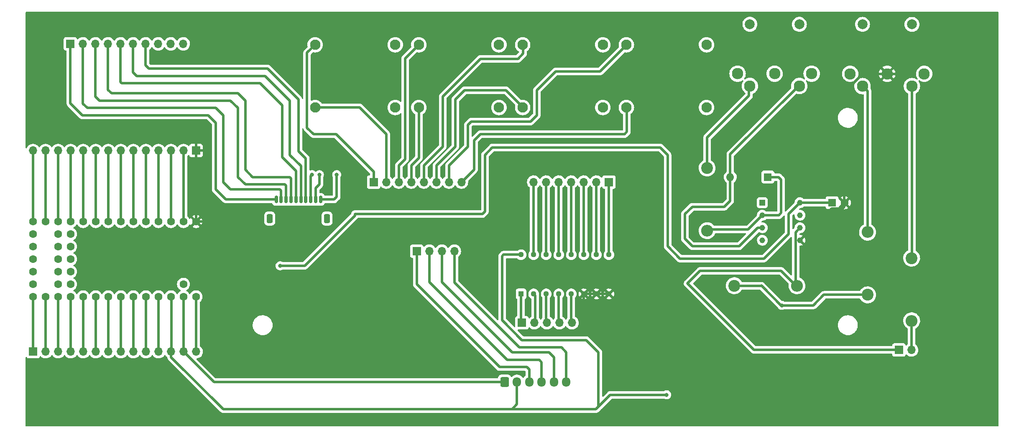
<source format=gbr>
%TF.GenerationSoftware,KiCad,Pcbnew,(6.0.4)*%
%TF.CreationDate,2022-08-01T16:36:47+02:00*%
%TF.ProjectId,MHS_Mobile_Hardware_Sampler_V3,4d48535f-4d6f-4626-996c-655f48617264,rev?*%
%TF.SameCoordinates,Original*%
%TF.FileFunction,Copper,L1,Top*%
%TF.FilePolarity,Positive*%
%FSLAX46Y46*%
G04 Gerber Fmt 4.6, Leading zero omitted, Abs format (unit mm)*
G04 Created by KiCad (PCBNEW (6.0.4)) date 2022-08-01 16:36:47*
%MOMM*%
%LPD*%
G01*
G04 APERTURE LIST*
G04 Aperture macros list*
%AMRoundRect*
0 Rectangle with rounded corners*
0 $1 Rounding radius*
0 $2 $3 $4 $5 $6 $7 $8 $9 X,Y pos of 4 corners*
0 Add a 4 corners polygon primitive as box body*
4,1,4,$2,$3,$4,$5,$6,$7,$8,$9,$2,$3,0*
0 Add four circle primitives for the rounded corners*
1,1,$1+$1,$2,$3*
1,1,$1+$1,$4,$5*
1,1,$1+$1,$6,$7*
1,1,$1+$1,$8,$9*
0 Add four rect primitives between the rounded corners*
20,1,$1+$1,$2,$3,$4,$5,0*
20,1,$1+$1,$4,$5,$6,$7,0*
20,1,$1+$1,$6,$7,$8,$9,0*
20,1,$1+$1,$8,$9,$2,$3,0*%
G04 Aperture macros list end*
%TA.AperFunction,ComponentPad*%
%ADD10RoundRect,0.250000X-0.600000X-0.725000X0.600000X-0.725000X0.600000X0.725000X-0.600000X0.725000X0*%
%TD*%
%TA.AperFunction,ComponentPad*%
%ADD11O,1.700000X1.950000*%
%TD*%
%TA.AperFunction,ComponentPad*%
%ADD12R,1.700000X1.700000*%
%TD*%
%TA.AperFunction,ComponentPad*%
%ADD13O,1.700000X1.700000*%
%TD*%
%TA.AperFunction,ComponentPad*%
%ADD14C,1.600000*%
%TD*%
%TA.AperFunction,ComponentPad*%
%ADD15R,1.160000X1.160000*%
%TD*%
%TA.AperFunction,ComponentPad*%
%ADD16C,1.160000*%
%TD*%
%TA.AperFunction,SMDPad,CuDef*%
%ADD17RoundRect,0.250000X-0.350000X-0.650000X0.350000X-0.650000X0.350000X0.650000X-0.350000X0.650000X0*%
%TD*%
%TA.AperFunction,SMDPad,CuDef*%
%ADD18RoundRect,0.150000X-0.150000X-0.625000X0.150000X-0.625000X0.150000X0.625000X-0.150000X0.625000X0*%
%TD*%
%TA.AperFunction,ComponentPad*%
%ADD19C,2.300000*%
%TD*%
%TA.AperFunction,ComponentPad*%
%ADD20C,2.000000*%
%TD*%
%TA.AperFunction,ComponentPad*%
%ADD21C,2.100000*%
%TD*%
%TA.AperFunction,ComponentPad*%
%ADD22C,2.400000*%
%TD*%
%TA.AperFunction,ComponentPad*%
%ADD23O,2.400000X2.400000*%
%TD*%
%TA.AperFunction,ComponentPad*%
%ADD24R,1.600000X1.600000*%
%TD*%
%TA.AperFunction,ComponentPad*%
%ADD25O,1.600000X1.600000*%
%TD*%
%TA.AperFunction,ComponentPad*%
%ADD26R,1.130000X1.130000*%
%TD*%
%TA.AperFunction,ComponentPad*%
%ADD27C,1.130000*%
%TD*%
%TA.AperFunction,ViaPad*%
%ADD28C,0.800000*%
%TD*%
%TA.AperFunction,Conductor*%
%ADD29C,0.500000*%
%TD*%
G04 APERTURE END LIST*
D10*
%TO.P,J4,1,1*%
%TO.N,Net-(J2-Pad13)*%
X114500000Y-93500000D03*
D11*
%TO.P,J4,2,2*%
%TO.N,Net-(J2-Pad12)*%
X117000000Y-93500000D03*
%TO.P,J4,3,3*%
%TO.N,Net-(J4-Pad3)*%
X119500000Y-93500000D03*
%TO.P,J4,4,4*%
%TO.N,Net-(J4-Pad4)*%
X122000000Y-93500000D03*
%TO.P,J4,5,5*%
%TO.N,Net-(J4-Pad5)*%
X124500000Y-93500000D03*
%TO.P,J4,6,6*%
%TO.N,Net-(J4-Pad6)*%
X127000000Y-93500000D03*
%TD*%
D12*
%TO.P,J6,1,Pin_1*%
%TO.N,Net-(J4-Pad3)*%
X96700000Y-67000000D03*
D13*
%TO.P,J6,2,Pin_2*%
%TO.N,Net-(J4-Pad4)*%
X99240000Y-67000000D03*
%TO.P,J6,3,Pin_3*%
%TO.N,Net-(J4-Pad5)*%
X101780000Y-67000000D03*
%TO.P,J6,4,Pin_4*%
%TO.N,Net-(J4-Pad6)*%
X104320000Y-67000000D03*
%TD*%
D14*
%TO.P,U7,1,GND*%
%TO.N,GND*%
X52020000Y-61000000D03*
%TO.P,U7,2,0_RX1_CRX2_CS1*%
%TO.N,Net-(J1-Pad2)*%
X49480000Y-61000000D03*
%TO.P,U7,3,1_TX1_CTX2_MISO1*%
%TO.N,Net-(J1-Pad3)*%
X46940000Y-61000000D03*
%TO.P,U7,4,2_OUT2*%
%TO.N,Net-(J1-Pad4)*%
X44400000Y-61000000D03*
%TO.P,U7,5,3_LRCLK2*%
%TO.N,Net-(J1-Pad5)*%
X41860000Y-61000000D03*
%TO.P,U7,6,4_BCLK2*%
%TO.N,Net-(J1-Pad6)*%
X39320000Y-61000000D03*
%TO.P,U7,7,5_IN2*%
%TO.N,Net-(J1-Pad7)*%
X36780000Y-61000000D03*
%TO.P,U7,8,6_OUT1D*%
%TO.N,Net-(J1-Pad8)*%
X34240000Y-61000000D03*
%TO.P,U7,9,7_RX2_OUT1A*%
%TO.N,Net-(J1-Pad9)*%
X31700000Y-61000000D03*
%TO.P,U7,10,8_TX2_IN1*%
%TO.N,Net-(J1-Pad10)*%
X29160000Y-61000000D03*
%TO.P,U7,11,9_OUT1C*%
%TO.N,Net-(J1-Pad11)*%
X26620000Y-61000000D03*
%TO.P,U7,12,10_CS_MQSR*%
%TO.N,Net-(J1-Pad12)*%
X24080000Y-61000000D03*
%TO.P,U7,13,11_MOSI_CTX1*%
%TO.N,Net-(J1-Pad13)*%
X21540000Y-61000000D03*
%TO.P,U7,14,12_MISO_MQSL*%
%TO.N,Net-(J1-Pad14)*%
X19000000Y-61000000D03*
%TO.P,U7,15,VBAT*%
%TO.N,unconnected-(U7-Pad15)*%
X19000000Y-63540000D03*
%TO.P,U7,16,3V3*%
%TO.N,unconnected-(U7-Pad16)*%
X19000000Y-66080000D03*
%TO.P,U7,17,GND*%
%TO.N,unconnected-(U7-Pad17)*%
X19000000Y-68620000D03*
%TO.P,U7,18,PROGRAM*%
%TO.N,unconnected-(U7-Pad18)*%
X19000000Y-71160000D03*
%TO.P,U7,19,ON_OFF*%
%TO.N,unconnected-(U7-Pad19)*%
X19000000Y-73700000D03*
%TO.P,U7,20,13_SCK_CRX1_LED*%
%TO.N,Net-(J2-Pad1)*%
X19000000Y-76240000D03*
%TO.P,U7,21,14_A0_TX3_SPDIF_OUT*%
%TO.N,Net-(J2-Pad2)*%
X21540000Y-76240000D03*
%TO.P,U7,22,15_A1_RX3_SPDIF_IN*%
%TO.N,Net-(J2-Pad3)*%
X24080000Y-76240000D03*
%TO.P,U7,23,16_A2_RX4_SCL1*%
%TO.N,Net-(J2-Pad4)*%
X26620000Y-76240000D03*
%TO.P,U7,24,17_A3_TX4_SDA1*%
%TO.N,Net-(J2-Pad5)*%
X29160000Y-76240000D03*
%TO.P,U7,25,18_A4_SDA0*%
%TO.N,Net-(J2-Pad6)*%
X31700000Y-76240000D03*
%TO.P,U7,26,19_A5_SCL0*%
%TO.N,Net-(J2-Pad7)*%
X34240000Y-76240000D03*
%TO.P,U7,27,20_A6_TX5_LRCLK1*%
%TO.N,Net-(J2-Pad8)*%
X36780000Y-76240000D03*
%TO.P,U7,28,21_A7_RX5_BCLK1*%
%TO.N,Net-(J2-Pad9)*%
X39320000Y-76240000D03*
%TO.P,U7,29,22_A8_CTX1*%
%TO.N,Net-(J2-Pad10)*%
X41860000Y-76240000D03*
%TO.P,U7,30,23_A9_CRX1_MCLK1*%
%TO.N,Net-(J2-Pad11)*%
X44400000Y-76240000D03*
%TO.P,U7,31,3V3*%
%TO.N,Net-(J2-Pad12)*%
X46940000Y-76240000D03*
%TO.P,U7,32,GND*%
%TO.N,Net-(J2-Pad13)*%
X49480000Y-76240000D03*
%TO.P,U7,33,VIN*%
%TO.N,Net-(C1-Pad1)*%
X52020000Y-76240000D03*
%TO.P,U7,34,VUSB*%
%TO.N,unconnected-(U7-Pad34)*%
X49480000Y-73700000D03*
%TO.P,U7,35,24_A10_TX6_SCL2*%
%TO.N,unconnected-(U7-Pad35)*%
X24080000Y-73700000D03*
%TO.P,U7,36,25_A11_RX6_SDA2*%
%TO.N,unconnected-(U7-Pad36)*%
X26620000Y-73700000D03*
%TO.P,U7,37,26_A12_MOSI1*%
%TO.N,unconnected-(U7-Pad37)*%
X24080000Y-71160000D03*
%TO.P,U7,38,27_A13_SCK1*%
%TO.N,unconnected-(U7-Pad38)*%
X26620000Y-71160000D03*
%TO.P,U7,39,28_RX7*%
%TO.N,unconnected-(U7-Pad39)*%
X24080000Y-68620000D03*
%TO.P,U7,40,29_TX7*%
%TO.N,unconnected-(U7-Pad40)*%
X26620000Y-68620000D03*
%TO.P,U7,41,30_CRX3*%
%TO.N,unconnected-(U7-Pad41)*%
X24080000Y-66080000D03*
%TO.P,U7,42,31_CTX3*%
%TO.N,unconnected-(U7-Pad42)*%
X26620000Y-66080000D03*
%TO.P,U7,43,32_OUT1B*%
%TO.N,unconnected-(U7-Pad43)*%
X24080000Y-63540000D03*
%TO.P,U7,44,33_MCLK2*%
%TO.N,unconnected-(U7-Pad44)*%
X26620000Y-63540000D03*
%TD*%
D12*
%TO.P,J6_TeensyPinsUnten1,1,Pin_1*%
%TO.N,Net-(J6_TeensyPinsUnten1-Pad1)*%
X26575000Y-25000000D03*
D13*
%TO.P,J6_TeensyPinsUnten1,2,Pin_2*%
%TO.N,Net-(J6_TeensyPinsUnten1-Pad2)*%
X29115000Y-25000000D03*
%TO.P,J6_TeensyPinsUnten1,3,Pin_3*%
%TO.N,Net-(J6_TeensyPinsUnten1-Pad3)*%
X31655000Y-25000000D03*
%TO.P,J6_TeensyPinsUnten1,4,Pin_4*%
%TO.N,Net-(J6_TeensyPinsUnten1-Pad4)*%
X34195000Y-25000000D03*
%TO.P,J6_TeensyPinsUnten1,5,Pin_5*%
%TO.N,Net-(J6_TeensyPinsUnten1-Pad5)*%
X36735000Y-25000000D03*
%TO.P,J6_TeensyPinsUnten1,6,Pin_6*%
%TO.N,Net-(J6_TeensyPinsUnten1-Pad6)*%
X39275000Y-25000000D03*
%TO.P,J6_TeensyPinsUnten1,7,Pin_7*%
%TO.N,Net-(J6_TeensyPinsUnten1-Pad7)*%
X41815000Y-25000000D03*
%TO.P,J6_TeensyPinsUnten1,8,Pin_8*%
%TO.N,Net-(J6_TeensyPinsUnten1-Pad8)*%
X44355000Y-25000000D03*
%TO.P,J6_TeensyPinsUnten1,9,Pin_9*%
%TO.N,Net-(J6_TeensyPinsUnten1-Pad9)*%
X46895000Y-25000000D03*
%TO.P,J6_TeensyPinsUnten1,10,Pin_10*%
%TO.N,Net-(J6_TeensyPinsUnten1-Pad10)*%
X49435000Y-25000000D03*
%TD*%
D15*
%TO.P,U6,1,NC*%
%TO.N,unconnected-(U6-Pad1)*%
X166690000Y-57180000D03*
D16*
%TO.P,U6,2,C1*%
%TO.N,Net-(D1-Pad1)*%
X166690000Y-59720000D03*
%TO.P,U6,3,C2*%
%TO.N,Net-(D1-Pad2)*%
X166690000Y-62260000D03*
%TO.P,U6,4,NC*%
%TO.N,unconnected-(U6-Pad4)*%
X166690000Y-64800000D03*
%TO.P,U6,5,GND*%
%TO.N,GND*%
X174310000Y-64800000D03*
%TO.P,U6,6,VO2*%
%TO.N,Net-(J10-Pad1)*%
X174310000Y-62260000D03*
%TO.P,U6,7,VO1*%
%TO.N,unconnected-(U6-Pad7)*%
X174310000Y-59720000D03*
%TO.P,U6,8,VCC*%
%TO.N,Net-(C1-Pad1)*%
X174310000Y-57180000D03*
%TD*%
D12*
%TO.P,J9,1,Pin_1*%
%TO.N,Net-(J9-Pad1)*%
X118000000Y-81500000D03*
D13*
%TO.P,J9,2,Pin_2*%
%TO.N,Net-(J9-Pad2)*%
X120540000Y-81500000D03*
%TO.P,J9,3,Pin_3*%
%TO.N,Net-(J9-Pad3)*%
X123080000Y-81500000D03*
%TO.P,J9,4,Pin_4*%
%TO.N,Net-(J9-Pad4)*%
X125620000Y-81500000D03*
%TO.P,J9,5,Pin_5*%
%TO.N,Net-(J9-Pad5)*%
X128160000Y-81500000D03*
%TD*%
D12*
%TO.P,J5,1,Pin_1*%
%TO.N,Net-(J5-Pad1)*%
X135625000Y-53000000D03*
D13*
%TO.P,J5,2,Pin_2*%
%TO.N,Net-(J5-Pad2)*%
X133085000Y-53000000D03*
%TO.P,J5,3,Pin_3*%
%TO.N,Net-(J5-Pad3)*%
X130545000Y-53000000D03*
%TO.P,J5,4,Pin_4*%
%TO.N,Net-(J5-Pad4)*%
X128005000Y-53000000D03*
%TO.P,J5,5,Pin_5*%
%TO.N,Net-(J5-Pad5)*%
X125465000Y-53000000D03*
%TO.P,J5,6,Pin_6*%
%TO.N,Net-(J5-Pad6)*%
X122925000Y-53000000D03*
%TO.P,J5,7,Pin_7*%
%TO.N,Net-(J5-Pad7)*%
X120385000Y-53000000D03*
%TD*%
D17*
%TO.P,JST_TEENSY_5,MP*%
%TO.N,N/C*%
X78550000Y-60405000D03*
X66950000Y-60405000D03*
D18*
%TO.P,JST_TEENSY_5,10,10*%
%TO.N,Net-(J6_TeensyPinsUnten1-Pad10)*%
X77250000Y-56530000D03*
%TO.P,JST_TEENSY_5,9,9*%
%TO.N,Net-(J6_TeensyPinsUnten1-Pad9)*%
X76250000Y-56530000D03*
%TO.P,JST_TEENSY_5,8,8*%
%TO.N,Net-(J6_TeensyPinsUnten1-Pad8)*%
X75250000Y-56530000D03*
%TO.P,JST_TEENSY_5,7,7*%
%TO.N,Net-(J6_TeensyPinsUnten1-Pad7)*%
X74250000Y-56530000D03*
%TO.P,JST_TEENSY_5,6,6*%
%TO.N,Net-(J6_TeensyPinsUnten1-Pad6)*%
X73250000Y-56530000D03*
%TO.P,JST_TEENSY_5,5,5*%
%TO.N,Net-(J6_TeensyPinsUnten1-Pad5)*%
X72250000Y-56530000D03*
%TO.P,JST_TEENSY_5,4,4*%
%TO.N,Net-(J6_TeensyPinsUnten1-Pad4)*%
X71250000Y-56530000D03*
%TO.P,JST_TEENSY_5,3,3*%
%TO.N,Net-(J6_TeensyPinsUnten1-Pad3)*%
X70250000Y-56530000D03*
%TO.P,JST_TEENSY_5,2,2*%
%TO.N,Net-(J6_TeensyPinsUnten1-Pad2)*%
X69250000Y-56530000D03*
%TO.P,JST_TEENSY_5,1,1*%
%TO.N,Net-(J6_TeensyPinsUnten1-Pad1)*%
X68250000Y-56530000D03*
%TD*%
D12*
%TO.P,J10,1,Pin_1*%
%TO.N,Net-(J10-Pad1)*%
X194340000Y-87010000D03*
D13*
%TO.P,J10,2,Pin_2*%
%TO.N,Net-(J10-Pad2)*%
X196880000Y-87010000D03*
%TD*%
D12*
%TO.P,J1,1,Pin_1*%
%TO.N,GND*%
X52010000Y-46620000D03*
D13*
%TO.P,J1,2,Pin_2*%
%TO.N,Net-(J1-Pad2)*%
X49470000Y-46620000D03*
%TO.P,J1,3,Pin_3*%
%TO.N,Net-(J1-Pad3)*%
X46930000Y-46620000D03*
%TO.P,J1,4,Pin_4*%
%TO.N,Net-(J1-Pad4)*%
X44390000Y-46620000D03*
%TO.P,J1,5,Pin_5*%
%TO.N,Net-(J1-Pad5)*%
X41850000Y-46620000D03*
%TO.P,J1,6,Pin_6*%
%TO.N,Net-(J1-Pad6)*%
X39310000Y-46620000D03*
%TO.P,J1,7,Pin_7*%
%TO.N,Net-(J1-Pad7)*%
X36770000Y-46620000D03*
%TO.P,J1,8,Pin_8*%
%TO.N,Net-(J1-Pad8)*%
X34230000Y-46620000D03*
%TO.P,J1,9,Pin_9*%
%TO.N,Net-(J1-Pad9)*%
X31690000Y-46620000D03*
%TO.P,J1,10,Pin_10*%
%TO.N,Net-(J1-Pad10)*%
X29150000Y-46620000D03*
%TO.P,J1,11,Pin_11*%
%TO.N,Net-(J1-Pad11)*%
X26610000Y-46620000D03*
%TO.P,J1,12,Pin_12*%
%TO.N,Net-(J1-Pad12)*%
X24070000Y-46620000D03*
%TO.P,J1,13,Pin_13*%
%TO.N,Net-(J1-Pad13)*%
X21530000Y-46620000D03*
%TO.P,J1,14,Pin_14*%
%TO.N,Net-(J1-Pad14)*%
X18990000Y-46620000D03*
%TD*%
D19*
%TO.P,J8,5*%
%TO.N,Net-(J8-Pad5)*%
X196970000Y-33567500D03*
%TO.P,J8,4*%
%TO.N,Net-(J8-Pad4)*%
X186970000Y-33567500D03*
%TO.P,J8,3*%
%TO.N,unconnected-(J8-Pad3)*%
X199470000Y-31067500D03*
%TO.P,J8,2*%
%TO.N,GND*%
X191970000Y-31067500D03*
%TO.P,J8,1*%
%TO.N,unconnected-(J8-Pad1)*%
X184470000Y-31067500D03*
D20*
%TO.P,J8,*%
%TO.N,*%
X186969129Y-21056684D03*
X196982056Y-21066973D03*
%TD*%
D21*
%TO.P,J17,1,TN*%
%TO.N,Net-(J17-Pad1)*%
X118154670Y-25190000D03*
%TO.P,J17,2,SN*%
%TO.N,Net-(J17-Pad2)*%
X118154670Y-37890000D03*
%TO.P,J17,3,S*%
%TO.N,unconnected-(J17-Pad3)*%
X134384670Y-37890000D03*
%TO.P,J17,4,T*%
%TO.N,unconnected-(J17-Pad4)*%
X134384670Y-25190000D03*
%TD*%
D22*
%TO.P,R8,1*%
%TO.N,Net-(J8-Pad5)*%
X196920000Y-68410000D03*
D23*
%TO.P,R8,2*%
%TO.N,Net-(J10-Pad2)*%
X196920000Y-81110000D03*
%TD*%
D21*
%TO.P,J16,1,TN*%
%TO.N,Net-(J16-Pad1)*%
X97124670Y-25190000D03*
%TO.P,J16,2,SN*%
%TO.N,Net-(J16-Pad2)*%
X97124670Y-37890000D03*
%TO.P,J16,3,S*%
%TO.N,unconnected-(J16-Pad3)*%
X113354670Y-37890000D03*
%TO.P,J16,4,T*%
%TO.N,unconnected-(J16-Pad4)*%
X113354670Y-25190000D03*
%TD*%
D22*
%TO.P,R6,1*%
%TO.N,Net-(J2-Pad12)*%
X161000000Y-74000000D03*
D23*
%TO.P,R6,2*%
%TO.N,Net-(J10-Pad1)*%
X173700000Y-74000000D03*
%TD*%
D19*
%TO.P,J3,5*%
%TO.N,Net-(D1-Pad2)*%
X174170000Y-33547500D03*
%TO.P,J3,4*%
%TO.N,Net-(J3-Pad4)*%
X164170000Y-33547500D03*
%TO.P,J3,3*%
%TO.N,unconnected-(J3-Pad3)*%
X176670000Y-31047500D03*
%TO.P,J3,2*%
%TO.N,unconnected-(J3-Pad2)*%
X169170000Y-31047500D03*
%TO.P,J3,1*%
%TO.N,unconnected-(J3-Pad1)*%
X161670000Y-31047500D03*
D20*
%TO.P,J3,*%
%TO.N,*%
X164169129Y-21036684D03*
X174182056Y-21046973D03*
%TD*%
D24*
%TO.P,C1,1*%
%TO.N,Net-(C1-Pad1)*%
X180817621Y-57190000D03*
D14*
%TO.P,C1,2*%
%TO.N,GND*%
X183317621Y-57190000D03*
%TD*%
D12*
%TO.P,J7,1,Pin_1*%
%TO.N,Net-(J11-Pad1)*%
X87990000Y-53000000D03*
D13*
%TO.P,J7,2,Pin_2*%
%TO.N,Net-(J11-Pad2)*%
X90530000Y-53000000D03*
%TO.P,J7,3,Pin_3*%
%TO.N,Net-(J16-Pad1)*%
X93070000Y-53000000D03*
%TO.P,J7,4,Pin_4*%
%TO.N,Net-(J16-Pad2)*%
X95610000Y-53000000D03*
%TO.P,J7,5,Pin_5*%
%TO.N,Net-(J17-Pad1)*%
X98150000Y-53000000D03*
%TO.P,J7,6,Pin_6*%
%TO.N,Net-(J17-Pad2)*%
X100690000Y-53000000D03*
%TO.P,J7,7,Pin_7*%
%TO.N,Net-(J18-Pad1)*%
X103230000Y-53000000D03*
%TO.P,J7,8,Pin_8*%
%TO.N,Net-(J18-Pad2)*%
X105770000Y-53000000D03*
%TD*%
D21*
%TO.P,J18,1,TN*%
%TO.N,Net-(J18-Pad1)*%
X139154670Y-25190000D03*
%TO.P,J18,2,SN*%
%TO.N,Net-(J18-Pad2)*%
X139154670Y-37890000D03*
%TO.P,J18,3,S*%
%TO.N,unconnected-(J18-Pad3)*%
X155384670Y-37890000D03*
%TO.P,J18,4,T*%
%TO.N,unconnected-(J18-Pad4)*%
X155384670Y-25190000D03*
%TD*%
D22*
%TO.P,R7,1*%
%TO.N,Net-(J2-Pad12)*%
X188000000Y-75850000D03*
D23*
%TO.P,R7,2*%
%TO.N,Net-(J8-Pad4)*%
X188000000Y-63150000D03*
%TD*%
D24*
%TO.P,D1,1,K*%
%TO.N,Net-(D1-Pad1)*%
X167810000Y-51990000D03*
D25*
%TO.P,D1,2,A*%
%TO.N,Net-(D1-Pad2)*%
X160190000Y-51990000D03*
%TD*%
D12*
%TO.P,J2,1,Pin_1*%
%TO.N,Net-(J2-Pad1)*%
X19032663Y-87357701D03*
D13*
%TO.P,J2,2,Pin_2*%
%TO.N,Net-(J2-Pad2)*%
X21572663Y-87357701D03*
%TO.P,J2,3,Pin_3*%
%TO.N,Net-(J2-Pad3)*%
X24112663Y-87357701D03*
%TO.P,J2,4,Pin_4*%
%TO.N,Net-(J2-Pad4)*%
X26652663Y-87357701D03*
%TO.P,J2,5,Pin_5*%
%TO.N,Net-(J2-Pad5)*%
X29192663Y-87357701D03*
%TO.P,J2,6,Pin_6*%
%TO.N,Net-(J2-Pad6)*%
X31732663Y-87357701D03*
%TO.P,J2,7,Pin_7*%
%TO.N,Net-(J2-Pad7)*%
X34272663Y-87357701D03*
%TO.P,J2,8,Pin_8*%
%TO.N,Net-(J2-Pad8)*%
X36812663Y-87357701D03*
%TO.P,J2,9,Pin_9*%
%TO.N,Net-(J2-Pad9)*%
X39352663Y-87357701D03*
%TO.P,J2,10,Pin_10*%
%TO.N,Net-(J2-Pad10)*%
X41892663Y-87357701D03*
%TO.P,J2,11,Pin_11*%
%TO.N,Net-(J2-Pad11)*%
X44432663Y-87357701D03*
%TO.P,J2,12,Pin_12*%
%TO.N,Net-(J2-Pad12)*%
X46972663Y-87357701D03*
%TO.P,J2,13,Pin_13*%
%TO.N,Net-(J2-Pad13)*%
X49512663Y-87357701D03*
%TO.P,J2,14,Pin_14*%
%TO.N,Net-(C1-Pad1)*%
X52052663Y-87357701D03*
%TD*%
D21*
%TO.P,J11,1,TN*%
%TO.N,Net-(J11-Pad1)*%
X76124340Y-25190000D03*
%TO.P,J11,2,SN*%
%TO.N,Net-(J11-Pad2)*%
X76124340Y-37890000D03*
%TO.P,J11,3,S*%
%TO.N,unconnected-(J11-Pad3)*%
X92354340Y-37890000D03*
%TO.P,J11,4,T*%
%TO.N,unconnected-(J11-Pad4)*%
X92354340Y-25190000D03*
%TD*%
D26*
%TO.P,U5,1,A4*%
%TO.N,Net-(J9-Pad1)*%
X117840000Y-75657960D03*
D27*
%TO.P,U5,2,A6*%
%TO.N,Net-(J9-Pad2)*%
X120380000Y-75657960D03*
%TO.P,U5,3,A*%
%TO.N,Net-(J9-Pad3)*%
X122920000Y-75657960D03*
%TO.P,U5,4,A7*%
%TO.N,Net-(J9-Pad4)*%
X125460000Y-75657960D03*
%TO.P,U5,5,A5*%
%TO.N,Net-(J9-Pad5)*%
X128000000Y-75657960D03*
%TO.P,U5,6,~{E}*%
%TO.N,GND*%
X130540000Y-75657960D03*
%TO.P,U5,7,VEE*%
X133080000Y-75657960D03*
%TO.P,U5,8,GND*%
X135620000Y-75657960D03*
%TO.P,U5,9,S2*%
%TO.N,Net-(J5-Pad1)*%
X135620000Y-67717960D03*
%TO.P,U5,10,S1*%
%TO.N,Net-(J5-Pad2)*%
X133080000Y-67717960D03*
%TO.P,U5,11,S0*%
%TO.N,Net-(J5-Pad3)*%
X130540000Y-67717960D03*
%TO.P,U5,12,A3*%
%TO.N,Net-(J5-Pad4)*%
X128000000Y-67717960D03*
%TO.P,U5,13,A0*%
%TO.N,Net-(J5-Pad5)*%
X125460000Y-67717960D03*
%TO.P,U5,14,A1*%
%TO.N,Net-(J5-Pad6)*%
X122920000Y-67717960D03*
%TO.P,U5,15,A2*%
%TO.N,Net-(J5-Pad7)*%
X120380000Y-67717960D03*
%TO.P,U5,16,VCC*%
%TO.N,Net-(J2-Pad12)*%
X117840000Y-67717960D03*
%TD*%
D22*
%TO.P,R5,1*%
%TO.N,Net-(J3-Pad4)*%
X155500000Y-50150000D03*
D23*
%TO.P,R5,2*%
%TO.N,Net-(D1-Pad1)*%
X155500000Y-62850000D03*
%TD*%
D28*
%TO.N,Net-(J2-Pad12)*%
X170610000Y-77990000D03*
X147300000Y-96100000D03*
%TO.N,Net-(J6_TeensyPinsUnten1-Pad8)*%
X75500000Y-51500000D03*
%TO.N,Net-(J6_TeensyPinsUnten1-Pad9)*%
X77000000Y-51500000D03*
%TO.N,Net-(J6_TeensyPinsUnten1-Pad10)*%
X80500000Y-51500000D03*
%TO.N,Net-(C1-Pad1)*%
X69040000Y-69960000D03*
%TD*%
D29*
%TO.N,Net-(J1-Pad3)*%
X46940000Y-61000000D02*
X46940000Y-46630000D01*
X46940000Y-46630000D02*
X46930000Y-46620000D01*
%TO.N,Net-(J1-Pad5)*%
X41850000Y-46620000D02*
X41850000Y-60990000D01*
%TO.N,Net-(J1-Pad6)*%
X39310000Y-60990000D02*
X39320000Y-61000000D01*
X39310000Y-46620000D02*
X39310000Y-60990000D01*
%TO.N,Net-(J1-Pad7)*%
X36770000Y-46620000D02*
X36770000Y-60990000D01*
%TO.N,Net-(J1-Pad8)*%
X34230000Y-46620000D02*
X34230000Y-60990000D01*
%TO.N,Net-(J1-Pad9)*%
X31690000Y-46620000D02*
X31690000Y-60990000D01*
%TO.N,Net-(J1-Pad10)*%
X29150000Y-46620000D02*
X29150000Y-60990000D01*
%TO.N,Net-(J1-Pad11)*%
X26610000Y-46620000D02*
X26610000Y-60990000D01*
%TO.N,Net-(J1-Pad12)*%
X24070000Y-46620000D02*
X24070000Y-60990000D01*
%TO.N,Net-(J1-Pad13)*%
X21530000Y-46620000D02*
X21530000Y-60990000D01*
%TO.N,Net-(J1-Pad14)*%
X19000000Y-46630000D02*
X18990000Y-46620000D01*
X19000000Y-61000000D02*
X19000000Y-46630000D01*
%TO.N,Net-(J2-Pad1)*%
X19000000Y-76240000D02*
X19000000Y-87325038D01*
X19000000Y-87325038D02*
X19032663Y-87357701D01*
%TO.N,Net-(J2-Pad2)*%
X21540000Y-87325038D02*
X21572663Y-87357701D01*
X21540000Y-76240000D02*
X21540000Y-87325038D01*
%TO.N,Net-(J2-Pad3)*%
X24080000Y-76240000D02*
X24080000Y-87325038D01*
X24080000Y-87325038D02*
X24112663Y-87357701D01*
%TO.N,Net-(J2-Pad4)*%
X26620000Y-76240000D02*
X26620000Y-87325038D01*
X26620000Y-87325038D02*
X26652663Y-87357701D01*
%TO.N,Net-(J2-Pad5)*%
X29192663Y-87357701D02*
X29192663Y-76272663D01*
%TO.N,Net-(J2-Pad6)*%
X31700000Y-76240000D02*
X31700000Y-87325038D01*
X31700000Y-87325038D02*
X31732663Y-87357701D01*
%TO.N,Net-(J2-Pad7)*%
X34272663Y-87357701D02*
X34272663Y-76272663D01*
%TO.N,Net-(J2-Pad8)*%
X36780000Y-87325038D02*
X36812663Y-87357701D01*
X36780000Y-76240000D02*
X36780000Y-87325038D01*
%TO.N,Net-(J2-Pad9)*%
X39352663Y-87357701D02*
X39352663Y-76272663D01*
%TO.N,Net-(J2-Pad10)*%
X41860000Y-87325038D02*
X41892663Y-87357701D01*
X41860000Y-76240000D02*
X41860000Y-87325038D01*
%TO.N,Net-(J2-Pad11)*%
X44400000Y-87325038D02*
X44400000Y-76240000D01*
%TO.N,Net-(D1-Pad1)*%
X169990000Y-51990000D02*
X170500000Y-52500000D01*
X166690000Y-59720000D02*
X170030000Y-59720000D01*
X163810000Y-62600000D02*
X166690000Y-59720000D01*
X170030000Y-59720000D02*
X170500000Y-59250000D01*
X170500000Y-52500000D02*
X170500000Y-59250000D01*
X155500000Y-62600000D02*
X163810000Y-62600000D01*
X167810000Y-51990000D02*
X169990000Y-51990000D01*
%TO.N,Net-(D1-Pad2)*%
X162000000Y-66000000D02*
X165740000Y-62260000D01*
X152500000Y-66000000D02*
X162000000Y-66000000D01*
X174000000Y-33567500D02*
X160190000Y-47377500D01*
X160190000Y-47377500D02*
X160190000Y-49810000D01*
X151000000Y-59500000D02*
X151000000Y-64500000D01*
X151000000Y-64500000D02*
X152500000Y-66000000D01*
X160190000Y-51990000D02*
X160190000Y-56810000D01*
X160190000Y-49680000D02*
X160190000Y-49810000D01*
X165740000Y-62260000D02*
X166690000Y-62260000D01*
X152500000Y-58000000D02*
X151000000Y-59500000D01*
X159000000Y-58000000D02*
X152500000Y-58000000D01*
X160190000Y-56810000D02*
X159000000Y-58000000D01*
X160190000Y-49810000D02*
X160190000Y-51990000D01*
%TO.N,Net-(J3-Pad4)*%
X164000000Y-33567500D02*
X164000000Y-35500000D01*
X164000000Y-35500000D02*
X155500000Y-44000000D01*
X155500000Y-44000000D02*
X155500000Y-50150000D01*
%TO.N,Net-(J1-Pad2)*%
X49470000Y-60990000D02*
X49480000Y-61000000D01*
X49470000Y-46620000D02*
X49470000Y-60990000D01*
%TO.N,Net-(J1-Pad4)*%
X44390000Y-46620000D02*
X44390000Y-60990000D01*
%TO.N,Net-(J8-Pad5)*%
X196970000Y-33567500D02*
X196970000Y-68360000D01*
X196970000Y-68360000D02*
X196920000Y-68410000D01*
X196970000Y-36820000D02*
X196970000Y-36970000D01*
%TO.N,Net-(J8-Pad4)*%
X188000000Y-34597500D02*
X186970000Y-33567500D01*
X188000000Y-63150000D02*
X188000000Y-34597500D01*
%TO.N,Net-(J2-Pad12)*%
X133000000Y-99000000D02*
X135870126Y-96129874D01*
X117000000Y-98000000D02*
X116000000Y-99000000D01*
X47000000Y-87330364D02*
X46972663Y-87357701D01*
X135870126Y-96129874D02*
X147270126Y-96129874D01*
X166510000Y-74000000D02*
X161000000Y-74000000D01*
X116000000Y-99000000D02*
X57500000Y-99000000D01*
X131000000Y-85000000D02*
X118000000Y-85000000D01*
X188000000Y-75850000D02*
X179150000Y-75850000D01*
X166755000Y-74245000D02*
X170500000Y-77990000D01*
X133000000Y-99000000D02*
X133500000Y-98500000D01*
X46972663Y-88472663D02*
X46972663Y-87357701D01*
X47000000Y-76300000D02*
X47000000Y-87330364D01*
X170500000Y-77990000D02*
X170610000Y-77990000D01*
X114000000Y-68000000D02*
X114282040Y-67717960D01*
X170610000Y-77990000D02*
X177010000Y-77990000D01*
X57500000Y-99000000D02*
X46972663Y-88472663D01*
X147270126Y-96129874D02*
X147300000Y-96100000D01*
X166500000Y-73990000D02*
X166755000Y-74245000D01*
X133500000Y-98500000D02*
X133500000Y-87500000D01*
X116880000Y-99000000D02*
X133000000Y-99000000D01*
X116500000Y-99000000D02*
X116000000Y-99000000D01*
X116500000Y-99000000D02*
X116880000Y-99000000D01*
X114282040Y-67717960D02*
X117840000Y-67717960D01*
X133500000Y-87500000D02*
X131000000Y-85000000D01*
X179150000Y-75850000D02*
X177010000Y-77990000D01*
X166755000Y-74245000D02*
X166510000Y-74000000D01*
X118000000Y-85000000D02*
X114000000Y-81000000D01*
X114000000Y-81000000D02*
X114000000Y-68000000D01*
X117000000Y-93500000D02*
X117000000Y-98000000D01*
%TO.N,Net-(J4-Pad3)*%
X96700000Y-73700000D02*
X96700000Y-67000000D01*
X119500000Y-93500000D02*
X119500000Y-91000000D01*
X119500000Y-91000000D02*
X119000000Y-90500000D01*
X119000000Y-90500000D02*
X113500000Y-90500000D01*
X113500000Y-90500000D02*
X96700000Y-73700000D01*
%TO.N,Net-(J4-Pad4)*%
X122000000Y-89500000D02*
X122000000Y-93500000D01*
X99240000Y-73240000D02*
X115000000Y-89000000D01*
X115000000Y-89000000D02*
X121500000Y-89000000D01*
X99240000Y-67000000D02*
X99240000Y-73240000D01*
X121500000Y-89000000D02*
X122000000Y-89500000D01*
%TO.N,Net-(J4-Pad5)*%
X123500000Y-87500000D02*
X116000000Y-87500000D01*
X124500000Y-93500000D02*
X124500000Y-88500000D01*
X124500000Y-88500000D02*
X123500000Y-87500000D01*
X116000000Y-87500000D02*
X101780000Y-73280000D01*
X101780000Y-73280000D02*
X101780000Y-67000000D01*
%TO.N,Net-(J4-Pad6)*%
X126000000Y-86500000D02*
X117500000Y-86500000D01*
X127000000Y-93500000D02*
X127000000Y-87500000D01*
X104320000Y-73320000D02*
X104320000Y-67000000D01*
X127000000Y-87500000D02*
X126000000Y-86500000D01*
X117500000Y-86500000D02*
X104320000Y-73320000D01*
%TO.N,Net-(J5-Pad1)*%
X135625000Y-67712960D02*
X135620000Y-67717960D01*
X135625000Y-53000000D02*
X135625000Y-67712960D01*
%TO.N,Net-(J5-Pad2)*%
X133085000Y-67712960D02*
X133080000Y-67717960D01*
X133085000Y-53000000D02*
X133085000Y-67712960D01*
%TO.N,Net-(J5-Pad3)*%
X130545000Y-67712960D02*
X130540000Y-67717960D01*
X130545000Y-53000000D02*
X130545000Y-67712960D01*
%TO.N,Net-(J9-Pad1)*%
X117840000Y-75657960D02*
X117840000Y-81215000D01*
X117840000Y-81215000D02*
X118125000Y-81500000D01*
%TO.N,Net-(J6_TeensyPinsUnten1-Pad1)*%
X68250000Y-56530000D02*
X68220000Y-56500000D01*
X26575000Y-37075000D02*
X26575000Y-25000000D01*
X58000000Y-56500000D02*
X56000000Y-54500000D01*
X68220000Y-56500000D02*
X58000000Y-56500000D01*
X54500000Y-39500000D02*
X29000000Y-39500000D01*
X56000000Y-54500000D02*
X56000000Y-41000000D01*
X54500000Y-39500000D02*
X56000000Y-41000000D01*
X29000000Y-39500000D02*
X26575000Y-37075000D01*
%TO.N,Net-(J6_TeensyPinsUnten1-Pad2)*%
X57500000Y-39500000D02*
X57500000Y-53000000D01*
X59000000Y-54500000D02*
X69000000Y-54500000D01*
X69000000Y-54500000D02*
X69250000Y-54750000D01*
X29115000Y-25000000D02*
X29115000Y-37115000D01*
X69250000Y-54750000D02*
X69250000Y-56530000D01*
X57500000Y-53000000D02*
X59000000Y-54500000D01*
X30000000Y-38000000D02*
X56000000Y-38000000D01*
X29115000Y-37115000D02*
X30000000Y-38000000D01*
X56000000Y-38000000D02*
X57500000Y-39500000D01*
%TO.N,Net-(J6_TeensyPinsUnten1-Pad3)*%
X31655000Y-25000000D02*
X31655000Y-35655000D01*
X62000000Y-53500000D02*
X70000000Y-53500000D01*
X70250000Y-53750000D02*
X70250000Y-56530000D01*
X60500000Y-52000000D02*
X62000000Y-53500000D01*
X60500000Y-38000000D02*
X60500000Y-52000000D01*
X70000000Y-53500000D02*
X70250000Y-53750000D01*
X31655000Y-35655000D02*
X32500000Y-36500000D01*
X32500000Y-36500000D02*
X59000000Y-36500000D01*
X59000000Y-36500000D02*
X60500000Y-38000000D01*
%TO.N,Net-(J6_TeensyPinsUnten1-Pad4)*%
X71250000Y-52250000D02*
X71250000Y-56530000D01*
X60500000Y-35000000D02*
X62000000Y-36500000D01*
X34890000Y-35000000D02*
X60500000Y-35000000D01*
X62000000Y-36500000D02*
X62000000Y-50500000D01*
X62000000Y-50500000D02*
X63500000Y-52000000D01*
X34195000Y-25000000D02*
X34195000Y-34305000D01*
X34195000Y-34305000D02*
X34890000Y-35000000D01*
X71000000Y-52000000D02*
X71250000Y-52250000D01*
X63500000Y-52000000D02*
X71000000Y-52000000D01*
%TO.N,Net-(J6_TeensyPinsUnten1-Pad5)*%
X69500000Y-48000000D02*
X69500000Y-37500000D01*
X37000000Y-33000000D02*
X36735000Y-32735000D01*
X36735000Y-32735000D02*
X36735000Y-25000000D01*
X65000000Y-33000000D02*
X37000000Y-33000000D01*
X72250000Y-50750000D02*
X69500000Y-48000000D01*
X72250000Y-56530000D02*
X72250000Y-50750000D01*
X69500000Y-37500000D02*
X65000000Y-33000000D01*
%TO.N,Net-(J6_TeensyPinsUnten1-Pad6)*%
X71000000Y-36500000D02*
X71000000Y-47500000D01*
X73250000Y-49750000D02*
X73250000Y-56530000D01*
X39275000Y-25000000D02*
X39275000Y-30775000D01*
X66000000Y-31500000D02*
X71000000Y-36500000D01*
X40000000Y-31500000D02*
X66000000Y-31500000D01*
X39275000Y-30775000D02*
X40000000Y-31500000D01*
X71000000Y-47500000D02*
X73250000Y-49750000D01*
%TO.N,Net-(J6_TeensyPinsUnten1-Pad7)*%
X42500000Y-30000000D02*
X66500000Y-30000000D01*
X72750000Y-46750000D02*
X74250000Y-48250000D01*
X41815000Y-29315000D02*
X42500000Y-30000000D01*
X41815000Y-25000000D02*
X41815000Y-29315000D01*
X74250000Y-48250000D02*
X74250000Y-56530000D01*
X66500000Y-30000000D02*
X72750000Y-36250000D01*
X72750000Y-36250000D02*
X72750000Y-46750000D01*
%TO.N,Net-(J6_TeensyPinsUnten1-Pad8)*%
X75250000Y-51750000D02*
X75250000Y-56530000D01*
X75500000Y-51500000D02*
X75250000Y-51750000D01*
%TO.N,Net-(J6_TeensyPinsUnten1-Pad9)*%
X76250000Y-54250000D02*
X76250000Y-56530000D01*
X77000000Y-53500000D02*
X76250000Y-54250000D01*
X77000000Y-51500000D02*
X77000000Y-53500000D01*
%TO.N,Net-(J6_TeensyPinsUnten1-Pad10)*%
X77250000Y-56530000D02*
X79970000Y-56530000D01*
X79970000Y-56530000D02*
X80500000Y-56000000D01*
X80500000Y-56000000D02*
X80500000Y-51500000D01*
%TO.N,Net-(J9-Pad2)*%
X120665000Y-75942960D02*
X120380000Y-75657960D01*
X120665000Y-81500000D02*
X120665000Y-75942960D01*
%TO.N,Net-(J9-Pad3)*%
X122920000Y-75657960D02*
X122920000Y-81215000D01*
%TO.N,Net-(J9-Pad4)*%
X125460000Y-75657960D02*
X125460000Y-81215000D01*
X125460000Y-81215000D02*
X125745000Y-81500000D01*
%TO.N,Net-(J9-Pad5)*%
X128000000Y-81215000D02*
X128285000Y-81500000D01*
X128000000Y-75657960D02*
X128000000Y-81215000D01*
%TO.N,Net-(J10-Pad1)*%
X173802141Y-74307859D02*
X170494282Y-71000000D01*
X154080960Y-71000000D02*
X151540480Y-73540480D01*
X151540480Y-73540480D02*
X165010000Y-87010000D01*
X173405489Y-73705489D02*
X173700000Y-74000000D01*
X173405489Y-63164511D02*
X173405489Y-73705489D01*
X170494282Y-71000000D02*
X154080960Y-71000000D01*
X165010000Y-87010000D02*
X194340000Y-87010000D01*
X174310000Y-62260000D02*
X173405489Y-63164511D01*
%TO.N,Net-(J10-Pad2)*%
X196880000Y-87010000D02*
X196880000Y-81150000D01*
X196880000Y-81150000D02*
X196920000Y-81110000D01*
%TO.N,Net-(J11-Pad1)*%
X74500000Y-42000000D02*
X75790000Y-43290000D01*
X75790000Y-43290000D02*
X80370000Y-43290000D01*
X80370000Y-43290000D02*
X87990000Y-50910000D01*
X76124340Y-25190000D02*
X74500000Y-26814340D01*
X74500000Y-26814340D02*
X74500000Y-42000000D01*
X87990000Y-50910000D02*
X87990000Y-53000000D01*
%TO.N,Net-(J11-Pad2)*%
X90530000Y-43290000D02*
X90530000Y-53000000D01*
X85130000Y-37890000D02*
X90530000Y-43290000D01*
X76124340Y-37890000D02*
X85130000Y-37890000D01*
%TO.N,Net-(J16-Pad1)*%
X94340000Y-48370000D02*
X93070000Y-49640000D01*
X97124340Y-25190000D02*
X94340000Y-27974340D01*
X94340000Y-27974340D02*
X94340000Y-48370000D01*
X93070000Y-49640000D02*
X93070000Y-53000000D01*
%TO.N,Net-(J16-Pad2)*%
X97124340Y-48125660D02*
X95610000Y-49640000D01*
X95610000Y-49640000D02*
X95610000Y-53000000D01*
X97124340Y-37890000D02*
X97124340Y-48125660D01*
%TO.N,Net-(J17-Pad1)*%
X118254670Y-26995330D02*
X118254670Y-25190000D01*
X98150000Y-49640000D02*
X101960000Y-45830000D01*
X101960000Y-35670000D02*
X109580000Y-28050000D01*
X98150000Y-53000000D02*
X98150000Y-49640000D01*
X117200000Y-28050000D02*
X118254670Y-26995330D01*
X101960000Y-45830000D02*
X101960000Y-35670000D01*
X109580000Y-28050000D02*
X117200000Y-28050000D01*
%TO.N,Net-(J17-Pad2)*%
X104500000Y-36305000D02*
X104500000Y-45830000D01*
X114764670Y-34400000D02*
X106405000Y-34400000D01*
X104500000Y-45830000D02*
X100690000Y-49640000D01*
X118254670Y-37890000D02*
X114764670Y-34400000D01*
X106405000Y-34400000D02*
X104500000Y-36305000D01*
X100690000Y-49640000D02*
X100690000Y-53000000D01*
%TO.N,Net-(J18-Pad1)*%
X124820000Y-30590000D02*
X133854670Y-30590000D01*
X107040000Y-41460000D02*
X107750000Y-40750000D01*
X107040000Y-45830000D02*
X107040000Y-41460000D01*
X133854670Y-30590000D02*
X139254670Y-25190000D01*
X103230000Y-53000000D02*
X103230000Y-49640000D01*
X121010000Y-34400000D02*
X124820000Y-30590000D01*
X119740000Y-40750000D02*
X121010000Y-39480000D01*
X107750000Y-40750000D02*
X119740000Y-40750000D01*
X103230000Y-49640000D02*
X107040000Y-45830000D01*
X121010000Y-39480000D02*
X121010000Y-34400000D01*
%TO.N,Net-(J18-Pad2)*%
X105770000Y-53000000D02*
X108310000Y-50460000D01*
X138790000Y-43290000D02*
X139254670Y-42825330D01*
X108310000Y-50460000D02*
X108310000Y-44560000D01*
X139254670Y-42825330D02*
X139254670Y-37890000D01*
X108310000Y-44560000D02*
X109580000Y-43290000D01*
X109580000Y-43290000D02*
X138790000Y-43290000D01*
%TO.N,Net-(J5-Pad4)*%
X128000000Y-67717960D02*
X128000000Y-53005000D01*
X128000000Y-53005000D02*
X128005000Y-53000000D01*
%TO.N,Net-(J5-Pad5)*%
X125460000Y-53005000D02*
X125465000Y-53000000D01*
X125460000Y-67717960D02*
X125460000Y-53005000D01*
%TO.N,Net-(J5-Pad6)*%
X122920000Y-67717960D02*
X122920000Y-53005000D01*
X122920000Y-53005000D02*
X122925000Y-53000000D01*
%TO.N,Net-(J5-Pad7)*%
X120385000Y-67712960D02*
X120380000Y-67717960D01*
X120385000Y-53000000D02*
X120385000Y-67712960D01*
%TO.N,Net-(C1-Pad1)*%
X180817621Y-57190000D02*
X174320000Y-57190000D01*
X52000000Y-76260000D02*
X52020000Y-76240000D01*
X84180000Y-59500000D02*
X110000000Y-59500000D01*
X150000000Y-68500000D02*
X167000000Y-68500000D01*
X147500000Y-47500000D02*
X147500000Y-66000000D01*
X69040000Y-69960000D02*
X74020000Y-69960000D01*
X84180000Y-59800000D02*
X84180000Y-59500000D01*
X74020000Y-69960000D02*
X84180000Y-59800000D01*
X110000000Y-59500000D02*
X110500000Y-59000000D01*
X167000000Y-68500000D02*
X172000000Y-63500000D01*
X68940000Y-69960000D02*
X69040000Y-69960000D01*
X110500000Y-47500000D02*
X112000000Y-46000000D01*
X52000000Y-87305038D02*
X52000000Y-76260000D01*
X146000000Y-46000000D02*
X147500000Y-47500000D01*
X147500000Y-66000000D02*
X150000000Y-68500000D01*
X172000000Y-63500000D02*
X172000000Y-59490000D01*
X110500000Y-59000000D02*
X110500000Y-47500000D01*
X172000000Y-59490000D02*
X174310000Y-57180000D01*
X112000000Y-46000000D02*
X146000000Y-46000000D01*
X174320000Y-57190000D02*
X174310000Y-57180000D01*
%TO.N,GND*%
X87000000Y-61500000D02*
X76000000Y-72500000D01*
X196567500Y-28500000D02*
X194000000Y-31067500D01*
X140500000Y-80500000D02*
X143000000Y-78000000D01*
X133080000Y-75657960D02*
X135620000Y-75657960D01*
X113500000Y-59500000D02*
X111500000Y-61500000D01*
X111500000Y-61500000D02*
X87000000Y-61500000D01*
X132500000Y-80500000D02*
X140500000Y-80500000D01*
X56500000Y-61000000D02*
X52020000Y-61000000D01*
X52020000Y-46630000D02*
X52010000Y-46620000D01*
X208000000Y-29500000D02*
X207000000Y-28500000D01*
X52020000Y-61000000D02*
X52020000Y-46630000D01*
X177000000Y-45590960D02*
X183299520Y-51890480D01*
X158500000Y-93500000D02*
X202000000Y-93500000D01*
X183299520Y-58026197D02*
X183299520Y-51890480D01*
X208000000Y-87500000D02*
X208000000Y-29500000D01*
X114000000Y-48500000D02*
X113500000Y-49000000D01*
X143000000Y-78000000D02*
X158500000Y-93500000D01*
X182087500Y-58365000D02*
X182960717Y-58365000D01*
X68000000Y-72500000D02*
X56500000Y-61000000D01*
X141000000Y-48500000D02*
X114000000Y-48500000D01*
X143000000Y-78000000D02*
X143000000Y-50500000D01*
X76000000Y-72500000D02*
X68000000Y-72500000D01*
X183299520Y-51890480D02*
X183300000Y-51890960D01*
X186952500Y-31067500D02*
X177000000Y-41020000D01*
X133080000Y-75657960D02*
X130540000Y-75657960D01*
X194000000Y-31067500D02*
X186952500Y-31067500D01*
X180745000Y-58365000D02*
X182087500Y-58365000D01*
X174310000Y-64800000D02*
X180745000Y-58365000D01*
X143000000Y-50500000D02*
X141000000Y-48500000D01*
X113500000Y-49000000D02*
X113500000Y-59500000D01*
X130540000Y-78540000D02*
X132500000Y-80500000D01*
X177000000Y-41020000D02*
X177000000Y-45590960D01*
X183300000Y-51890960D02*
X183300000Y-57090000D01*
X202000000Y-93500000D02*
X208000000Y-87500000D01*
X182960717Y-58365000D02*
X183299520Y-58026197D01*
X207000000Y-28500000D02*
X196567500Y-28500000D01*
X130540000Y-75657960D02*
X130540000Y-78540000D01*
%TO.N,Net-(J2-Pad13)*%
X114500000Y-93500000D02*
X55654962Y-93500000D01*
X49500000Y-87345038D02*
X49500000Y-76260000D01*
X55654962Y-93500000D02*
X49512663Y-87357701D01*
%TD*%
%TA.AperFunction,Conductor*%
%TO.N,GND*%
G36*
X214433621Y-18528502D02*
G01*
X214480114Y-18582158D01*
X214491500Y-18634500D01*
X214491500Y-102365500D01*
X214471498Y-102433621D01*
X214417842Y-102480114D01*
X214365500Y-102491500D01*
X17634500Y-102491500D01*
X17566379Y-102471498D01*
X17519886Y-102417842D01*
X17508500Y-102365500D01*
X17508500Y-88534345D01*
X17528502Y-88466224D01*
X17582158Y-88419731D01*
X17652432Y-88409627D01*
X17717012Y-88439121D01*
X17735326Y-88458780D01*
X17802283Y-88548120D01*
X17819402Y-88570962D01*
X17935958Y-88658316D01*
X18072347Y-88709446D01*
X18134529Y-88716201D01*
X19930797Y-88716201D01*
X19992979Y-88709446D01*
X20129368Y-88658316D01*
X20245924Y-88570962D01*
X20333278Y-88454406D01*
X20355462Y-88395230D01*
X20377261Y-88337083D01*
X20419903Y-88280319D01*
X20486465Y-88255619D01*
X20555813Y-88270827D01*
X20590480Y-88298815D01*
X20618913Y-88331639D01*
X20790789Y-88474333D01*
X20983663Y-88587039D01*
X21192355Y-88666731D01*
X21197423Y-88667762D01*
X21197426Y-88667763D01*
X21304680Y-88689584D01*
X21411260Y-88711268D01*
X21416435Y-88711458D01*
X21416437Y-88711458D01*
X21629336Y-88719265D01*
X21629340Y-88719265D01*
X21634500Y-88719454D01*
X21639620Y-88718798D01*
X21639622Y-88718798D01*
X21850951Y-88691726D01*
X21850952Y-88691726D01*
X21856079Y-88691069D01*
X21861029Y-88689584D01*
X22065092Y-88628362D01*
X22065097Y-88628360D01*
X22070047Y-88626875D01*
X22270657Y-88528597D01*
X22452523Y-88398874D01*
X22610759Y-88241190D01*
X22654085Y-88180896D01*
X22741116Y-88059778D01*
X22742439Y-88060729D01*
X22789308Y-88017558D01*
X22859243Y-88005326D01*
X22924689Y-88032845D01*
X22952538Y-88064695D01*
X23012650Y-88162789D01*
X23158913Y-88331639D01*
X23330789Y-88474333D01*
X23523663Y-88587039D01*
X23732355Y-88666731D01*
X23737423Y-88667762D01*
X23737426Y-88667763D01*
X23844680Y-88689584D01*
X23951260Y-88711268D01*
X23956435Y-88711458D01*
X23956437Y-88711458D01*
X24169336Y-88719265D01*
X24169340Y-88719265D01*
X24174500Y-88719454D01*
X24179620Y-88718798D01*
X24179622Y-88718798D01*
X24390951Y-88691726D01*
X24390952Y-88691726D01*
X24396079Y-88691069D01*
X24401029Y-88689584D01*
X24605092Y-88628362D01*
X24605097Y-88628360D01*
X24610047Y-88626875D01*
X24810657Y-88528597D01*
X24992523Y-88398874D01*
X25150759Y-88241190D01*
X25194085Y-88180896D01*
X25281116Y-88059778D01*
X25282439Y-88060729D01*
X25329308Y-88017558D01*
X25399243Y-88005326D01*
X25464689Y-88032845D01*
X25492538Y-88064695D01*
X25552650Y-88162789D01*
X25698913Y-88331639D01*
X25870789Y-88474333D01*
X26063663Y-88587039D01*
X26272355Y-88666731D01*
X26277423Y-88667762D01*
X26277426Y-88667763D01*
X26384680Y-88689584D01*
X26491260Y-88711268D01*
X26496435Y-88711458D01*
X26496437Y-88711458D01*
X26709336Y-88719265D01*
X26709340Y-88719265D01*
X26714500Y-88719454D01*
X26719620Y-88718798D01*
X26719622Y-88718798D01*
X26930951Y-88691726D01*
X26930952Y-88691726D01*
X26936079Y-88691069D01*
X26941029Y-88689584D01*
X27145092Y-88628362D01*
X27145097Y-88628360D01*
X27150047Y-88626875D01*
X27350657Y-88528597D01*
X27532523Y-88398874D01*
X27690759Y-88241190D01*
X27734085Y-88180896D01*
X27821116Y-88059778D01*
X27822439Y-88060729D01*
X27869308Y-88017558D01*
X27939243Y-88005326D01*
X28004689Y-88032845D01*
X28032538Y-88064695D01*
X28092650Y-88162789D01*
X28238913Y-88331639D01*
X28410789Y-88474333D01*
X28603663Y-88587039D01*
X28812355Y-88666731D01*
X28817423Y-88667762D01*
X28817426Y-88667763D01*
X28924680Y-88689584D01*
X29031260Y-88711268D01*
X29036435Y-88711458D01*
X29036437Y-88711458D01*
X29249336Y-88719265D01*
X29249340Y-88719265D01*
X29254500Y-88719454D01*
X29259620Y-88718798D01*
X29259622Y-88718798D01*
X29470951Y-88691726D01*
X29470952Y-88691726D01*
X29476079Y-88691069D01*
X29481029Y-88689584D01*
X29685092Y-88628362D01*
X29685097Y-88628360D01*
X29690047Y-88626875D01*
X29890657Y-88528597D01*
X30072523Y-88398874D01*
X30230759Y-88241190D01*
X30274085Y-88180896D01*
X30361116Y-88059778D01*
X30362439Y-88060729D01*
X30409308Y-88017558D01*
X30479243Y-88005326D01*
X30544689Y-88032845D01*
X30572538Y-88064695D01*
X30632650Y-88162789D01*
X30778913Y-88331639D01*
X30950789Y-88474333D01*
X31143663Y-88587039D01*
X31352355Y-88666731D01*
X31357423Y-88667762D01*
X31357426Y-88667763D01*
X31464680Y-88689584D01*
X31571260Y-88711268D01*
X31576435Y-88711458D01*
X31576437Y-88711458D01*
X31789336Y-88719265D01*
X31789340Y-88719265D01*
X31794500Y-88719454D01*
X31799620Y-88718798D01*
X31799622Y-88718798D01*
X32010951Y-88691726D01*
X32010952Y-88691726D01*
X32016079Y-88691069D01*
X32021029Y-88689584D01*
X32225092Y-88628362D01*
X32225097Y-88628360D01*
X32230047Y-88626875D01*
X32430657Y-88528597D01*
X32612523Y-88398874D01*
X32770759Y-88241190D01*
X32814085Y-88180896D01*
X32901116Y-88059778D01*
X32902439Y-88060729D01*
X32949308Y-88017558D01*
X33019243Y-88005326D01*
X33084689Y-88032845D01*
X33112538Y-88064695D01*
X33172650Y-88162789D01*
X33318913Y-88331639D01*
X33490789Y-88474333D01*
X33683663Y-88587039D01*
X33892355Y-88666731D01*
X33897423Y-88667762D01*
X33897426Y-88667763D01*
X34004680Y-88689584D01*
X34111260Y-88711268D01*
X34116435Y-88711458D01*
X34116437Y-88711458D01*
X34329336Y-88719265D01*
X34329340Y-88719265D01*
X34334500Y-88719454D01*
X34339620Y-88718798D01*
X34339622Y-88718798D01*
X34550951Y-88691726D01*
X34550952Y-88691726D01*
X34556079Y-88691069D01*
X34561029Y-88689584D01*
X34765092Y-88628362D01*
X34765097Y-88628360D01*
X34770047Y-88626875D01*
X34970657Y-88528597D01*
X35152523Y-88398874D01*
X35310759Y-88241190D01*
X35354085Y-88180896D01*
X35441116Y-88059778D01*
X35442439Y-88060729D01*
X35489308Y-88017558D01*
X35559243Y-88005326D01*
X35624689Y-88032845D01*
X35652538Y-88064695D01*
X35712650Y-88162789D01*
X35858913Y-88331639D01*
X36030789Y-88474333D01*
X36223663Y-88587039D01*
X36432355Y-88666731D01*
X36437423Y-88667762D01*
X36437426Y-88667763D01*
X36544680Y-88689584D01*
X36651260Y-88711268D01*
X36656435Y-88711458D01*
X36656437Y-88711458D01*
X36869336Y-88719265D01*
X36869340Y-88719265D01*
X36874500Y-88719454D01*
X36879620Y-88718798D01*
X36879622Y-88718798D01*
X37090951Y-88691726D01*
X37090952Y-88691726D01*
X37096079Y-88691069D01*
X37101029Y-88689584D01*
X37305092Y-88628362D01*
X37305097Y-88628360D01*
X37310047Y-88626875D01*
X37510657Y-88528597D01*
X37692523Y-88398874D01*
X37850759Y-88241190D01*
X37894085Y-88180896D01*
X37981116Y-88059778D01*
X37982439Y-88060729D01*
X38029308Y-88017558D01*
X38099243Y-88005326D01*
X38164689Y-88032845D01*
X38192538Y-88064695D01*
X38252650Y-88162789D01*
X38398913Y-88331639D01*
X38570789Y-88474333D01*
X38763663Y-88587039D01*
X38972355Y-88666731D01*
X38977423Y-88667762D01*
X38977426Y-88667763D01*
X39084680Y-88689584D01*
X39191260Y-88711268D01*
X39196435Y-88711458D01*
X39196437Y-88711458D01*
X39409336Y-88719265D01*
X39409340Y-88719265D01*
X39414500Y-88719454D01*
X39419620Y-88718798D01*
X39419622Y-88718798D01*
X39630951Y-88691726D01*
X39630952Y-88691726D01*
X39636079Y-88691069D01*
X39641029Y-88689584D01*
X39845092Y-88628362D01*
X39845097Y-88628360D01*
X39850047Y-88626875D01*
X40050657Y-88528597D01*
X40232523Y-88398874D01*
X40390759Y-88241190D01*
X40434085Y-88180896D01*
X40521116Y-88059778D01*
X40522439Y-88060729D01*
X40569308Y-88017558D01*
X40639243Y-88005326D01*
X40704689Y-88032845D01*
X40732538Y-88064695D01*
X40792650Y-88162789D01*
X40938913Y-88331639D01*
X41110789Y-88474333D01*
X41303663Y-88587039D01*
X41512355Y-88666731D01*
X41517423Y-88667762D01*
X41517426Y-88667763D01*
X41624680Y-88689584D01*
X41731260Y-88711268D01*
X41736435Y-88711458D01*
X41736437Y-88711458D01*
X41949336Y-88719265D01*
X41949340Y-88719265D01*
X41954500Y-88719454D01*
X41959620Y-88718798D01*
X41959622Y-88718798D01*
X42170951Y-88691726D01*
X42170952Y-88691726D01*
X42176079Y-88691069D01*
X42181029Y-88689584D01*
X42385092Y-88628362D01*
X42385097Y-88628360D01*
X42390047Y-88626875D01*
X42590657Y-88528597D01*
X42772523Y-88398874D01*
X42930759Y-88241190D01*
X42974085Y-88180896D01*
X43061116Y-88059778D01*
X43062439Y-88060729D01*
X43109308Y-88017558D01*
X43179243Y-88005326D01*
X43244689Y-88032845D01*
X43272538Y-88064695D01*
X43332650Y-88162789D01*
X43478913Y-88331639D01*
X43650789Y-88474333D01*
X43843663Y-88587039D01*
X44052355Y-88666731D01*
X44057423Y-88667762D01*
X44057426Y-88667763D01*
X44164680Y-88689584D01*
X44271260Y-88711268D01*
X44276435Y-88711458D01*
X44276437Y-88711458D01*
X44489336Y-88719265D01*
X44489340Y-88719265D01*
X44494500Y-88719454D01*
X44499620Y-88718798D01*
X44499622Y-88718798D01*
X44710951Y-88691726D01*
X44710952Y-88691726D01*
X44716079Y-88691069D01*
X44721029Y-88689584D01*
X44925092Y-88628362D01*
X44925097Y-88628360D01*
X44930047Y-88626875D01*
X45130657Y-88528597D01*
X45312523Y-88398874D01*
X45470759Y-88241190D01*
X45514085Y-88180896D01*
X45601116Y-88059778D01*
X45602439Y-88060729D01*
X45649308Y-88017558D01*
X45719243Y-88005326D01*
X45784689Y-88032845D01*
X45812538Y-88064695D01*
X45872650Y-88162789D01*
X46018913Y-88331639D01*
X46166787Y-88454406D01*
X46172342Y-88459018D01*
X46211977Y-88517920D01*
X46217008Y-88541359D01*
X46217456Y-88545199D01*
X46217885Y-88549545D01*
X46219311Y-88567070D01*
X46223803Y-88622300D01*
X46226059Y-88629264D01*
X46227250Y-88635223D01*
X46228634Y-88641078D01*
X46229481Y-88648344D01*
X46254398Y-88716990D01*
X46255815Y-88721118D01*
X46278312Y-88790562D01*
X46282108Y-88796817D01*
X46284614Y-88802291D01*
X46287333Y-88807721D01*
X46289830Y-88814600D01*
X46293843Y-88820720D01*
X46293843Y-88820721D01*
X46329849Y-88875639D01*
X46332186Y-88879343D01*
X46370068Y-88941770D01*
X46373784Y-88945978D01*
X46373785Y-88945979D01*
X46377466Y-88950147D01*
X46377439Y-88950171D01*
X46380092Y-88953163D01*
X46382795Y-88956396D01*
X46386807Y-88962515D01*
X46392119Y-88967547D01*
X46443046Y-89015791D01*
X46445488Y-89018169D01*
X56916230Y-99488911D01*
X56928616Y-99503323D01*
X56937149Y-99514918D01*
X56937154Y-99514923D01*
X56941492Y-99520818D01*
X56947070Y-99525557D01*
X56947073Y-99525560D01*
X56981768Y-99555035D01*
X56989284Y-99561965D01*
X56994980Y-99567661D01*
X56997841Y-99569924D01*
X56997846Y-99569929D01*
X57017266Y-99585293D01*
X57020667Y-99588082D01*
X57076285Y-99635333D01*
X57082798Y-99638659D01*
X57087837Y-99642020D01*
X57092979Y-99645196D01*
X57098716Y-99649734D01*
X57164875Y-99680655D01*
X57168769Y-99682558D01*
X57233808Y-99715769D01*
X57240917Y-99717508D01*
X57246551Y-99719604D01*
X57252321Y-99721523D01*
X57258950Y-99724622D01*
X57266113Y-99726112D01*
X57266116Y-99726113D01*
X57316830Y-99736661D01*
X57330435Y-99739491D01*
X57334701Y-99740457D01*
X57405610Y-99757808D01*
X57411212Y-99758156D01*
X57411215Y-99758156D01*
X57416764Y-99758500D01*
X57416762Y-99758535D01*
X57420734Y-99758775D01*
X57424955Y-99759152D01*
X57432115Y-99760641D01*
X57509542Y-99758546D01*
X57512950Y-99758500D01*
X115932930Y-99758500D01*
X115951880Y-99759933D01*
X115966115Y-99762099D01*
X115966119Y-99762099D01*
X115973349Y-99763199D01*
X115980641Y-99762606D01*
X115980644Y-99762606D01*
X116026018Y-99758915D01*
X116036233Y-99758500D01*
X132932930Y-99758500D01*
X132951880Y-99759933D01*
X132966115Y-99762099D01*
X132966119Y-99762099D01*
X132973349Y-99763199D01*
X132980641Y-99762606D01*
X132980644Y-99762606D01*
X133026018Y-99758915D01*
X133036233Y-99758500D01*
X133044293Y-99758500D01*
X133061680Y-99756473D01*
X133072507Y-99755211D01*
X133076882Y-99754778D01*
X133142339Y-99749454D01*
X133142342Y-99749453D01*
X133149637Y-99748860D01*
X133156601Y-99746604D01*
X133162560Y-99745413D01*
X133168415Y-99744029D01*
X133175681Y-99743182D01*
X133244327Y-99718265D01*
X133248455Y-99716848D01*
X133310936Y-99696607D01*
X133310938Y-99696606D01*
X133317899Y-99694351D01*
X133324154Y-99690555D01*
X133329628Y-99688049D01*
X133335058Y-99685330D01*
X133341937Y-99682833D01*
X133348058Y-99678820D01*
X133402976Y-99642814D01*
X133406680Y-99640477D01*
X133469107Y-99602595D01*
X133477484Y-99595197D01*
X133477508Y-99595224D01*
X133480500Y-99592571D01*
X133483733Y-99589868D01*
X133489852Y-99585856D01*
X133543128Y-99529617D01*
X133545506Y-99527175D01*
X133988911Y-99083770D01*
X134003323Y-99071384D01*
X134014918Y-99062851D01*
X134014923Y-99062846D01*
X134020818Y-99058508D01*
X134025557Y-99052930D01*
X134025560Y-99052927D01*
X134055035Y-99018232D01*
X134061965Y-99010716D01*
X136147402Y-96925279D01*
X136209714Y-96891253D01*
X136236497Y-96888374D01*
X146810302Y-96888374D01*
X146861551Y-96899267D01*
X147017712Y-96968794D01*
X147111112Y-96988647D01*
X147198056Y-97007128D01*
X147198061Y-97007128D01*
X147204513Y-97008500D01*
X147395487Y-97008500D01*
X147401939Y-97007128D01*
X147401944Y-97007128D01*
X147488888Y-96988647D01*
X147582288Y-96968794D01*
X147680025Y-96925279D01*
X147750722Y-96893803D01*
X147750724Y-96893802D01*
X147756752Y-96891118D01*
X147911253Y-96778866D01*
X148039040Y-96636944D01*
X148097314Y-96536010D01*
X148131223Y-96477279D01*
X148131224Y-96477278D01*
X148134527Y-96471556D01*
X148193542Y-96289928D01*
X148213504Y-96100000D01*
X148193542Y-95910072D01*
X148134527Y-95728444D01*
X148039040Y-95563056D01*
X148013488Y-95534677D01*
X147915675Y-95426045D01*
X147915674Y-95426044D01*
X147911253Y-95421134D01*
X147756752Y-95308882D01*
X147750724Y-95306198D01*
X147750722Y-95306197D01*
X147588319Y-95233891D01*
X147588318Y-95233891D01*
X147582288Y-95231206D01*
X147488888Y-95211353D01*
X147401944Y-95192872D01*
X147401939Y-95192872D01*
X147395487Y-95191500D01*
X147204513Y-95191500D01*
X147198061Y-95192872D01*
X147198056Y-95192872D01*
X147111113Y-95211353D01*
X147017712Y-95231206D01*
X147011682Y-95233891D01*
X147011681Y-95233891D01*
X146849278Y-95306197D01*
X146849276Y-95306198D01*
X146843248Y-95308882D01*
X146837907Y-95312762D01*
X146837906Y-95312763D01*
X146790356Y-95347310D01*
X146716295Y-95371374D01*
X135937196Y-95371374D01*
X135918246Y-95369941D01*
X135904011Y-95367775D01*
X135904007Y-95367775D01*
X135896777Y-95366675D01*
X135889485Y-95367268D01*
X135889482Y-95367268D01*
X135844108Y-95370959D01*
X135833893Y-95371374D01*
X135825833Y-95371374D01*
X135812543Y-95372923D01*
X135797619Y-95374663D01*
X135793244Y-95375096D01*
X135727787Y-95380420D01*
X135727784Y-95380421D01*
X135720489Y-95381014D01*
X135713525Y-95383270D01*
X135707566Y-95384461D01*
X135701711Y-95385845D01*
X135694445Y-95386692D01*
X135625799Y-95411609D01*
X135621671Y-95413026D01*
X135559190Y-95433267D01*
X135559188Y-95433268D01*
X135552227Y-95435523D01*
X135545972Y-95439319D01*
X135540498Y-95441825D01*
X135535068Y-95444544D01*
X135528189Y-95447041D01*
X135522069Y-95451054D01*
X135522068Y-95451054D01*
X135467150Y-95487060D01*
X135463446Y-95489397D01*
X135401019Y-95527279D01*
X135392642Y-95534677D01*
X135392618Y-95534650D01*
X135389626Y-95537303D01*
X135386393Y-95540006D01*
X135380274Y-95544018D01*
X135362239Y-95563056D01*
X135326998Y-95600257D01*
X135324620Y-95602699D01*
X134473595Y-96453724D01*
X134411283Y-96487750D01*
X134340468Y-96482685D01*
X134283632Y-96440138D01*
X134258821Y-96373618D01*
X134258500Y-96364629D01*
X134258500Y-87567070D01*
X134259933Y-87548120D01*
X134262099Y-87533885D01*
X134262099Y-87533881D01*
X134263199Y-87526651D01*
X134258915Y-87473982D01*
X134258500Y-87463767D01*
X134258500Y-87455707D01*
X134255209Y-87427480D01*
X134254778Y-87423121D01*
X134253815Y-87411283D01*
X134248860Y-87350364D01*
X134246605Y-87343403D01*
X134245418Y-87337463D01*
X134244029Y-87331588D01*
X134243182Y-87324319D01*
X134218264Y-87255670D01*
X134216847Y-87251542D01*
X134196607Y-87189064D01*
X134196606Y-87189061D01*
X134194351Y-87182101D01*
X134190555Y-87175846D01*
X134188049Y-87170372D01*
X134185330Y-87164942D01*
X134182833Y-87158063D01*
X134178820Y-87151942D01*
X134142814Y-87097024D01*
X134140467Y-87093305D01*
X134102595Y-87030893D01*
X134095197Y-87022516D01*
X134095224Y-87022492D01*
X134092571Y-87019500D01*
X134089868Y-87016267D01*
X134085856Y-87010148D01*
X134029617Y-86956872D01*
X134027175Y-86954494D01*
X131583770Y-84511089D01*
X131571384Y-84496677D01*
X131562851Y-84485082D01*
X131562846Y-84485077D01*
X131558508Y-84479182D01*
X131552930Y-84474443D01*
X131552927Y-84474440D01*
X131518232Y-84444965D01*
X131510716Y-84438035D01*
X131505021Y-84432340D01*
X131498880Y-84427482D01*
X131482749Y-84414719D01*
X131479345Y-84411928D01*
X131429297Y-84369409D01*
X131429295Y-84369408D01*
X131423715Y-84364667D01*
X131417199Y-84361339D01*
X131412150Y-84357972D01*
X131407021Y-84354805D01*
X131401284Y-84350266D01*
X131335125Y-84319345D01*
X131331225Y-84317439D01*
X131266192Y-84284231D01*
X131259084Y-84282492D01*
X131253441Y-84280393D01*
X131247678Y-84278476D01*
X131241050Y-84275378D01*
X131169583Y-84260513D01*
X131165299Y-84259543D01*
X131094390Y-84242192D01*
X131088788Y-84241844D01*
X131088785Y-84241844D01*
X131083236Y-84241500D01*
X131083238Y-84241464D01*
X131079245Y-84241225D01*
X131075053Y-84240851D01*
X131067885Y-84239360D01*
X131001675Y-84241151D01*
X130990479Y-84241454D01*
X130987072Y-84241500D01*
X118366371Y-84241500D01*
X118298250Y-84221498D01*
X118277276Y-84204595D01*
X117146276Y-83073595D01*
X117112250Y-83011283D01*
X117117315Y-82940468D01*
X117159862Y-82883632D01*
X117226382Y-82858821D01*
X117235371Y-82858500D01*
X118898134Y-82858500D01*
X118960316Y-82851745D01*
X119096705Y-82800615D01*
X119213261Y-82713261D01*
X119300615Y-82596705D01*
X119313268Y-82562953D01*
X119344598Y-82479382D01*
X119387240Y-82422618D01*
X119453802Y-82397918D01*
X119523150Y-82413126D01*
X119557817Y-82441114D01*
X119586250Y-82473938D01*
X119758126Y-82616632D01*
X119951000Y-82729338D01*
X120159692Y-82809030D01*
X120164760Y-82810061D01*
X120164763Y-82810062D01*
X120272017Y-82831883D01*
X120378597Y-82853567D01*
X120383772Y-82853757D01*
X120383774Y-82853757D01*
X120596673Y-82861564D01*
X120596677Y-82861564D01*
X120601837Y-82861753D01*
X120606957Y-82861097D01*
X120606959Y-82861097D01*
X120818288Y-82834025D01*
X120818289Y-82834025D01*
X120823416Y-82833368D01*
X120828366Y-82831883D01*
X121032429Y-82770661D01*
X121032434Y-82770659D01*
X121037384Y-82769174D01*
X121237994Y-82670896D01*
X121419860Y-82541173D01*
X121468148Y-82493054D01*
X121574435Y-82387137D01*
X121578096Y-82383489D01*
X121612917Y-82335031D01*
X121708453Y-82202077D01*
X121709776Y-82203028D01*
X121756645Y-82159857D01*
X121826580Y-82147625D01*
X121892026Y-82175144D01*
X121919875Y-82206994D01*
X121979987Y-82305088D01*
X122126250Y-82473938D01*
X122298126Y-82616632D01*
X122491000Y-82729338D01*
X122699692Y-82809030D01*
X122704760Y-82810061D01*
X122704763Y-82810062D01*
X122812017Y-82831883D01*
X122918597Y-82853567D01*
X122923772Y-82853757D01*
X122923774Y-82853757D01*
X123136673Y-82861564D01*
X123136677Y-82861564D01*
X123141837Y-82861753D01*
X123146957Y-82861097D01*
X123146959Y-82861097D01*
X123358288Y-82834025D01*
X123358289Y-82834025D01*
X123363416Y-82833368D01*
X123368366Y-82831883D01*
X123572429Y-82770661D01*
X123572434Y-82770659D01*
X123577384Y-82769174D01*
X123777994Y-82670896D01*
X123959860Y-82541173D01*
X124008148Y-82493054D01*
X124114435Y-82387137D01*
X124118096Y-82383489D01*
X124152917Y-82335031D01*
X124248453Y-82202077D01*
X124249776Y-82203028D01*
X124296645Y-82159857D01*
X124366580Y-82147625D01*
X124432026Y-82175144D01*
X124459875Y-82206994D01*
X124519987Y-82305088D01*
X124666250Y-82473938D01*
X124838126Y-82616632D01*
X125031000Y-82729338D01*
X125239692Y-82809030D01*
X125244760Y-82810061D01*
X125244763Y-82810062D01*
X125352017Y-82831883D01*
X125458597Y-82853567D01*
X125463772Y-82853757D01*
X125463774Y-82853757D01*
X125676673Y-82861564D01*
X125676677Y-82861564D01*
X125681837Y-82861753D01*
X125686957Y-82861097D01*
X125686959Y-82861097D01*
X125898288Y-82834025D01*
X125898289Y-82834025D01*
X125903416Y-82833368D01*
X125908366Y-82831883D01*
X126112429Y-82770661D01*
X126112434Y-82770659D01*
X126117384Y-82769174D01*
X126317994Y-82670896D01*
X126499860Y-82541173D01*
X126548148Y-82493054D01*
X126654435Y-82387137D01*
X126658096Y-82383489D01*
X126692917Y-82335031D01*
X126788453Y-82202077D01*
X126789776Y-82203028D01*
X126836645Y-82159857D01*
X126906580Y-82147625D01*
X126972026Y-82175144D01*
X126999875Y-82206994D01*
X127059987Y-82305088D01*
X127206250Y-82473938D01*
X127378126Y-82616632D01*
X127571000Y-82729338D01*
X127779692Y-82809030D01*
X127784760Y-82810061D01*
X127784763Y-82810062D01*
X127892017Y-82831883D01*
X127998597Y-82853567D01*
X128003772Y-82853757D01*
X128003774Y-82853757D01*
X128216673Y-82861564D01*
X128216677Y-82861564D01*
X128221837Y-82861753D01*
X128226957Y-82861097D01*
X128226959Y-82861097D01*
X128438288Y-82834025D01*
X128438289Y-82834025D01*
X128443416Y-82833368D01*
X128448366Y-82831883D01*
X128652429Y-82770661D01*
X128652434Y-82770659D01*
X128657384Y-82769174D01*
X128857994Y-82670896D01*
X129039860Y-82541173D01*
X129088148Y-82493054D01*
X129194435Y-82387137D01*
X129198096Y-82383489D01*
X129232917Y-82335031D01*
X129325435Y-82206277D01*
X129328453Y-82202077D01*
X129349320Y-82159857D01*
X129425136Y-82006453D01*
X129425137Y-82006451D01*
X129427430Y-82001811D01*
X129485408Y-81810984D01*
X129490865Y-81793023D01*
X129490865Y-81793021D01*
X129492370Y-81788069D01*
X129521529Y-81566590D01*
X129522735Y-81517236D01*
X129523074Y-81503365D01*
X129523074Y-81503361D01*
X129523156Y-81500000D01*
X129504852Y-81277361D01*
X129450431Y-81060702D01*
X129361354Y-80855840D01*
X129297510Y-80757152D01*
X129242822Y-80672617D01*
X129242820Y-80672614D01*
X129240014Y-80668277D01*
X129089670Y-80503051D01*
X129085619Y-80499852D01*
X129085615Y-80499848D01*
X128918414Y-80367800D01*
X128918410Y-80367798D01*
X128914359Y-80364598D01*
X128823606Y-80314500D01*
X128773636Y-80264069D01*
X128758500Y-80204192D01*
X128758500Y-76574019D01*
X129988302Y-76574019D01*
X129998184Y-76586508D01*
X130021009Y-76601759D01*
X130031123Y-76607251D01*
X130201697Y-76680536D01*
X130212640Y-76684091D01*
X130393708Y-76725063D01*
X130405118Y-76726565D01*
X130590629Y-76733853D01*
X130602111Y-76733251D01*
X130785846Y-76706612D01*
X130797029Y-76703927D01*
X130972826Y-76644252D01*
X130983339Y-76639571D01*
X131082313Y-76584142D01*
X131092178Y-76574064D01*
X131092161Y-76574019D01*
X132528302Y-76574019D01*
X132538184Y-76586508D01*
X132561009Y-76601759D01*
X132571123Y-76607251D01*
X132741697Y-76680536D01*
X132752640Y-76684091D01*
X132933708Y-76725063D01*
X132945118Y-76726565D01*
X133130629Y-76733853D01*
X133142111Y-76733251D01*
X133325846Y-76706612D01*
X133337029Y-76703927D01*
X133512826Y-76644252D01*
X133523339Y-76639571D01*
X133622313Y-76584142D01*
X133632178Y-76574064D01*
X133632161Y-76574019D01*
X135068302Y-76574019D01*
X135078184Y-76586508D01*
X135101009Y-76601759D01*
X135111123Y-76607251D01*
X135281697Y-76680536D01*
X135292640Y-76684091D01*
X135473708Y-76725063D01*
X135485118Y-76726565D01*
X135670629Y-76733853D01*
X135682111Y-76733251D01*
X135865846Y-76706612D01*
X135877029Y-76703927D01*
X136052826Y-76644252D01*
X136063339Y-76639571D01*
X136162313Y-76584142D01*
X136172178Y-76574064D01*
X136169222Y-76566392D01*
X135632812Y-76029982D01*
X135618868Y-76022368D01*
X135617035Y-76022499D01*
X135610420Y-76026750D01*
X135074498Y-76562672D01*
X135068302Y-76574019D01*
X133632161Y-76574019D01*
X133629222Y-76566392D01*
X133092812Y-76029982D01*
X133078868Y-76022368D01*
X133077035Y-76022499D01*
X133070420Y-76026750D01*
X132534498Y-76562672D01*
X132528302Y-76574019D01*
X131092161Y-76574019D01*
X131089222Y-76566392D01*
X130552812Y-76029982D01*
X130538868Y-76022368D01*
X130537035Y-76022499D01*
X130530420Y-76026750D01*
X129994498Y-76562672D01*
X129988302Y-76574019D01*
X128758500Y-76574019D01*
X128758500Y-76470447D01*
X128778502Y-76402326D01*
X128787626Y-76389877D01*
X128810677Y-76362162D01*
X128888490Y-76268602D01*
X128984892Y-76096462D01*
X129013541Y-76012067D01*
X129046453Y-75915111D01*
X129046453Y-75915109D01*
X129048311Y-75909637D01*
X129076622Y-75714383D01*
X129078099Y-75657960D01*
X129076037Y-75635518D01*
X129463150Y-75635518D01*
X129475292Y-75820765D01*
X129477093Y-75832135D01*
X129522789Y-76012067D01*
X129526631Y-76022916D01*
X129604358Y-76191517D01*
X129610105Y-76201471D01*
X129610902Y-76202600D01*
X129621490Y-76210987D01*
X129634791Y-76203959D01*
X130167978Y-75670772D01*
X130174356Y-75659092D01*
X130904408Y-75659092D01*
X130904539Y-75660925D01*
X130908790Y-75667540D01*
X131444518Y-76203268D01*
X131456898Y-76210028D01*
X131463478Y-76205102D01*
X131521611Y-76101299D01*
X131526292Y-76090786D01*
X131585967Y-75914989D01*
X131588652Y-75903806D01*
X131615587Y-75718031D01*
X131616217Y-75710649D01*
X131617500Y-75661664D01*
X131617257Y-75654265D01*
X131615535Y-75635518D01*
X132003150Y-75635518D01*
X132015292Y-75820765D01*
X132017093Y-75832135D01*
X132062789Y-76012067D01*
X132066631Y-76022916D01*
X132144358Y-76191517D01*
X132150105Y-76201471D01*
X132150902Y-76202600D01*
X132161490Y-76210987D01*
X132174791Y-76203959D01*
X132707978Y-75670772D01*
X132714356Y-75659092D01*
X133444408Y-75659092D01*
X133444539Y-75660925D01*
X133448790Y-75667540D01*
X133984518Y-76203268D01*
X133996898Y-76210028D01*
X134003478Y-76205102D01*
X134061611Y-76101299D01*
X134066292Y-76090786D01*
X134125967Y-75914989D01*
X134128652Y-75903806D01*
X134155587Y-75718031D01*
X134156217Y-75710649D01*
X134157500Y-75661664D01*
X134157257Y-75654265D01*
X134155535Y-75635518D01*
X134543150Y-75635518D01*
X134555292Y-75820765D01*
X134557093Y-75832135D01*
X134602789Y-76012067D01*
X134606631Y-76022916D01*
X134684358Y-76191517D01*
X134690105Y-76201471D01*
X134690902Y-76202600D01*
X134701490Y-76210987D01*
X134714791Y-76203959D01*
X135247978Y-75670772D01*
X135254356Y-75659092D01*
X135984408Y-75659092D01*
X135984539Y-75660925D01*
X135988790Y-75667540D01*
X136524518Y-76203268D01*
X136536898Y-76210028D01*
X136543478Y-76205102D01*
X136601611Y-76101299D01*
X136606292Y-76090786D01*
X136665967Y-75914989D01*
X136668652Y-75903806D01*
X136695587Y-75718031D01*
X136696217Y-75710649D01*
X136697500Y-75661664D01*
X136697257Y-75654265D01*
X136680082Y-75467338D01*
X136677985Y-75456024D01*
X136627591Y-75277343D01*
X136623469Y-75266604D01*
X136547954Y-75113475D01*
X136538407Y-75103098D01*
X136531974Y-75105196D01*
X135992022Y-75645148D01*
X135984408Y-75659092D01*
X135254356Y-75659092D01*
X135255592Y-75656828D01*
X135255461Y-75654995D01*
X135251210Y-75648380D01*
X134714459Y-75111629D01*
X134702079Y-75104869D01*
X134696113Y-75109335D01*
X134627122Y-75240465D01*
X134622717Y-75251099D01*
X134567664Y-75428398D01*
X134565272Y-75439652D01*
X134543451Y-75624017D01*
X134543150Y-75635518D01*
X134155535Y-75635518D01*
X134140082Y-75467338D01*
X134137985Y-75456024D01*
X134087591Y-75277343D01*
X134083469Y-75266604D01*
X134007954Y-75113475D01*
X133998407Y-75103098D01*
X133991974Y-75105196D01*
X133452022Y-75645148D01*
X133444408Y-75659092D01*
X132714356Y-75659092D01*
X132715592Y-75656828D01*
X132715461Y-75654995D01*
X132711210Y-75648380D01*
X132174459Y-75111629D01*
X132162079Y-75104869D01*
X132156113Y-75109335D01*
X132087122Y-75240465D01*
X132082717Y-75251099D01*
X132027664Y-75428398D01*
X132025272Y-75439652D01*
X132003451Y-75624017D01*
X132003150Y-75635518D01*
X131615535Y-75635518D01*
X131600082Y-75467338D01*
X131597985Y-75456024D01*
X131547591Y-75277343D01*
X131543469Y-75266604D01*
X131467954Y-75113475D01*
X131458407Y-75103098D01*
X131451974Y-75105196D01*
X130912022Y-75645148D01*
X130904408Y-75659092D01*
X130174356Y-75659092D01*
X130175592Y-75656828D01*
X130175461Y-75654995D01*
X130171210Y-75648380D01*
X129634459Y-75111629D01*
X129622079Y-75104869D01*
X129616113Y-75109335D01*
X129547122Y-75240465D01*
X129542717Y-75251099D01*
X129487664Y-75428398D01*
X129485272Y-75439652D01*
X129463451Y-75624017D01*
X129463150Y-75635518D01*
X129076037Y-75635518D01*
X129060046Y-75461492D01*
X129053887Y-75439652D01*
X129008060Y-75277163D01*
X129008059Y-75277161D01*
X129006492Y-75271604D01*
X129002814Y-75264144D01*
X128921786Y-75099836D01*
X128919231Y-75094655D01*
X128901407Y-75070785D01*
X128804637Y-74941195D01*
X128804636Y-74941194D01*
X128801184Y-74936571D01*
X128790810Y-74926981D01*
X128660546Y-74806567D01*
X128660544Y-74806565D01*
X128656305Y-74802647D01*
X128560457Y-74742171D01*
X129988323Y-74742171D01*
X129991810Y-74750560D01*
X130527188Y-75285938D01*
X130541132Y-75293552D01*
X130542965Y-75293421D01*
X130549580Y-75289170D01*
X131084905Y-74753845D01*
X131091279Y-74742171D01*
X132528323Y-74742171D01*
X132531810Y-74750560D01*
X133067188Y-75285938D01*
X133081132Y-75293552D01*
X133082965Y-75293421D01*
X133089580Y-75289170D01*
X133624905Y-74753845D01*
X133631279Y-74742171D01*
X135068323Y-74742171D01*
X135071810Y-74750560D01*
X135607188Y-75285938D01*
X135621132Y-75293552D01*
X135622965Y-75293421D01*
X135629580Y-75289170D01*
X136164905Y-74753845D01*
X136171665Y-74741465D01*
X136165635Y-74733410D01*
X136114102Y-74700895D01*
X136103855Y-74695674D01*
X135931423Y-74626881D01*
X135920386Y-74623612D01*
X135738306Y-74587393D01*
X135726861Y-74586190D01*
X135541235Y-74583761D01*
X135529755Y-74584664D01*
X135346794Y-74616102D01*
X135335674Y-74619082D01*
X135161498Y-74683339D01*
X135151124Y-74688287D01*
X135077921Y-74731838D01*
X135068323Y-74742171D01*
X133631279Y-74742171D01*
X133631665Y-74741465D01*
X133625635Y-74733410D01*
X133574102Y-74700895D01*
X133563855Y-74695674D01*
X133391423Y-74626881D01*
X133380386Y-74623612D01*
X133198306Y-74587393D01*
X133186861Y-74586190D01*
X133001235Y-74583761D01*
X132989755Y-74584664D01*
X132806794Y-74616102D01*
X132795674Y-74619082D01*
X132621498Y-74683339D01*
X132611124Y-74688287D01*
X132537921Y-74731838D01*
X132528323Y-74742171D01*
X131091279Y-74742171D01*
X131091665Y-74741465D01*
X131085635Y-74733410D01*
X131034102Y-74700895D01*
X131023855Y-74695674D01*
X130851423Y-74626881D01*
X130840386Y-74623612D01*
X130658306Y-74587393D01*
X130646861Y-74586190D01*
X130461235Y-74583761D01*
X130449755Y-74584664D01*
X130266794Y-74616102D01*
X130255674Y-74619082D01*
X130081498Y-74683339D01*
X130071124Y-74688287D01*
X129997921Y-74731838D01*
X129988323Y-74742171D01*
X128560457Y-74742171D01*
X128489447Y-74697367D01*
X128306197Y-74624257D01*
X128300529Y-74623130D01*
X128300527Y-74623129D01*
X128118360Y-74586894D01*
X128118356Y-74586894D01*
X128112692Y-74585767D01*
X128106917Y-74585691D01*
X128106913Y-74585691D01*
X128008267Y-74584400D01*
X127915413Y-74583184D01*
X127909716Y-74584163D01*
X127909715Y-74584163D01*
X127726664Y-74615617D01*
X127720967Y-74616596D01*
X127535866Y-74684884D01*
X127530905Y-74687836D01*
X127530904Y-74687836D01*
X127371277Y-74782804D01*
X127371274Y-74782806D01*
X127366309Y-74785760D01*
X127361969Y-74789566D01*
X127361965Y-74789569D01*
X127287257Y-74855087D01*
X127217975Y-74915846D01*
X127214399Y-74920382D01*
X127201637Y-74936571D01*
X127095830Y-75070785D01*
X127093141Y-75075896D01*
X127093139Y-75075899D01*
X127066093Y-75127306D01*
X127003966Y-75245389D01*
X126945460Y-75433811D01*
X126922270Y-75629739D01*
X126935174Y-75826612D01*
X126983739Y-76017837D01*
X127066339Y-76197009D01*
X127180207Y-76358129D01*
X127184341Y-76362156D01*
X127184346Y-76362162D01*
X127203421Y-76380744D01*
X127238259Y-76442605D01*
X127241500Y-76470998D01*
X127241500Y-80444201D01*
X127221498Y-80512322D01*
X127206594Y-80531252D01*
X127168706Y-80570900D01*
X127100629Y-80642138D01*
X126993201Y-80799621D01*
X126938293Y-80844621D01*
X126867768Y-80852792D01*
X126804021Y-80821538D01*
X126783324Y-80797054D01*
X126702822Y-80672617D01*
X126702820Y-80672614D01*
X126700014Y-80668277D01*
X126549670Y-80503051D01*
X126545619Y-80499852D01*
X126545615Y-80499848D01*
X126378414Y-80367800D01*
X126378410Y-80367798D01*
X126374359Y-80364598D01*
X126283606Y-80314500D01*
X126233636Y-80264069D01*
X126218500Y-80204192D01*
X126218500Y-76470447D01*
X126238502Y-76402326D01*
X126247626Y-76389877D01*
X126270677Y-76362162D01*
X126348490Y-76268602D01*
X126444892Y-76096462D01*
X126473541Y-76012067D01*
X126506453Y-75915111D01*
X126506453Y-75915109D01*
X126508311Y-75909637D01*
X126536622Y-75714383D01*
X126538099Y-75657960D01*
X126520046Y-75461492D01*
X126513887Y-75439652D01*
X126468060Y-75277163D01*
X126468059Y-75277161D01*
X126466492Y-75271604D01*
X126462814Y-75264144D01*
X126381786Y-75099836D01*
X126379231Y-75094655D01*
X126361407Y-75070785D01*
X126264637Y-74941195D01*
X126264636Y-74941194D01*
X126261184Y-74936571D01*
X126250810Y-74926981D01*
X126120546Y-74806567D01*
X126120544Y-74806565D01*
X126116305Y-74802647D01*
X125949447Y-74697367D01*
X125766197Y-74624257D01*
X125760529Y-74623130D01*
X125760527Y-74623129D01*
X125578360Y-74586894D01*
X125578356Y-74586894D01*
X125572692Y-74585767D01*
X125566917Y-74585691D01*
X125566913Y-74585691D01*
X125468267Y-74584400D01*
X125375413Y-74583184D01*
X125369716Y-74584163D01*
X125369715Y-74584163D01*
X125186664Y-74615617D01*
X125180967Y-74616596D01*
X124995866Y-74684884D01*
X124990905Y-74687836D01*
X124990904Y-74687836D01*
X124831277Y-74782804D01*
X124831274Y-74782806D01*
X124826309Y-74785760D01*
X124821969Y-74789566D01*
X124821965Y-74789569D01*
X124747257Y-74855087D01*
X124677975Y-74915846D01*
X124674399Y-74920382D01*
X124661637Y-74936571D01*
X124555830Y-75070785D01*
X124553141Y-75075896D01*
X124553139Y-75075899D01*
X124526093Y-75127306D01*
X124463966Y-75245389D01*
X124405460Y-75433811D01*
X124382270Y-75629739D01*
X124395174Y-75826612D01*
X124443739Y-76017837D01*
X124526339Y-76197009D01*
X124640207Y-76358129D01*
X124644341Y-76362156D01*
X124644346Y-76362162D01*
X124663421Y-76380744D01*
X124698259Y-76442605D01*
X124701500Y-76470998D01*
X124701500Y-80444201D01*
X124681498Y-80512322D01*
X124666594Y-80531252D01*
X124628706Y-80570900D01*
X124560629Y-80642138D01*
X124453201Y-80799621D01*
X124398293Y-80844621D01*
X124327768Y-80852792D01*
X124264021Y-80821538D01*
X124243324Y-80797054D01*
X124162822Y-80672617D01*
X124162820Y-80672614D01*
X124160014Y-80668277D01*
X124009670Y-80503051D01*
X124005619Y-80499852D01*
X124005615Y-80499848D01*
X123838414Y-80367800D01*
X123838410Y-80367798D01*
X123834359Y-80364598D01*
X123743606Y-80314500D01*
X123693636Y-80264069D01*
X123678500Y-80204192D01*
X123678500Y-76470447D01*
X123698502Y-76402326D01*
X123707626Y-76389877D01*
X123730677Y-76362162D01*
X123808490Y-76268602D01*
X123904892Y-76096462D01*
X123933541Y-76012067D01*
X123966453Y-75915111D01*
X123966453Y-75915109D01*
X123968311Y-75909637D01*
X123996622Y-75714383D01*
X123998099Y-75657960D01*
X123980046Y-75461492D01*
X123973887Y-75439652D01*
X123928060Y-75277163D01*
X123928059Y-75277161D01*
X123926492Y-75271604D01*
X123922814Y-75264144D01*
X123841786Y-75099836D01*
X123839231Y-75094655D01*
X123821407Y-75070785D01*
X123724637Y-74941195D01*
X123724636Y-74941194D01*
X123721184Y-74936571D01*
X123710810Y-74926981D01*
X123580546Y-74806567D01*
X123580544Y-74806565D01*
X123576305Y-74802647D01*
X123409447Y-74697367D01*
X123226197Y-74624257D01*
X123220529Y-74623130D01*
X123220527Y-74623129D01*
X123038360Y-74586894D01*
X123038356Y-74586894D01*
X123032692Y-74585767D01*
X123026917Y-74585691D01*
X123026913Y-74585691D01*
X122928267Y-74584400D01*
X122835413Y-74583184D01*
X122829716Y-74584163D01*
X122829715Y-74584163D01*
X122646664Y-74615617D01*
X122640967Y-74616596D01*
X122455866Y-74684884D01*
X122450905Y-74687836D01*
X122450904Y-74687836D01*
X122291277Y-74782804D01*
X122291274Y-74782806D01*
X122286309Y-74785760D01*
X122281969Y-74789566D01*
X122281965Y-74789569D01*
X122207257Y-74855087D01*
X122137975Y-74915846D01*
X122134399Y-74920382D01*
X122121637Y-74936571D01*
X122015830Y-75070785D01*
X122013141Y-75075896D01*
X122013139Y-75075899D01*
X121986093Y-75127306D01*
X121923966Y-75245389D01*
X121865460Y-75433811D01*
X121842270Y-75629739D01*
X121855174Y-75826612D01*
X121903739Y-76017837D01*
X121986339Y-76197009D01*
X122100207Y-76358129D01*
X122104341Y-76362156D01*
X122104346Y-76362162D01*
X122123421Y-76380744D01*
X122158259Y-76442605D01*
X122161500Y-76470998D01*
X122161500Y-80444201D01*
X122141498Y-80512322D01*
X122126594Y-80531252D01*
X122088706Y-80570900D01*
X122020629Y-80642138D01*
X121913201Y-80799621D01*
X121858293Y-80844621D01*
X121787768Y-80852792D01*
X121724021Y-80821538D01*
X121703324Y-80797054D01*
X121622822Y-80672617D01*
X121622820Y-80672614D01*
X121620014Y-80668277D01*
X121469670Y-80503051D01*
X121465612Y-80499846D01*
X121463572Y-80497944D01*
X121427391Y-80436859D01*
X121423500Y-80405790D01*
X121423500Y-76010030D01*
X121424933Y-75991080D01*
X121427099Y-75976845D01*
X121427099Y-75976841D01*
X121428199Y-75969611D01*
X121427606Y-75962319D01*
X121427606Y-75962314D01*
X121426078Y-75943531D01*
X121428695Y-75909693D01*
X121428311Y-75909637D01*
X121440402Y-75826245D01*
X121456622Y-75714383D01*
X121458099Y-75657960D01*
X121440046Y-75461492D01*
X121433887Y-75439652D01*
X121388060Y-75277163D01*
X121388059Y-75277161D01*
X121386492Y-75271604D01*
X121382814Y-75264144D01*
X121301786Y-75099836D01*
X121299231Y-75094655D01*
X121281407Y-75070785D01*
X121184637Y-74941195D01*
X121184636Y-74941194D01*
X121181184Y-74936571D01*
X121170810Y-74926981D01*
X121040546Y-74806567D01*
X121040544Y-74806565D01*
X121036305Y-74802647D01*
X120869447Y-74697367D01*
X120686197Y-74624257D01*
X120680529Y-74623130D01*
X120680527Y-74623129D01*
X120498360Y-74586894D01*
X120498356Y-74586894D01*
X120492692Y-74585767D01*
X120486917Y-74585691D01*
X120486913Y-74585691D01*
X120388267Y-74584400D01*
X120295413Y-74583184D01*
X120289716Y-74584163D01*
X120289715Y-74584163D01*
X120106664Y-74615617D01*
X120100967Y-74616596D01*
X119915866Y-74684884D01*
X119910905Y-74687836D01*
X119910904Y-74687836D01*
X119751277Y-74782804D01*
X119751274Y-74782806D01*
X119746309Y-74785760D01*
X119741969Y-74789566D01*
X119741965Y-74789569D01*
X119667257Y-74855087D01*
X119597975Y-74915846D01*
X119594399Y-74920382D01*
X119581637Y-74936571D01*
X119475830Y-75070785D01*
X119473141Y-75075896D01*
X119473139Y-75075899D01*
X119446093Y-75127306D01*
X119383966Y-75245389D01*
X119325460Y-75433811D01*
X119302270Y-75629739D01*
X119315174Y-75826612D01*
X119363739Y-76017837D01*
X119446339Y-76197009D01*
X119560207Y-76358129D01*
X119701530Y-76495800D01*
X119706326Y-76499005D01*
X119706329Y-76499007D01*
X119850502Y-76595340D01*
X119896030Y-76649817D01*
X119906500Y-76700105D01*
X119906500Y-80221692D01*
X119886498Y-80289813D01*
X119838683Y-80333453D01*
X119813607Y-80346507D01*
X119809474Y-80349610D01*
X119809471Y-80349612D01*
X119639100Y-80477530D01*
X119634965Y-80480635D01*
X119563958Y-80554940D01*
X119554283Y-80565064D01*
X119492759Y-80600494D01*
X119421846Y-80597037D01*
X119364060Y-80555791D01*
X119345207Y-80522243D01*
X119303767Y-80411703D01*
X119300615Y-80403295D01*
X119213261Y-80286739D01*
X119096705Y-80199385D01*
X118960316Y-80148255D01*
X118898134Y-80141500D01*
X118724500Y-80141500D01*
X118656379Y-80121498D01*
X118609886Y-80067842D01*
X118598500Y-80015500D01*
X118598500Y-76775918D01*
X118618502Y-76707797D01*
X118653148Y-76675500D01*
X118651705Y-76673575D01*
X118689292Y-76645405D01*
X118768261Y-76586221D01*
X118855615Y-76469665D01*
X118906745Y-76333276D01*
X118913500Y-76271094D01*
X118913500Y-75044826D01*
X118906745Y-74982644D01*
X118855615Y-74846255D01*
X118768261Y-74729699D01*
X118651705Y-74642345D01*
X118515316Y-74591215D01*
X118453134Y-74584460D01*
X117226866Y-74584460D01*
X117164684Y-74591215D01*
X117028295Y-74642345D01*
X116911739Y-74729699D01*
X116824385Y-74846255D01*
X116773255Y-74982644D01*
X116766500Y-75044826D01*
X116766500Y-76271094D01*
X116773255Y-76333276D01*
X116824385Y-76469665D01*
X116911739Y-76586221D01*
X116990708Y-76645405D01*
X117028295Y-76673575D01*
X117026526Y-76675935D01*
X117066162Y-76715670D01*
X117081500Y-76775918D01*
X117081500Y-80045251D01*
X117061498Y-80113372D01*
X117007842Y-80159865D01*
X116999730Y-80163233D01*
X116903295Y-80199385D01*
X116786739Y-80286739D01*
X116699385Y-80403295D01*
X116648255Y-80539684D01*
X116641500Y-80601866D01*
X116641500Y-82264629D01*
X116621498Y-82332750D01*
X116567842Y-82379243D01*
X116497568Y-82389347D01*
X116432988Y-82359853D01*
X116426405Y-82353724D01*
X114795405Y-80722724D01*
X114761379Y-80660412D01*
X114758500Y-80633629D01*
X114758500Y-68602460D01*
X114778502Y-68534339D01*
X114832158Y-68487846D01*
X114884500Y-68476460D01*
X117028858Y-68476460D01*
X117096979Y-68496462D01*
X117116776Y-68512202D01*
X117161530Y-68555800D01*
X117325576Y-68665412D01*
X117330879Y-68667690D01*
X117330882Y-68667692D01*
X117501542Y-68741013D01*
X117506849Y-68743293D01*
X117600185Y-68764413D01*
X117693644Y-68785561D01*
X117693647Y-68785561D01*
X117699280Y-68786836D01*
X117705051Y-68787063D01*
X117705053Y-68787063D01*
X117764054Y-68789381D01*
X117896423Y-68794582D01*
X118011789Y-68777854D01*
X118085955Y-68767101D01*
X118085959Y-68767100D01*
X118091677Y-68766271D01*
X118097149Y-68764413D01*
X118097151Y-68764413D01*
X118273038Y-68704707D01*
X118273040Y-68704706D01*
X118278502Y-68702852D01*
X118420400Y-68623386D01*
X118445605Y-68609271D01*
X118445606Y-68609270D01*
X118450642Y-68606450D01*
X118455440Y-68602460D01*
X118597899Y-68483977D01*
X118602331Y-68480291D01*
X118728490Y-68328602D01*
X118824892Y-68156462D01*
X118838238Y-68117148D01*
X118886453Y-67975111D01*
X118886453Y-67975109D01*
X118888311Y-67969637D01*
X118895244Y-67921826D01*
X118916089Y-67778056D01*
X118916622Y-67774383D01*
X118918099Y-67717960D01*
X118906177Y-67588211D01*
X118900575Y-67527246D01*
X118900574Y-67527243D01*
X118900046Y-67521492D01*
X118894496Y-67501811D01*
X118848060Y-67337163D01*
X118848059Y-67337161D01*
X118846492Y-67331604D01*
X118836286Y-67310907D01*
X118761786Y-67159836D01*
X118759231Y-67154655D01*
X118741407Y-67130785D01*
X118644637Y-67001195D01*
X118644636Y-67001194D01*
X118641184Y-66996571D01*
X118636948Y-66992655D01*
X118500546Y-66866567D01*
X118500544Y-66866565D01*
X118496305Y-66862647D01*
X118329447Y-66757367D01*
X118146197Y-66684257D01*
X118140529Y-66683130D01*
X118140527Y-66683129D01*
X117958360Y-66646894D01*
X117958356Y-66646894D01*
X117952692Y-66645767D01*
X117946917Y-66645691D01*
X117946913Y-66645691D01*
X117848267Y-66644400D01*
X117755413Y-66643184D01*
X117749716Y-66644163D01*
X117749715Y-66644163D01*
X117566664Y-66675617D01*
X117560967Y-66676596D01*
X117375866Y-66744884D01*
X117370905Y-66747836D01*
X117370904Y-66747836D01*
X117358508Y-66755211D01*
X117206309Y-66845760D01*
X117112313Y-66928193D01*
X117047911Y-66958069D01*
X117029237Y-66959460D01*
X114349110Y-66959460D01*
X114330160Y-66958027D01*
X114315925Y-66955861D01*
X114315921Y-66955861D01*
X114308691Y-66954761D01*
X114301399Y-66955354D01*
X114301396Y-66955354D01*
X114256022Y-66959045D01*
X114245807Y-66959460D01*
X114237747Y-66959460D01*
X114234113Y-66959884D01*
X114234107Y-66959884D01*
X114221082Y-66961403D01*
X114209520Y-66962751D01*
X114205172Y-66963181D01*
X114132404Y-66969100D01*
X114125443Y-66971355D01*
X114119503Y-66972542D01*
X114113628Y-66973931D01*
X114106359Y-66974778D01*
X114037710Y-66999696D01*
X114033582Y-67001113D01*
X113971104Y-67021353D01*
X113971102Y-67021354D01*
X113964141Y-67023609D01*
X113957886Y-67027405D01*
X113952412Y-67029911D01*
X113946982Y-67032630D01*
X113940103Y-67035127D01*
X113933983Y-67039140D01*
X113933982Y-67039140D01*
X113879064Y-67075146D01*
X113875360Y-67077483D01*
X113812933Y-67115365D01*
X113804556Y-67122763D01*
X113804532Y-67122736D01*
X113801540Y-67125389D01*
X113798307Y-67128092D01*
X113792188Y-67132104D01*
X113787156Y-67137416D01*
X113738912Y-67188343D01*
X113736534Y-67190785D01*
X113511089Y-67416230D01*
X113496677Y-67428616D01*
X113485082Y-67437149D01*
X113485077Y-67437154D01*
X113479182Y-67441492D01*
X113474443Y-67447070D01*
X113474440Y-67447073D01*
X113444965Y-67481768D01*
X113438035Y-67489284D01*
X113432340Y-67494979D01*
X113430060Y-67497861D01*
X113414719Y-67517251D01*
X113411928Y-67520655D01*
X113406329Y-67527246D01*
X113364667Y-67576285D01*
X113361339Y-67582801D01*
X113357972Y-67587850D01*
X113354805Y-67592979D01*
X113350266Y-67598716D01*
X113319345Y-67664875D01*
X113317442Y-67668769D01*
X113284231Y-67733808D01*
X113282492Y-67740916D01*
X113280393Y-67746559D01*
X113278476Y-67752322D01*
X113275378Y-67758950D01*
X113273888Y-67766112D01*
X113273888Y-67766113D01*
X113260514Y-67830412D01*
X113259544Y-67834696D01*
X113242192Y-67905610D01*
X113241500Y-67916764D01*
X113241464Y-67916762D01*
X113241225Y-67920755D01*
X113240851Y-67924947D01*
X113239360Y-67932115D01*
X113239910Y-67952460D01*
X113241454Y-68009521D01*
X113241500Y-68012928D01*
X113241500Y-80864629D01*
X113221498Y-80932750D01*
X113167842Y-80979243D01*
X113097568Y-80989347D01*
X113032988Y-80959853D01*
X113026405Y-80953724D01*
X105115405Y-73042724D01*
X105081379Y-72980412D01*
X105078500Y-72953629D01*
X105078500Y-68192632D01*
X105098502Y-68124511D01*
X105131331Y-68090054D01*
X105199860Y-68041173D01*
X105358096Y-67883489D01*
X105373502Y-67862050D01*
X105485435Y-67706277D01*
X105488453Y-67702077D01*
X105500965Y-67676762D01*
X105585136Y-67506453D01*
X105585137Y-67506451D01*
X105587430Y-67501811D01*
X105652370Y-67288069D01*
X105681529Y-67066590D01*
X105682298Y-67035127D01*
X105683074Y-67003365D01*
X105683074Y-67003361D01*
X105683156Y-67000000D01*
X105664852Y-66777361D01*
X105610431Y-66560702D01*
X105521354Y-66355840D01*
X105481906Y-66294862D01*
X105402822Y-66172617D01*
X105402820Y-66172614D01*
X105400014Y-66168277D01*
X105249670Y-66003051D01*
X105245619Y-65999852D01*
X105245615Y-65999848D01*
X105078414Y-65867800D01*
X105078410Y-65867798D01*
X105074359Y-65864598D01*
X104878789Y-65756638D01*
X104873920Y-65754914D01*
X104873916Y-65754912D01*
X104673087Y-65683795D01*
X104673083Y-65683794D01*
X104668212Y-65682069D01*
X104663119Y-65681162D01*
X104663116Y-65681161D01*
X104453373Y-65643800D01*
X104453367Y-65643799D01*
X104448284Y-65642894D01*
X104374452Y-65641992D01*
X104230081Y-65640228D01*
X104230079Y-65640228D01*
X104224911Y-65640165D01*
X104004091Y-65673955D01*
X103791756Y-65743357D01*
X103764626Y-65757480D01*
X103604311Y-65840935D01*
X103593607Y-65846507D01*
X103589474Y-65849610D01*
X103589471Y-65849612D01*
X103424669Y-65973349D01*
X103414965Y-65980635D01*
X103411393Y-65984373D01*
X103303729Y-66097037D01*
X103260629Y-66142138D01*
X103153201Y-66299621D01*
X103098293Y-66344621D01*
X103027768Y-66352792D01*
X102964021Y-66321538D01*
X102943324Y-66297054D01*
X102862822Y-66172617D01*
X102862820Y-66172614D01*
X102860014Y-66168277D01*
X102709670Y-66003051D01*
X102705619Y-65999852D01*
X102705615Y-65999848D01*
X102538414Y-65867800D01*
X102538410Y-65867798D01*
X102534359Y-65864598D01*
X102338789Y-65756638D01*
X102333920Y-65754914D01*
X102333916Y-65754912D01*
X102133087Y-65683795D01*
X102133083Y-65683794D01*
X102128212Y-65682069D01*
X102123119Y-65681162D01*
X102123116Y-65681161D01*
X101913373Y-65643800D01*
X101913367Y-65643799D01*
X101908284Y-65642894D01*
X101834452Y-65641992D01*
X101690081Y-65640228D01*
X101690079Y-65640228D01*
X101684911Y-65640165D01*
X101464091Y-65673955D01*
X101251756Y-65743357D01*
X101224626Y-65757480D01*
X101064311Y-65840935D01*
X101053607Y-65846507D01*
X101049474Y-65849610D01*
X101049471Y-65849612D01*
X100884669Y-65973349D01*
X100874965Y-65980635D01*
X100871393Y-65984373D01*
X100763729Y-66097037D01*
X100720629Y-66142138D01*
X100613201Y-66299621D01*
X100558293Y-66344621D01*
X100487768Y-66352792D01*
X100424021Y-66321538D01*
X100403324Y-66297054D01*
X100322822Y-66172617D01*
X100322820Y-66172614D01*
X100320014Y-66168277D01*
X100169670Y-66003051D01*
X100165619Y-65999852D01*
X100165615Y-65999848D01*
X99998414Y-65867800D01*
X99998410Y-65867798D01*
X99994359Y-65864598D01*
X99798789Y-65756638D01*
X99793920Y-65754914D01*
X99793916Y-65754912D01*
X99593087Y-65683795D01*
X99593083Y-65683794D01*
X99588212Y-65682069D01*
X99583119Y-65681162D01*
X99583116Y-65681161D01*
X99373373Y-65643800D01*
X99373367Y-65643799D01*
X99368284Y-65642894D01*
X99294452Y-65641992D01*
X99150081Y-65640228D01*
X99150079Y-65640228D01*
X99144911Y-65640165D01*
X98924091Y-65673955D01*
X98711756Y-65743357D01*
X98684626Y-65757480D01*
X98524311Y-65840935D01*
X98513607Y-65846507D01*
X98509474Y-65849610D01*
X98509471Y-65849612D01*
X98344669Y-65973349D01*
X98334965Y-65980635D01*
X98277633Y-66040630D01*
X98254283Y-66065064D01*
X98192759Y-66100494D01*
X98121846Y-66097037D01*
X98064060Y-66055791D01*
X98045207Y-66022243D01*
X98003767Y-65911703D01*
X98000615Y-65903295D01*
X97913261Y-65786739D01*
X97796705Y-65699385D01*
X97660316Y-65648255D01*
X97598134Y-65641500D01*
X95801866Y-65641500D01*
X95739684Y-65648255D01*
X95603295Y-65699385D01*
X95486739Y-65786739D01*
X95399385Y-65903295D01*
X95348255Y-66039684D01*
X95341500Y-66101866D01*
X95341500Y-67898134D01*
X95348255Y-67960316D01*
X95399385Y-68096705D01*
X95486739Y-68213261D01*
X95603295Y-68300615D01*
X95739684Y-68351745D01*
X95801866Y-68358500D01*
X95815500Y-68358500D01*
X95883621Y-68378502D01*
X95930114Y-68432158D01*
X95941500Y-68484500D01*
X95941500Y-73632930D01*
X95940067Y-73651880D01*
X95936801Y-73673349D01*
X95937394Y-73680641D01*
X95937394Y-73680644D01*
X95941085Y-73726018D01*
X95941500Y-73736233D01*
X95941500Y-73744293D01*
X95941925Y-73747937D01*
X95944789Y-73772507D01*
X95945222Y-73776882D01*
X95946217Y-73789107D01*
X95951140Y-73849637D01*
X95953396Y-73856601D01*
X95954587Y-73862560D01*
X95955971Y-73868415D01*
X95956818Y-73875681D01*
X95981735Y-73944327D01*
X95983152Y-73948455D01*
X96005649Y-74017899D01*
X96009445Y-74024154D01*
X96011951Y-74029628D01*
X96014670Y-74035058D01*
X96017167Y-74041937D01*
X96021180Y-74048057D01*
X96021180Y-74048058D01*
X96057186Y-74102976D01*
X96059523Y-74106680D01*
X96097405Y-74169107D01*
X96101121Y-74173315D01*
X96101122Y-74173316D01*
X96104803Y-74177484D01*
X96104776Y-74177508D01*
X96107429Y-74180500D01*
X96110132Y-74183733D01*
X96114144Y-74189852D01*
X96119456Y-74194884D01*
X96170383Y-74243128D01*
X96172825Y-74245506D01*
X112916230Y-90988911D01*
X112928616Y-91003323D01*
X112937149Y-91014918D01*
X112937154Y-91014923D01*
X112941492Y-91020818D01*
X112947070Y-91025557D01*
X112947073Y-91025560D01*
X112981768Y-91055035D01*
X112989284Y-91061965D01*
X112994979Y-91067660D01*
X112997861Y-91069940D01*
X113017251Y-91085281D01*
X113020655Y-91088072D01*
X113070703Y-91130591D01*
X113076285Y-91135333D01*
X113082801Y-91138661D01*
X113087850Y-91142028D01*
X113092979Y-91145195D01*
X113098716Y-91149734D01*
X113164875Y-91180655D01*
X113168769Y-91182558D01*
X113233808Y-91215769D01*
X113240917Y-91217508D01*
X113246551Y-91219604D01*
X113252321Y-91221523D01*
X113258950Y-91224622D01*
X113266113Y-91226112D01*
X113266116Y-91226113D01*
X113316830Y-91236661D01*
X113330435Y-91239491D01*
X113334701Y-91240457D01*
X113405610Y-91257808D01*
X113411212Y-91258156D01*
X113411215Y-91258156D01*
X113416764Y-91258500D01*
X113416762Y-91258535D01*
X113420734Y-91258775D01*
X113424955Y-91259152D01*
X113432115Y-91260641D01*
X113509542Y-91258546D01*
X113512950Y-91258500D01*
X118615500Y-91258500D01*
X118683621Y-91278502D01*
X118730114Y-91332158D01*
X118741500Y-91384500D01*
X118741500Y-92177192D01*
X118721498Y-92245313D01*
X118695897Y-92272471D01*
X118696683Y-92273377D01*
X118599484Y-92357722D01*
X118522555Y-92424477D01*
X118519168Y-92428608D01*
X118379760Y-92598627D01*
X118379756Y-92598633D01*
X118376376Y-92602755D01*
X118358448Y-92634250D01*
X118307368Y-92683555D01*
X118237738Y-92697417D01*
X118171667Y-92671434D01*
X118144427Y-92642284D01*
X118065539Y-92525108D01*
X118062559Y-92520681D01*
X118003918Y-92459209D01*
X117974725Y-92428608D01*
X117903424Y-92353865D01*
X117718458Y-92216246D01*
X117713707Y-92213830D01*
X117713703Y-92213828D01*
X117591731Y-92151815D01*
X117512949Y-92111760D01*
X117507855Y-92110178D01*
X117507852Y-92110177D01*
X117297871Y-92044976D01*
X117292773Y-92043393D01*
X117287484Y-92042692D01*
X117069511Y-92013802D01*
X117069506Y-92013802D01*
X117064226Y-92013102D01*
X117058897Y-92013302D01*
X117058895Y-92013302D01*
X116949034Y-92017427D01*
X116833842Y-92021751D01*
X116828623Y-92022846D01*
X116806566Y-92027474D01*
X116608209Y-92069093D01*
X116603250Y-92071051D01*
X116603248Y-92071052D01*
X116398744Y-92151815D01*
X116398742Y-92151816D01*
X116393779Y-92153776D01*
X116389220Y-92156543D01*
X116389217Y-92156544D01*
X116290832Y-92216246D01*
X116196683Y-92273377D01*
X116192653Y-92276874D01*
X116099484Y-92357722D01*
X116022555Y-92424477D01*
X115993330Y-92460120D01*
X115934671Y-92500114D01*
X115863701Y-92502046D01*
X115802952Y-92465302D01*
X115788752Y-92446532D01*
X115702332Y-92306880D01*
X115698478Y-92300652D01*
X115573303Y-92175695D01*
X115567072Y-92171854D01*
X115428968Y-92086725D01*
X115428966Y-92086724D01*
X115422738Y-92082885D01*
X115342995Y-92056436D01*
X115261389Y-92029368D01*
X115261387Y-92029368D01*
X115254861Y-92027203D01*
X115248025Y-92026503D01*
X115248022Y-92026502D01*
X115204969Y-92022091D01*
X115150400Y-92016500D01*
X113849600Y-92016500D01*
X113846354Y-92016837D01*
X113846350Y-92016837D01*
X113750692Y-92026762D01*
X113750688Y-92026763D01*
X113743834Y-92027474D01*
X113737298Y-92029655D01*
X113737296Y-92029655D01*
X113698220Y-92042692D01*
X113576054Y-92083450D01*
X113425652Y-92176522D01*
X113300695Y-92301697D01*
X113296855Y-92307927D01*
X113296854Y-92307928D01*
X113222466Y-92428608D01*
X113207885Y-92452262D01*
X113186472Y-92516822D01*
X113156432Y-92607390D01*
X113152203Y-92620139D01*
X113151502Y-92626980D01*
X113151501Y-92626985D01*
X113151361Y-92628349D01*
X113151040Y-92629136D01*
X113150059Y-92633710D01*
X113149243Y-92633535D01*
X113124517Y-92694075D01*
X113066400Y-92734854D01*
X113026018Y-92741500D01*
X56021333Y-92741500D01*
X55953212Y-92721498D01*
X55932238Y-92704595D01*
X52147572Y-88919929D01*
X52113546Y-88857617D01*
X52118611Y-88786802D01*
X52161158Y-88729966D01*
X52220657Y-88705855D01*
X52330951Y-88691726D01*
X52330952Y-88691726D01*
X52336079Y-88691069D01*
X52341029Y-88689584D01*
X52545092Y-88628362D01*
X52545097Y-88628360D01*
X52550047Y-88626875D01*
X52750657Y-88528597D01*
X52932523Y-88398874D01*
X53090759Y-88241190D01*
X53141451Y-88170645D01*
X53218098Y-88063978D01*
X53221116Y-88059778D01*
X53239532Y-88022517D01*
X53317799Y-87864154D01*
X53317800Y-87864152D01*
X53320093Y-87859512D01*
X53379850Y-87662829D01*
X53383528Y-87650724D01*
X53383528Y-87650722D01*
X53385033Y-87645770D01*
X53414192Y-87424291D01*
X53415819Y-87357701D01*
X53397515Y-87135062D01*
X53343094Y-86918403D01*
X53254017Y-86713541D01*
X53132677Y-86525978D01*
X52982333Y-86360752D01*
X52978279Y-86357550D01*
X52978278Y-86357549D01*
X52807022Y-86222299D01*
X52808473Y-86220461D01*
X52769099Y-86173592D01*
X52758500Y-86123009D01*
X52758500Y-81929733D01*
X63487822Y-81929733D01*
X63487975Y-81934121D01*
X63487975Y-81934127D01*
X63497366Y-82203028D01*
X63497625Y-82210458D01*
X63498387Y-82214781D01*
X63498388Y-82214788D01*
X63522916Y-82353893D01*
X63546402Y-82487087D01*
X63633203Y-82754235D01*
X63635131Y-82758188D01*
X63635133Y-82758193D01*
X63671799Y-82833368D01*
X63756340Y-83006702D01*
X63758795Y-83010341D01*
X63758798Y-83010347D01*
X63801460Y-83073595D01*
X63913415Y-83239576D01*
X64101371Y-83448322D01*
X64316550Y-83628879D01*
X64554764Y-83777731D01*
X64811375Y-83891982D01*
X65081390Y-83969407D01*
X65085740Y-83970018D01*
X65085743Y-83970019D01*
X65188690Y-83984487D01*
X65359552Y-84008500D01*
X65570146Y-84008500D01*
X65572332Y-84008347D01*
X65572336Y-84008347D01*
X65775827Y-83994118D01*
X65775832Y-83994117D01*
X65780212Y-83993811D01*
X66054970Y-83935409D01*
X66059099Y-83933906D01*
X66059103Y-83933905D01*
X66314781Y-83840846D01*
X66314785Y-83840844D01*
X66318926Y-83839337D01*
X66566942Y-83707464D01*
X66671896Y-83631211D01*
X66790629Y-83544947D01*
X66790632Y-83544944D01*
X66794192Y-83542358D01*
X66996252Y-83347231D01*
X67169188Y-83125882D01*
X67171384Y-83122078D01*
X67171389Y-83122071D01*
X67307435Y-82886431D01*
X67309636Y-82882619D01*
X67414862Y-82622176D01*
X67434311Y-82544171D01*
X67481753Y-82353893D01*
X67481754Y-82353888D01*
X67482817Y-82349624D01*
X67484591Y-82332750D01*
X67511719Y-82074636D01*
X67511719Y-82074633D01*
X67512178Y-82070267D01*
X67510922Y-82034297D01*
X67502529Y-81793939D01*
X67502528Y-81793933D01*
X67502375Y-81789542D01*
X67485083Y-81691470D01*
X67454360Y-81517236D01*
X67453598Y-81512913D01*
X67366797Y-81245765D01*
X67345841Y-81202798D01*
X67299044Y-81106851D01*
X67243660Y-80993298D01*
X67241205Y-80989659D01*
X67241202Y-80989653D01*
X67154701Y-80861411D01*
X67086585Y-80760424D01*
X66898629Y-80551678D01*
X66683450Y-80371121D01*
X66445236Y-80222269D01*
X66263827Y-80141500D01*
X66192639Y-80109805D01*
X66192637Y-80109804D01*
X66188625Y-80108018D01*
X65918610Y-80030593D01*
X65914260Y-80029982D01*
X65914257Y-80029981D01*
X65811217Y-80015500D01*
X65640448Y-79991500D01*
X65429854Y-79991500D01*
X65427668Y-79991653D01*
X65427664Y-79991653D01*
X65224173Y-80005882D01*
X65224168Y-80005883D01*
X65219788Y-80006189D01*
X64945030Y-80064591D01*
X64940901Y-80066094D01*
X64940897Y-80066095D01*
X64685219Y-80159154D01*
X64685215Y-80159156D01*
X64681074Y-80160663D01*
X64433058Y-80292536D01*
X64429499Y-80295122D01*
X64429497Y-80295123D01*
X64269038Y-80411703D01*
X64205808Y-80457642D01*
X64202644Y-80460698D01*
X64202641Y-80460700D01*
X64154831Y-80506870D01*
X64003748Y-80652769D01*
X63919639Y-80760424D01*
X63838226Y-80864629D01*
X63830812Y-80874118D01*
X63828616Y-80877922D01*
X63828611Y-80877929D01*
X63717822Y-81069822D01*
X63690364Y-81117381D01*
X63585138Y-81377824D01*
X63584073Y-81382097D01*
X63584072Y-81382099D01*
X63550379Y-81517236D01*
X63517183Y-81650376D01*
X63516724Y-81654744D01*
X63516723Y-81654749D01*
X63488503Y-81923251D01*
X63487822Y-81929733D01*
X52758500Y-81929733D01*
X52758500Y-77385872D01*
X52778502Y-77317751D01*
X52812229Y-77282659D01*
X52859789Y-77249357D01*
X52859792Y-77249355D01*
X52864300Y-77246198D01*
X53026198Y-77084300D01*
X53032689Y-77075031D01*
X53154366Y-76901257D01*
X53157523Y-76896749D01*
X53159846Y-76891767D01*
X53159849Y-76891762D01*
X53251961Y-76694225D01*
X53251961Y-76694224D01*
X53254284Y-76689243D01*
X53257967Y-76675500D01*
X53312119Y-76473402D01*
X53312119Y-76473400D01*
X53313543Y-76468087D01*
X53333498Y-76240000D01*
X53313543Y-76011913D01*
X53307961Y-75991080D01*
X53255707Y-75796067D01*
X53255706Y-75796065D01*
X53254284Y-75790757D01*
X53220372Y-75718031D01*
X53159849Y-75588238D01*
X53159846Y-75588233D01*
X53157523Y-75583251D01*
X53072266Y-75461492D01*
X53029357Y-75400211D01*
X53029355Y-75400208D01*
X53026198Y-75395700D01*
X52864300Y-75233802D01*
X52859792Y-75230645D01*
X52859789Y-75230643D01*
X52712208Y-75127306D01*
X52676749Y-75102477D01*
X52671767Y-75100154D01*
X52671762Y-75100151D01*
X52474225Y-75008039D01*
X52474224Y-75008039D01*
X52469243Y-75005716D01*
X52463935Y-75004294D01*
X52463933Y-75004293D01*
X52253402Y-74947881D01*
X52253400Y-74947881D01*
X52248087Y-74946457D01*
X52020000Y-74926502D01*
X51791913Y-74946457D01*
X51786600Y-74947881D01*
X51786598Y-74947881D01*
X51576067Y-75004293D01*
X51576065Y-75004294D01*
X51570757Y-75005716D01*
X51565776Y-75008039D01*
X51565775Y-75008039D01*
X51368238Y-75100151D01*
X51368233Y-75100154D01*
X51363251Y-75102477D01*
X51327792Y-75127306D01*
X51180211Y-75230643D01*
X51180208Y-75230645D01*
X51175700Y-75233802D01*
X51013802Y-75395700D01*
X51010645Y-75400208D01*
X51010643Y-75400211D01*
X50967734Y-75461492D01*
X50882477Y-75583251D01*
X50880154Y-75588233D01*
X50880151Y-75588238D01*
X50864195Y-75622457D01*
X50817278Y-75675742D01*
X50749001Y-75695203D01*
X50681041Y-75674661D01*
X50635805Y-75622457D01*
X50619849Y-75588238D01*
X50619846Y-75588233D01*
X50617523Y-75583251D01*
X50532266Y-75461492D01*
X50489357Y-75400211D01*
X50489355Y-75400208D01*
X50486198Y-75395700D01*
X50324300Y-75233802D01*
X50319792Y-75230645D01*
X50319789Y-75230643D01*
X50172208Y-75127306D01*
X50136749Y-75102477D01*
X50131767Y-75100154D01*
X50131762Y-75100151D01*
X50097543Y-75084195D01*
X50044258Y-75037278D01*
X50024797Y-74969001D01*
X50045339Y-74901041D01*
X50097543Y-74855805D01*
X50131762Y-74839849D01*
X50131767Y-74839846D01*
X50136749Y-74837523D01*
X50260945Y-74750560D01*
X50319789Y-74709357D01*
X50319792Y-74709355D01*
X50324300Y-74706198D01*
X50486198Y-74544300D01*
X50502008Y-74521722D01*
X50605598Y-74373779D01*
X50617523Y-74356749D01*
X50619846Y-74351767D01*
X50619849Y-74351762D01*
X50711961Y-74154225D01*
X50711961Y-74154224D01*
X50714284Y-74149243D01*
X50715896Y-74143229D01*
X50772119Y-73933402D01*
X50772119Y-73933400D01*
X50773543Y-73928087D01*
X50793498Y-73700000D01*
X50773543Y-73471913D01*
X50768221Y-73452050D01*
X50715707Y-73256067D01*
X50715706Y-73256065D01*
X50714284Y-73250757D01*
X50711961Y-73245775D01*
X50619849Y-73048238D01*
X50619846Y-73048233D01*
X50617523Y-73043251D01*
X50535296Y-72925819D01*
X50489357Y-72860211D01*
X50489355Y-72860208D01*
X50486198Y-72855700D01*
X50324300Y-72693802D01*
X50319792Y-72690645D01*
X50319789Y-72690643D01*
X50241611Y-72635902D01*
X50136749Y-72562477D01*
X50131767Y-72560154D01*
X50131762Y-72560151D01*
X49934225Y-72468039D01*
X49934224Y-72468039D01*
X49929243Y-72465716D01*
X49923935Y-72464294D01*
X49923933Y-72464293D01*
X49713402Y-72407881D01*
X49713400Y-72407881D01*
X49708087Y-72406457D01*
X49480000Y-72386502D01*
X49251913Y-72406457D01*
X49246600Y-72407881D01*
X49246598Y-72407881D01*
X49036067Y-72464293D01*
X49036065Y-72464294D01*
X49030757Y-72465716D01*
X49025776Y-72468039D01*
X49025775Y-72468039D01*
X48828238Y-72560151D01*
X48828233Y-72560154D01*
X48823251Y-72562477D01*
X48718389Y-72635902D01*
X48640211Y-72690643D01*
X48640208Y-72690645D01*
X48635700Y-72693802D01*
X48473802Y-72855700D01*
X48470645Y-72860208D01*
X48470643Y-72860211D01*
X48424704Y-72925819D01*
X48342477Y-73043251D01*
X48340154Y-73048233D01*
X48340151Y-73048238D01*
X48248039Y-73245775D01*
X48245716Y-73250757D01*
X48244294Y-73256065D01*
X48244293Y-73256067D01*
X48191779Y-73452050D01*
X48186457Y-73471913D01*
X48166502Y-73700000D01*
X48186457Y-73928087D01*
X48187881Y-73933400D01*
X48187881Y-73933402D01*
X48244105Y-74143229D01*
X48245716Y-74149243D01*
X48248039Y-74154224D01*
X48248039Y-74154225D01*
X48340151Y-74351762D01*
X48340154Y-74351767D01*
X48342477Y-74356749D01*
X48354402Y-74373779D01*
X48457993Y-74521722D01*
X48473802Y-74544300D01*
X48635700Y-74706198D01*
X48640208Y-74709355D01*
X48640211Y-74709357D01*
X48699055Y-74750560D01*
X48823251Y-74837523D01*
X48828233Y-74839846D01*
X48828238Y-74839849D01*
X48862457Y-74855805D01*
X48915742Y-74902722D01*
X48935203Y-74970999D01*
X48914661Y-75038959D01*
X48862457Y-75084195D01*
X48828238Y-75100151D01*
X48828233Y-75100154D01*
X48823251Y-75102477D01*
X48787792Y-75127306D01*
X48640211Y-75230643D01*
X48640208Y-75230645D01*
X48635700Y-75233802D01*
X48473802Y-75395700D01*
X48470645Y-75400208D01*
X48470643Y-75400211D01*
X48427734Y-75461492D01*
X48342477Y-75583251D01*
X48340154Y-75588233D01*
X48340151Y-75588238D01*
X48324195Y-75622457D01*
X48277278Y-75675742D01*
X48209001Y-75695203D01*
X48141041Y-75674661D01*
X48095805Y-75622457D01*
X48079849Y-75588238D01*
X48079846Y-75588233D01*
X48077523Y-75583251D01*
X47992266Y-75461492D01*
X47949357Y-75400211D01*
X47949355Y-75400208D01*
X47946198Y-75395700D01*
X47784300Y-75233802D01*
X47779792Y-75230645D01*
X47779789Y-75230643D01*
X47632208Y-75127306D01*
X47596749Y-75102477D01*
X47591767Y-75100154D01*
X47591762Y-75100151D01*
X47394225Y-75008039D01*
X47394224Y-75008039D01*
X47389243Y-75005716D01*
X47383935Y-75004294D01*
X47383933Y-75004293D01*
X47173402Y-74947881D01*
X47173400Y-74947881D01*
X47168087Y-74946457D01*
X46940000Y-74926502D01*
X46711913Y-74946457D01*
X46706600Y-74947881D01*
X46706598Y-74947881D01*
X46496067Y-75004293D01*
X46496065Y-75004294D01*
X46490757Y-75005716D01*
X46485776Y-75008039D01*
X46485775Y-75008039D01*
X46288238Y-75100151D01*
X46288233Y-75100154D01*
X46283251Y-75102477D01*
X46247792Y-75127306D01*
X46100211Y-75230643D01*
X46100208Y-75230645D01*
X46095700Y-75233802D01*
X45933802Y-75395700D01*
X45930645Y-75400208D01*
X45930643Y-75400211D01*
X45887734Y-75461492D01*
X45802477Y-75583251D01*
X45800154Y-75588233D01*
X45800151Y-75588238D01*
X45784195Y-75622457D01*
X45737278Y-75675742D01*
X45669001Y-75695203D01*
X45601041Y-75674661D01*
X45555805Y-75622457D01*
X45539849Y-75588238D01*
X45539846Y-75588233D01*
X45537523Y-75583251D01*
X45452266Y-75461492D01*
X45409357Y-75400211D01*
X45409355Y-75400208D01*
X45406198Y-75395700D01*
X45244300Y-75233802D01*
X45239792Y-75230645D01*
X45239789Y-75230643D01*
X45092208Y-75127306D01*
X45056749Y-75102477D01*
X45051767Y-75100154D01*
X45051762Y-75100151D01*
X44854225Y-75008039D01*
X44854224Y-75008039D01*
X44849243Y-75005716D01*
X44843935Y-75004294D01*
X44843933Y-75004293D01*
X44633402Y-74947881D01*
X44633400Y-74947881D01*
X44628087Y-74946457D01*
X44400000Y-74926502D01*
X44171913Y-74946457D01*
X44166600Y-74947881D01*
X44166598Y-74947881D01*
X43956067Y-75004293D01*
X43956065Y-75004294D01*
X43950757Y-75005716D01*
X43945776Y-75008039D01*
X43945775Y-75008039D01*
X43748238Y-75100151D01*
X43748233Y-75100154D01*
X43743251Y-75102477D01*
X43707792Y-75127306D01*
X43560211Y-75230643D01*
X43560208Y-75230645D01*
X43555700Y-75233802D01*
X43393802Y-75395700D01*
X43390645Y-75400208D01*
X43390643Y-75400211D01*
X43347734Y-75461492D01*
X43262477Y-75583251D01*
X43260154Y-75588233D01*
X43260151Y-75588238D01*
X43244195Y-75622457D01*
X43197278Y-75675742D01*
X43129001Y-75695203D01*
X43061041Y-75674661D01*
X43015805Y-75622457D01*
X42999849Y-75588238D01*
X42999846Y-75588233D01*
X42997523Y-75583251D01*
X42912266Y-75461492D01*
X42869357Y-75400211D01*
X42869355Y-75400208D01*
X42866198Y-75395700D01*
X42704300Y-75233802D01*
X42699792Y-75230645D01*
X42699789Y-75230643D01*
X42552208Y-75127306D01*
X42516749Y-75102477D01*
X42511767Y-75100154D01*
X42511762Y-75100151D01*
X42314225Y-75008039D01*
X42314224Y-75008039D01*
X42309243Y-75005716D01*
X42303935Y-75004294D01*
X42303933Y-75004293D01*
X42093402Y-74947881D01*
X42093400Y-74947881D01*
X42088087Y-74946457D01*
X41860000Y-74926502D01*
X41631913Y-74946457D01*
X41626600Y-74947881D01*
X41626598Y-74947881D01*
X41416067Y-75004293D01*
X41416065Y-75004294D01*
X41410757Y-75005716D01*
X41405776Y-75008039D01*
X41405775Y-75008039D01*
X41208238Y-75100151D01*
X41208233Y-75100154D01*
X41203251Y-75102477D01*
X41167792Y-75127306D01*
X41020211Y-75230643D01*
X41020208Y-75230645D01*
X41015700Y-75233802D01*
X40853802Y-75395700D01*
X40850645Y-75400208D01*
X40850643Y-75400211D01*
X40807734Y-75461492D01*
X40722477Y-75583251D01*
X40720154Y-75588233D01*
X40720151Y-75588238D01*
X40704195Y-75622457D01*
X40657278Y-75675742D01*
X40589001Y-75695203D01*
X40521041Y-75674661D01*
X40475805Y-75622457D01*
X40459849Y-75588238D01*
X40459846Y-75588233D01*
X40457523Y-75583251D01*
X40372266Y-75461492D01*
X40329357Y-75400211D01*
X40329355Y-75400208D01*
X40326198Y-75395700D01*
X40164300Y-75233802D01*
X40159792Y-75230645D01*
X40159789Y-75230643D01*
X40012208Y-75127306D01*
X39976749Y-75102477D01*
X39971767Y-75100154D01*
X39971762Y-75100151D01*
X39774225Y-75008039D01*
X39774224Y-75008039D01*
X39769243Y-75005716D01*
X39763935Y-75004294D01*
X39763933Y-75004293D01*
X39553402Y-74947881D01*
X39553400Y-74947881D01*
X39548087Y-74946457D01*
X39320000Y-74926502D01*
X39091913Y-74946457D01*
X39086600Y-74947881D01*
X39086598Y-74947881D01*
X38876067Y-75004293D01*
X38876065Y-75004294D01*
X38870757Y-75005716D01*
X38865776Y-75008039D01*
X38865775Y-75008039D01*
X38668238Y-75100151D01*
X38668233Y-75100154D01*
X38663251Y-75102477D01*
X38627792Y-75127306D01*
X38480211Y-75230643D01*
X38480208Y-75230645D01*
X38475700Y-75233802D01*
X38313802Y-75395700D01*
X38310645Y-75400208D01*
X38310643Y-75400211D01*
X38267734Y-75461492D01*
X38182477Y-75583251D01*
X38180154Y-75588233D01*
X38180151Y-75588238D01*
X38164195Y-75622457D01*
X38117278Y-75675742D01*
X38049001Y-75695203D01*
X37981041Y-75674661D01*
X37935805Y-75622457D01*
X37919849Y-75588238D01*
X37919846Y-75588233D01*
X37917523Y-75583251D01*
X37832266Y-75461492D01*
X37789357Y-75400211D01*
X37789355Y-75400208D01*
X37786198Y-75395700D01*
X37624300Y-75233802D01*
X37619792Y-75230645D01*
X37619789Y-75230643D01*
X37472208Y-75127306D01*
X37436749Y-75102477D01*
X37431767Y-75100154D01*
X37431762Y-75100151D01*
X37234225Y-75008039D01*
X37234224Y-75008039D01*
X37229243Y-75005716D01*
X37223935Y-75004294D01*
X37223933Y-75004293D01*
X37013402Y-74947881D01*
X37013400Y-74947881D01*
X37008087Y-74946457D01*
X36780000Y-74926502D01*
X36551913Y-74946457D01*
X36546600Y-74947881D01*
X36546598Y-74947881D01*
X36336067Y-75004293D01*
X36336065Y-75004294D01*
X36330757Y-75005716D01*
X36325776Y-75008039D01*
X36325775Y-75008039D01*
X36128238Y-75100151D01*
X36128233Y-75100154D01*
X36123251Y-75102477D01*
X36087792Y-75127306D01*
X35940211Y-75230643D01*
X35940208Y-75230645D01*
X35935700Y-75233802D01*
X35773802Y-75395700D01*
X35770645Y-75400208D01*
X35770643Y-75400211D01*
X35727734Y-75461492D01*
X35642477Y-75583251D01*
X35640154Y-75588233D01*
X35640151Y-75588238D01*
X35624195Y-75622457D01*
X35577278Y-75675742D01*
X35509001Y-75695203D01*
X35441041Y-75674661D01*
X35395805Y-75622457D01*
X35379849Y-75588238D01*
X35379846Y-75588233D01*
X35377523Y-75583251D01*
X35292266Y-75461492D01*
X35249357Y-75400211D01*
X35249355Y-75400208D01*
X35246198Y-75395700D01*
X35084300Y-75233802D01*
X35079792Y-75230645D01*
X35079789Y-75230643D01*
X34932208Y-75127306D01*
X34896749Y-75102477D01*
X34891767Y-75100154D01*
X34891762Y-75100151D01*
X34694225Y-75008039D01*
X34694224Y-75008039D01*
X34689243Y-75005716D01*
X34683935Y-75004294D01*
X34683933Y-75004293D01*
X34473402Y-74947881D01*
X34473400Y-74947881D01*
X34468087Y-74946457D01*
X34240000Y-74926502D01*
X34011913Y-74946457D01*
X34006600Y-74947881D01*
X34006598Y-74947881D01*
X33796067Y-75004293D01*
X33796065Y-75004294D01*
X33790757Y-75005716D01*
X33785776Y-75008039D01*
X33785775Y-75008039D01*
X33588238Y-75100151D01*
X33588233Y-75100154D01*
X33583251Y-75102477D01*
X33547792Y-75127306D01*
X33400211Y-75230643D01*
X33400208Y-75230645D01*
X33395700Y-75233802D01*
X33233802Y-75395700D01*
X33230645Y-75400208D01*
X33230643Y-75400211D01*
X33187734Y-75461492D01*
X33102477Y-75583251D01*
X33100154Y-75588233D01*
X33100151Y-75588238D01*
X33084195Y-75622457D01*
X33037278Y-75675742D01*
X32969001Y-75695203D01*
X32901041Y-75674661D01*
X32855805Y-75622457D01*
X32839849Y-75588238D01*
X32839846Y-75588233D01*
X32837523Y-75583251D01*
X32752266Y-75461492D01*
X32709357Y-75400211D01*
X32709355Y-75400208D01*
X32706198Y-75395700D01*
X32544300Y-75233802D01*
X32539792Y-75230645D01*
X32539789Y-75230643D01*
X32392208Y-75127306D01*
X32356749Y-75102477D01*
X32351767Y-75100154D01*
X32351762Y-75100151D01*
X32154225Y-75008039D01*
X32154224Y-75008039D01*
X32149243Y-75005716D01*
X32143935Y-75004294D01*
X32143933Y-75004293D01*
X31933402Y-74947881D01*
X31933400Y-74947881D01*
X31928087Y-74946457D01*
X31700000Y-74926502D01*
X31471913Y-74946457D01*
X31466600Y-74947881D01*
X31466598Y-74947881D01*
X31256067Y-75004293D01*
X31256065Y-75004294D01*
X31250757Y-75005716D01*
X31245776Y-75008039D01*
X31245775Y-75008039D01*
X31048238Y-75100151D01*
X31048233Y-75100154D01*
X31043251Y-75102477D01*
X31007792Y-75127306D01*
X30860211Y-75230643D01*
X30860208Y-75230645D01*
X30855700Y-75233802D01*
X30693802Y-75395700D01*
X30690645Y-75400208D01*
X30690643Y-75400211D01*
X30647734Y-75461492D01*
X30562477Y-75583251D01*
X30560154Y-75588233D01*
X30560151Y-75588238D01*
X30544195Y-75622457D01*
X30497278Y-75675742D01*
X30429001Y-75695203D01*
X30361041Y-75674661D01*
X30315805Y-75622457D01*
X30299849Y-75588238D01*
X30299846Y-75588233D01*
X30297523Y-75583251D01*
X30212266Y-75461492D01*
X30169357Y-75400211D01*
X30169355Y-75400208D01*
X30166198Y-75395700D01*
X30004300Y-75233802D01*
X29999792Y-75230645D01*
X29999789Y-75230643D01*
X29852208Y-75127306D01*
X29816749Y-75102477D01*
X29811767Y-75100154D01*
X29811762Y-75100151D01*
X29614225Y-75008039D01*
X29614224Y-75008039D01*
X29609243Y-75005716D01*
X29603935Y-75004294D01*
X29603933Y-75004293D01*
X29393402Y-74947881D01*
X29393400Y-74947881D01*
X29388087Y-74946457D01*
X29160000Y-74926502D01*
X28931913Y-74946457D01*
X28926600Y-74947881D01*
X28926598Y-74947881D01*
X28716067Y-75004293D01*
X28716065Y-75004294D01*
X28710757Y-75005716D01*
X28705776Y-75008039D01*
X28705775Y-75008039D01*
X28508238Y-75100151D01*
X28508233Y-75100154D01*
X28503251Y-75102477D01*
X28467792Y-75127306D01*
X28320211Y-75230643D01*
X28320208Y-75230645D01*
X28315700Y-75233802D01*
X28153802Y-75395700D01*
X28150645Y-75400208D01*
X28150643Y-75400211D01*
X28107734Y-75461492D01*
X28022477Y-75583251D01*
X28020154Y-75588233D01*
X28020151Y-75588238D01*
X28004195Y-75622457D01*
X27957278Y-75675742D01*
X27889001Y-75695203D01*
X27821041Y-75674661D01*
X27775805Y-75622457D01*
X27759849Y-75588238D01*
X27759846Y-75588233D01*
X27757523Y-75583251D01*
X27672266Y-75461492D01*
X27629357Y-75400211D01*
X27629355Y-75400208D01*
X27626198Y-75395700D01*
X27464300Y-75233802D01*
X27459792Y-75230645D01*
X27459789Y-75230643D01*
X27312208Y-75127306D01*
X27276749Y-75102477D01*
X27271767Y-75100154D01*
X27271762Y-75100151D01*
X27237543Y-75084195D01*
X27184258Y-75037278D01*
X27164797Y-74969001D01*
X27185339Y-74901041D01*
X27237543Y-74855805D01*
X27271762Y-74839849D01*
X27271767Y-74839846D01*
X27276749Y-74837523D01*
X27400945Y-74750560D01*
X27459789Y-74709357D01*
X27459792Y-74709355D01*
X27464300Y-74706198D01*
X27626198Y-74544300D01*
X27642008Y-74521722D01*
X27745598Y-74373779D01*
X27757523Y-74356749D01*
X27759846Y-74351767D01*
X27759849Y-74351762D01*
X27851961Y-74154225D01*
X27851961Y-74154224D01*
X27854284Y-74149243D01*
X27855896Y-74143229D01*
X27912119Y-73933402D01*
X27912119Y-73933400D01*
X27913543Y-73928087D01*
X27933498Y-73700000D01*
X27913543Y-73471913D01*
X27908221Y-73452050D01*
X27855707Y-73256067D01*
X27855706Y-73256065D01*
X27854284Y-73250757D01*
X27851961Y-73245775D01*
X27759849Y-73048238D01*
X27759846Y-73048233D01*
X27757523Y-73043251D01*
X27675296Y-72925819D01*
X27629357Y-72860211D01*
X27629355Y-72860208D01*
X27626198Y-72855700D01*
X27464300Y-72693802D01*
X27459792Y-72690645D01*
X27459789Y-72690643D01*
X27381611Y-72635902D01*
X27276749Y-72562477D01*
X27271767Y-72560154D01*
X27271762Y-72560151D01*
X27237543Y-72544195D01*
X27184258Y-72497278D01*
X27164797Y-72429001D01*
X27185339Y-72361041D01*
X27237543Y-72315805D01*
X27271762Y-72299849D01*
X27271767Y-72299846D01*
X27276749Y-72297523D01*
X27381611Y-72224098D01*
X27459789Y-72169357D01*
X27459792Y-72169355D01*
X27464300Y-72166198D01*
X27626198Y-72004300D01*
X27757523Y-71816749D01*
X27759846Y-71811767D01*
X27759849Y-71811762D01*
X27851961Y-71614225D01*
X27851961Y-71614224D01*
X27854284Y-71609243D01*
X27913543Y-71388087D01*
X27933498Y-71160000D01*
X27913543Y-70931913D01*
X27912119Y-70926598D01*
X27855707Y-70716067D01*
X27855706Y-70716065D01*
X27854284Y-70710757D01*
X27820761Y-70638866D01*
X27759849Y-70508238D01*
X27759846Y-70508233D01*
X27757523Y-70503251D01*
X27656221Y-70358577D01*
X27629357Y-70320211D01*
X27629355Y-70320208D01*
X27626198Y-70315700D01*
X27464300Y-70153802D01*
X27459792Y-70150645D01*
X27459789Y-70150643D01*
X27378053Y-70093411D01*
X27276749Y-70022477D01*
X27271767Y-70020154D01*
X27271762Y-70020151D01*
X27237543Y-70004195D01*
X27187349Y-69960000D01*
X68126496Y-69960000D01*
X68127186Y-69966565D01*
X68143549Y-70122247D01*
X68146458Y-70149928D01*
X68205473Y-70331556D01*
X68208776Y-70337278D01*
X68208777Y-70337279D01*
X68221623Y-70359528D01*
X68300960Y-70496944D01*
X68305378Y-70501851D01*
X68305379Y-70501852D01*
X68396286Y-70602814D01*
X68428747Y-70638866D01*
X68481025Y-70676848D01*
X68577904Y-70747235D01*
X68583248Y-70751118D01*
X68589276Y-70753802D01*
X68589278Y-70753803D01*
X68708465Y-70806868D01*
X68757712Y-70828794D01*
X68851112Y-70848647D01*
X68938056Y-70867128D01*
X68938061Y-70867128D01*
X68944513Y-70868500D01*
X69135487Y-70868500D01*
X69141939Y-70867128D01*
X69141944Y-70867128D01*
X69228888Y-70848647D01*
X69322288Y-70828794D01*
X69371535Y-70806868D01*
X69490722Y-70753803D01*
X69490724Y-70753802D01*
X69496752Y-70751118D01*
X69502091Y-70747239D01*
X69502098Y-70747235D01*
X69508528Y-70742563D01*
X69582587Y-70718500D01*
X73952930Y-70718500D01*
X73971880Y-70719933D01*
X73986115Y-70722099D01*
X73986119Y-70722099D01*
X73993349Y-70723199D01*
X74000641Y-70722606D01*
X74000644Y-70722606D01*
X74046018Y-70718915D01*
X74056233Y-70718500D01*
X74064293Y-70718500D01*
X74077583Y-70716951D01*
X74092507Y-70715211D01*
X74096882Y-70714778D01*
X74162339Y-70709454D01*
X74162342Y-70709453D01*
X74169637Y-70708860D01*
X74176601Y-70706604D01*
X74182560Y-70705413D01*
X74188415Y-70704029D01*
X74195681Y-70703182D01*
X74264327Y-70678265D01*
X74268455Y-70676848D01*
X74330936Y-70656607D01*
X74330938Y-70656606D01*
X74337899Y-70654351D01*
X74344154Y-70650555D01*
X74349628Y-70648049D01*
X74355058Y-70645330D01*
X74361937Y-70642833D01*
X74375478Y-70633955D01*
X74422976Y-70602814D01*
X74426680Y-70600477D01*
X74489107Y-70562595D01*
X74497484Y-70555197D01*
X74497508Y-70555224D01*
X74500500Y-70552571D01*
X74503733Y-70549868D01*
X74509852Y-70545856D01*
X74563128Y-70489617D01*
X74565506Y-70487175D01*
X84668911Y-60383770D01*
X84683323Y-60371384D01*
X84694918Y-60362851D01*
X84694923Y-60362846D01*
X84700818Y-60358508D01*
X84705557Y-60352930D01*
X84705560Y-60352927D01*
X84735035Y-60318232D01*
X84741965Y-60310716D01*
X84747661Y-60305020D01*
X84749935Y-60302146D01*
X84751207Y-60300717D01*
X84811443Y-60263138D01*
X84845316Y-60258500D01*
X109932930Y-60258500D01*
X109951880Y-60259933D01*
X109966115Y-60262099D01*
X109966119Y-60262099D01*
X109973349Y-60263199D01*
X109980641Y-60262606D01*
X109980644Y-60262606D01*
X110026018Y-60258915D01*
X110036233Y-60258500D01*
X110044293Y-60258500D01*
X110057583Y-60256951D01*
X110072507Y-60255211D01*
X110076882Y-60254778D01*
X110142339Y-60249454D01*
X110142342Y-60249453D01*
X110149637Y-60248860D01*
X110156601Y-60246604D01*
X110162560Y-60245413D01*
X110168415Y-60244029D01*
X110175681Y-60243182D01*
X110244327Y-60218265D01*
X110248455Y-60216848D01*
X110310936Y-60196607D01*
X110310938Y-60196606D01*
X110317899Y-60194351D01*
X110324154Y-60190555D01*
X110329628Y-60188049D01*
X110335058Y-60185330D01*
X110341937Y-60182833D01*
X110362014Y-60169670D01*
X110402976Y-60142814D01*
X110406680Y-60140477D01*
X110469107Y-60102595D01*
X110477484Y-60095197D01*
X110477508Y-60095224D01*
X110480500Y-60092571D01*
X110483733Y-60089868D01*
X110489852Y-60085856D01*
X110543128Y-60029617D01*
X110545506Y-60027175D01*
X110988911Y-59583770D01*
X111003323Y-59571384D01*
X111014918Y-59562851D01*
X111014923Y-59562846D01*
X111020818Y-59558508D01*
X111025557Y-59552930D01*
X111025560Y-59552927D01*
X111055035Y-59518232D01*
X111061965Y-59510716D01*
X111067661Y-59505020D01*
X111069924Y-59502159D01*
X111069929Y-59502154D01*
X111085293Y-59482734D01*
X111088082Y-59479333D01*
X111121980Y-59439432D01*
X111135333Y-59423715D01*
X111138659Y-59417202D01*
X111142020Y-59412163D01*
X111145196Y-59407021D01*
X111149734Y-59401284D01*
X111180655Y-59335125D01*
X111182561Y-59331225D01*
X111194836Y-59307186D01*
X111215769Y-59266192D01*
X111217508Y-59259083D01*
X111219604Y-59253449D01*
X111221523Y-59247679D01*
X111224622Y-59241050D01*
X111226129Y-59233808D01*
X111239490Y-59169571D01*
X111240461Y-59165282D01*
X111257808Y-59094390D01*
X111258192Y-59088211D01*
X111258500Y-59083236D01*
X111258535Y-59083238D01*
X111258775Y-59079266D01*
X111259152Y-59075045D01*
X111260641Y-59067885D01*
X111258546Y-58990458D01*
X111258500Y-58987050D01*
X111258500Y-52966695D01*
X119022251Y-52966695D01*
X119022548Y-52971848D01*
X119022548Y-52971851D01*
X119028011Y-53066590D01*
X119035110Y-53189715D01*
X119036247Y-53194761D01*
X119036248Y-53194767D01*
X119045367Y-53235229D01*
X119084222Y-53407639D01*
X119130154Y-53520757D01*
X119157750Y-53588717D01*
X119168266Y-53614616D01*
X119205685Y-53675678D01*
X119282291Y-53800688D01*
X119284987Y-53805088D01*
X119431250Y-53973938D01*
X119575408Y-54093620D01*
X119580985Y-54098250D01*
X119620620Y-54157152D01*
X119626500Y-54195194D01*
X119626500Y-66896286D01*
X119606498Y-66964407D01*
X119597696Y-66975626D01*
X119597975Y-66975846D01*
X119475830Y-67130785D01*
X119473141Y-67135896D01*
X119473139Y-67135899D01*
X119463271Y-67154655D01*
X119383966Y-67305389D01*
X119349904Y-67415087D01*
X119329702Y-67480151D01*
X119325460Y-67493811D01*
X119302270Y-67689739D01*
X119315174Y-67886612D01*
X119363739Y-68077837D01*
X119446339Y-68257009D01*
X119560207Y-68418129D01*
X119564341Y-68422156D01*
X119656779Y-68512205D01*
X119701530Y-68555800D01*
X119706326Y-68559005D01*
X119706329Y-68559007D01*
X119805806Y-68625475D01*
X119865576Y-68665412D01*
X119870879Y-68667690D01*
X119870882Y-68667692D01*
X120041542Y-68741013D01*
X120046849Y-68743293D01*
X120140185Y-68764413D01*
X120233644Y-68785561D01*
X120233647Y-68785561D01*
X120239280Y-68786836D01*
X120245051Y-68787063D01*
X120245053Y-68787063D01*
X120304054Y-68789381D01*
X120436423Y-68794582D01*
X120551789Y-68777854D01*
X120625955Y-68767101D01*
X120625959Y-68767100D01*
X120631677Y-68766271D01*
X120637149Y-68764413D01*
X120637151Y-68764413D01*
X120813038Y-68704707D01*
X120813040Y-68704706D01*
X120818502Y-68702852D01*
X120960400Y-68623386D01*
X120985605Y-68609271D01*
X120985606Y-68609270D01*
X120990642Y-68606450D01*
X120995440Y-68602460D01*
X121137899Y-68483977D01*
X121142331Y-68480291D01*
X121268490Y-68328602D01*
X121364892Y-68156462D01*
X121378238Y-68117148D01*
X121426453Y-67975111D01*
X121426453Y-67975109D01*
X121428311Y-67969637D01*
X121435244Y-67921826D01*
X121456089Y-67778056D01*
X121456622Y-67774383D01*
X121458099Y-67717960D01*
X121446177Y-67588211D01*
X121440575Y-67527246D01*
X121440574Y-67527243D01*
X121440046Y-67521492D01*
X121434496Y-67501811D01*
X121388060Y-67337163D01*
X121388059Y-67337161D01*
X121386492Y-67331604D01*
X121376286Y-67310907D01*
X121301786Y-67159836D01*
X121299231Y-67154655D01*
X121285225Y-67135899D01*
X121184641Y-67001200D01*
X121184639Y-67001198D01*
X121181184Y-66996571D01*
X121176940Y-66992648D01*
X121175865Y-66991454D01*
X121145147Y-66927446D01*
X121143500Y-66907142D01*
X121143500Y-54192632D01*
X121163502Y-54124511D01*
X121196331Y-54090054D01*
X121264860Y-54041173D01*
X121298534Y-54007617D01*
X121365268Y-53941115D01*
X121423096Y-53883489D01*
X121457812Y-53835177D01*
X121553453Y-53702077D01*
X121554776Y-53703028D01*
X121601645Y-53659857D01*
X121671580Y-53647625D01*
X121737026Y-53675144D01*
X121764875Y-53706994D01*
X121824987Y-53805088D01*
X121971250Y-53973938D01*
X122115408Y-54093620D01*
X122115985Y-54094099D01*
X122155620Y-54153001D01*
X122161500Y-54191043D01*
X122161500Y-66902311D01*
X122141498Y-66970432D01*
X122134450Y-66980317D01*
X122102100Y-67021353D01*
X122015830Y-67130785D01*
X122013141Y-67135896D01*
X122013139Y-67135899D01*
X122003271Y-67154655D01*
X121923966Y-67305389D01*
X121889904Y-67415087D01*
X121869702Y-67480151D01*
X121865460Y-67493811D01*
X121842270Y-67689739D01*
X121855174Y-67886612D01*
X121903739Y-68077837D01*
X121986339Y-68257009D01*
X122100207Y-68418129D01*
X122104341Y-68422156D01*
X122196779Y-68512205D01*
X122241530Y-68555800D01*
X122246326Y-68559005D01*
X122246329Y-68559007D01*
X122345806Y-68625475D01*
X122405576Y-68665412D01*
X122410879Y-68667690D01*
X122410882Y-68667692D01*
X122581542Y-68741013D01*
X122586849Y-68743293D01*
X122680185Y-68764413D01*
X122773644Y-68785561D01*
X122773647Y-68785561D01*
X122779280Y-68786836D01*
X122785051Y-68787063D01*
X122785053Y-68787063D01*
X122844054Y-68789381D01*
X122976423Y-68794582D01*
X123091789Y-68777854D01*
X123165955Y-68767101D01*
X123165959Y-68767100D01*
X123171677Y-68766271D01*
X123177149Y-68764413D01*
X123177151Y-68764413D01*
X123353038Y-68704707D01*
X123353040Y-68704706D01*
X123358502Y-68702852D01*
X123500400Y-68623386D01*
X123525605Y-68609271D01*
X123525606Y-68609270D01*
X123530642Y-68606450D01*
X123535440Y-68602460D01*
X123677899Y-68483977D01*
X123682331Y-68480291D01*
X123808490Y-68328602D01*
X123904892Y-68156462D01*
X123918238Y-68117148D01*
X123966453Y-67975111D01*
X123966453Y-67975109D01*
X123968311Y-67969637D01*
X123975244Y-67921826D01*
X123996089Y-67778056D01*
X123996622Y-67774383D01*
X123998099Y-67717960D01*
X123986177Y-67588211D01*
X123980575Y-67527246D01*
X123980574Y-67527243D01*
X123980046Y-67521492D01*
X123974496Y-67501811D01*
X123928060Y-67337163D01*
X123928059Y-67337161D01*
X123926492Y-67331604D01*
X123916286Y-67310907D01*
X123841786Y-67159836D01*
X123839231Y-67154655D01*
X123821407Y-67130785D01*
X123741374Y-67023609D01*
X123721184Y-66996571D01*
X123716945Y-66992653D01*
X123713078Y-66988358D01*
X123714510Y-66987069D01*
X123682524Y-66933590D01*
X123678500Y-66902001D01*
X123678500Y-54196199D01*
X123698502Y-54128078D01*
X123731331Y-54093620D01*
X123738794Y-54088297D01*
X123804860Y-54041173D01*
X123838534Y-54007617D01*
X123905268Y-53941115D01*
X123963096Y-53883489D01*
X123997812Y-53835177D01*
X124093453Y-53702077D01*
X124094776Y-53703028D01*
X124141645Y-53659857D01*
X124211580Y-53647625D01*
X124277026Y-53675144D01*
X124304875Y-53706994D01*
X124364987Y-53805088D01*
X124511250Y-53973938D01*
X124655408Y-54093620D01*
X124655985Y-54094099D01*
X124695620Y-54153001D01*
X124701500Y-54191043D01*
X124701500Y-66902311D01*
X124681498Y-66970432D01*
X124674450Y-66980317D01*
X124642100Y-67021353D01*
X124555830Y-67130785D01*
X124553141Y-67135896D01*
X124553139Y-67135899D01*
X124543271Y-67154655D01*
X124463966Y-67305389D01*
X124429904Y-67415087D01*
X124409702Y-67480151D01*
X124405460Y-67493811D01*
X124382270Y-67689739D01*
X124395174Y-67886612D01*
X124443739Y-68077837D01*
X124526339Y-68257009D01*
X124640207Y-68418129D01*
X124644341Y-68422156D01*
X124736779Y-68512205D01*
X124781530Y-68555800D01*
X124786326Y-68559005D01*
X124786329Y-68559007D01*
X124885806Y-68625475D01*
X124945576Y-68665412D01*
X124950879Y-68667690D01*
X124950882Y-68667692D01*
X125121542Y-68741013D01*
X125126849Y-68743293D01*
X125220185Y-68764413D01*
X125313644Y-68785561D01*
X125313647Y-68785561D01*
X125319280Y-68786836D01*
X125325051Y-68787063D01*
X125325053Y-68787063D01*
X125384054Y-68789381D01*
X125516423Y-68794582D01*
X125631789Y-68777854D01*
X125705955Y-68767101D01*
X125705959Y-68767100D01*
X125711677Y-68766271D01*
X125717149Y-68764413D01*
X125717151Y-68764413D01*
X125893038Y-68704707D01*
X125893040Y-68704706D01*
X125898502Y-68702852D01*
X126040400Y-68623386D01*
X126065605Y-68609271D01*
X126065606Y-68609270D01*
X126070642Y-68606450D01*
X126075440Y-68602460D01*
X126217899Y-68483977D01*
X126222331Y-68480291D01*
X126348490Y-68328602D01*
X126444892Y-68156462D01*
X126458238Y-68117148D01*
X126506453Y-67975111D01*
X126506453Y-67975109D01*
X126508311Y-67969637D01*
X126515244Y-67921826D01*
X126536089Y-67778056D01*
X126536622Y-67774383D01*
X126538099Y-67717960D01*
X126526177Y-67588211D01*
X126520575Y-67527246D01*
X126520574Y-67527243D01*
X126520046Y-67521492D01*
X126514496Y-67501811D01*
X126468060Y-67337163D01*
X126468059Y-67337161D01*
X126466492Y-67331604D01*
X126456286Y-67310907D01*
X126381786Y-67159836D01*
X126379231Y-67154655D01*
X126361407Y-67130785D01*
X126281374Y-67023609D01*
X126261184Y-66996571D01*
X126256945Y-66992653D01*
X126253078Y-66988358D01*
X126254510Y-66987069D01*
X126222524Y-66933590D01*
X126218500Y-66902001D01*
X126218500Y-54196199D01*
X126238502Y-54128078D01*
X126271331Y-54093620D01*
X126278794Y-54088297D01*
X126344860Y-54041173D01*
X126378534Y-54007617D01*
X126445268Y-53941115D01*
X126503096Y-53883489D01*
X126537812Y-53835177D01*
X126633453Y-53702077D01*
X126634776Y-53703028D01*
X126681645Y-53659857D01*
X126751580Y-53647625D01*
X126817026Y-53675144D01*
X126844875Y-53706994D01*
X126904987Y-53805088D01*
X127051250Y-53973938D01*
X127195408Y-54093620D01*
X127195985Y-54094099D01*
X127235620Y-54153001D01*
X127241500Y-54191043D01*
X127241500Y-66902311D01*
X127221498Y-66970432D01*
X127214450Y-66980317D01*
X127182100Y-67021353D01*
X127095830Y-67130785D01*
X127093141Y-67135896D01*
X127093139Y-67135899D01*
X127083271Y-67154655D01*
X127003966Y-67305389D01*
X126969904Y-67415087D01*
X126949702Y-67480151D01*
X126945460Y-67493811D01*
X126922270Y-67689739D01*
X126935174Y-67886612D01*
X126983739Y-68077837D01*
X127066339Y-68257009D01*
X127180207Y-68418129D01*
X127184341Y-68422156D01*
X127276779Y-68512205D01*
X127321530Y-68555800D01*
X127326326Y-68559005D01*
X127326329Y-68559007D01*
X127425806Y-68625475D01*
X127485576Y-68665412D01*
X127490879Y-68667690D01*
X127490882Y-68667692D01*
X127661542Y-68741013D01*
X127666849Y-68743293D01*
X127760185Y-68764413D01*
X127853644Y-68785561D01*
X127853647Y-68785561D01*
X127859280Y-68786836D01*
X127865051Y-68787063D01*
X127865053Y-68787063D01*
X127924054Y-68789381D01*
X128056423Y-68794582D01*
X128171789Y-68777854D01*
X128245955Y-68767101D01*
X128245959Y-68767100D01*
X128251677Y-68766271D01*
X128257149Y-68764413D01*
X128257151Y-68764413D01*
X128433038Y-68704707D01*
X128433040Y-68704706D01*
X128438502Y-68702852D01*
X128580400Y-68623386D01*
X128605605Y-68609271D01*
X128605606Y-68609270D01*
X128610642Y-68606450D01*
X128615440Y-68602460D01*
X128757899Y-68483977D01*
X128762331Y-68480291D01*
X128888490Y-68328602D01*
X128984892Y-68156462D01*
X128998238Y-68117148D01*
X129046453Y-67975111D01*
X129046453Y-67975109D01*
X129048311Y-67969637D01*
X129055244Y-67921826D01*
X129076089Y-67778056D01*
X129076622Y-67774383D01*
X129078099Y-67717960D01*
X129066177Y-67588211D01*
X129060575Y-67527246D01*
X129060574Y-67527243D01*
X129060046Y-67521492D01*
X129054496Y-67501811D01*
X129008060Y-67337163D01*
X129008059Y-67337161D01*
X129006492Y-67331604D01*
X128996286Y-67310907D01*
X128921786Y-67159836D01*
X128919231Y-67154655D01*
X128901407Y-67130785D01*
X128821374Y-67023609D01*
X128801184Y-66996571D01*
X128796945Y-66992653D01*
X128793078Y-66988358D01*
X128794510Y-66987069D01*
X128762524Y-66933590D01*
X128758500Y-66902001D01*
X128758500Y-54196199D01*
X128778502Y-54128078D01*
X128811331Y-54093620D01*
X128818794Y-54088297D01*
X128884860Y-54041173D01*
X128918534Y-54007617D01*
X128985268Y-53941115D01*
X129043096Y-53883489D01*
X129077812Y-53835177D01*
X129173453Y-53702077D01*
X129174776Y-53703028D01*
X129221645Y-53659857D01*
X129291580Y-53647625D01*
X129357026Y-53675144D01*
X129384875Y-53706994D01*
X129444987Y-53805088D01*
X129591250Y-53973938D01*
X129735408Y-54093620D01*
X129740985Y-54098250D01*
X129780620Y-54157152D01*
X129786500Y-54195194D01*
X129786500Y-66896286D01*
X129766498Y-66964407D01*
X129757696Y-66975626D01*
X129757975Y-66975846D01*
X129635830Y-67130785D01*
X129633141Y-67135896D01*
X129633139Y-67135899D01*
X129623271Y-67154655D01*
X129543966Y-67305389D01*
X129509904Y-67415087D01*
X129489702Y-67480151D01*
X129485460Y-67493811D01*
X129462270Y-67689739D01*
X129475174Y-67886612D01*
X129523739Y-68077837D01*
X129606339Y-68257009D01*
X129720207Y-68418129D01*
X129724341Y-68422156D01*
X129816779Y-68512205D01*
X129861530Y-68555800D01*
X129866326Y-68559005D01*
X129866329Y-68559007D01*
X129965806Y-68625475D01*
X130025576Y-68665412D01*
X130030879Y-68667690D01*
X130030882Y-68667692D01*
X130201542Y-68741013D01*
X130206849Y-68743293D01*
X130300185Y-68764413D01*
X130393644Y-68785561D01*
X130393647Y-68785561D01*
X130399280Y-68786836D01*
X130405051Y-68787063D01*
X130405053Y-68787063D01*
X130464054Y-68789381D01*
X130596423Y-68794582D01*
X130711789Y-68777854D01*
X130785955Y-68767101D01*
X130785959Y-68767100D01*
X130791677Y-68766271D01*
X130797149Y-68764413D01*
X130797151Y-68764413D01*
X130973038Y-68704707D01*
X130973040Y-68704706D01*
X130978502Y-68702852D01*
X131120400Y-68623386D01*
X131145605Y-68609271D01*
X131145606Y-68609270D01*
X131150642Y-68606450D01*
X131155440Y-68602460D01*
X131297899Y-68483977D01*
X131302331Y-68480291D01*
X131428490Y-68328602D01*
X131524892Y-68156462D01*
X131538238Y-68117148D01*
X131586453Y-67975111D01*
X131586453Y-67975109D01*
X131588311Y-67969637D01*
X131595244Y-67921826D01*
X131616089Y-67778056D01*
X131616622Y-67774383D01*
X131618099Y-67717960D01*
X131606177Y-67588211D01*
X131600575Y-67527246D01*
X131600574Y-67527243D01*
X131600046Y-67521492D01*
X131594496Y-67501811D01*
X131548060Y-67337163D01*
X131548059Y-67337161D01*
X131546492Y-67331604D01*
X131536286Y-67310907D01*
X131461786Y-67159836D01*
X131459231Y-67154655D01*
X131445225Y-67135899D01*
X131344641Y-67001200D01*
X131344639Y-67001198D01*
X131341184Y-66996571D01*
X131336940Y-66992648D01*
X131335865Y-66991454D01*
X131305147Y-66927446D01*
X131303500Y-66907142D01*
X131303500Y-54192632D01*
X131323502Y-54124511D01*
X131356331Y-54090054D01*
X131424860Y-54041173D01*
X131458534Y-54007617D01*
X131525268Y-53941115D01*
X131583096Y-53883489D01*
X131617812Y-53835177D01*
X131713453Y-53702077D01*
X131714776Y-53703028D01*
X131761645Y-53659857D01*
X131831580Y-53647625D01*
X131897026Y-53675144D01*
X131924875Y-53706994D01*
X131984987Y-53805088D01*
X132131250Y-53973938D01*
X132275408Y-54093620D01*
X132280985Y-54098250D01*
X132320620Y-54157152D01*
X132326500Y-54195194D01*
X132326500Y-66896286D01*
X132306498Y-66964407D01*
X132297696Y-66975626D01*
X132297975Y-66975846D01*
X132175830Y-67130785D01*
X132173141Y-67135896D01*
X132173139Y-67135899D01*
X132163271Y-67154655D01*
X132083966Y-67305389D01*
X132049904Y-67415087D01*
X132029702Y-67480151D01*
X132025460Y-67493811D01*
X132002270Y-67689739D01*
X132015174Y-67886612D01*
X132063739Y-68077837D01*
X132146339Y-68257009D01*
X132260207Y-68418129D01*
X132264341Y-68422156D01*
X132356779Y-68512205D01*
X132401530Y-68555800D01*
X132406326Y-68559005D01*
X132406329Y-68559007D01*
X132505806Y-68625475D01*
X132565576Y-68665412D01*
X132570879Y-68667690D01*
X132570882Y-68667692D01*
X132741542Y-68741013D01*
X132746849Y-68743293D01*
X132840185Y-68764413D01*
X132933644Y-68785561D01*
X132933647Y-68785561D01*
X132939280Y-68786836D01*
X132945051Y-68787063D01*
X132945053Y-68787063D01*
X133004054Y-68789381D01*
X133136423Y-68794582D01*
X133251789Y-68777854D01*
X133325955Y-68767101D01*
X133325959Y-68767100D01*
X133331677Y-68766271D01*
X133337149Y-68764413D01*
X133337151Y-68764413D01*
X133513038Y-68704707D01*
X133513040Y-68704706D01*
X133518502Y-68702852D01*
X133660400Y-68623386D01*
X133685605Y-68609271D01*
X133685606Y-68609270D01*
X133690642Y-68606450D01*
X133695440Y-68602460D01*
X133837899Y-68483977D01*
X133842331Y-68480291D01*
X133968490Y-68328602D01*
X134064892Y-68156462D01*
X134078238Y-68117148D01*
X134126453Y-67975111D01*
X134126453Y-67975109D01*
X134128311Y-67969637D01*
X134135244Y-67921826D01*
X134156089Y-67778056D01*
X134156622Y-67774383D01*
X134158099Y-67717960D01*
X134146177Y-67588211D01*
X134140575Y-67527246D01*
X134140574Y-67527243D01*
X134140046Y-67521492D01*
X134134496Y-67501811D01*
X134088060Y-67337163D01*
X134088059Y-67337161D01*
X134086492Y-67331604D01*
X134076286Y-67310907D01*
X134001786Y-67159836D01*
X133999231Y-67154655D01*
X133985225Y-67135899D01*
X133884641Y-67001200D01*
X133884639Y-67001198D01*
X133881184Y-66996571D01*
X133876940Y-66992648D01*
X133875865Y-66991454D01*
X133845147Y-66927446D01*
X133843500Y-66907142D01*
X133843500Y-54192632D01*
X133863502Y-54124511D01*
X133896331Y-54090054D01*
X133964860Y-54041173D01*
X134073091Y-53933319D01*
X134135462Y-53899404D01*
X134206268Y-53904592D01*
X134263030Y-53947238D01*
X134280012Y-53978341D01*
X134294967Y-54018232D01*
X134324385Y-54096705D01*
X134411739Y-54213261D01*
X134528295Y-54300615D01*
X134664684Y-54351745D01*
X134726866Y-54358500D01*
X134740500Y-54358500D01*
X134808621Y-54378502D01*
X134855114Y-54432158D01*
X134866500Y-54484500D01*
X134866500Y-66896286D01*
X134846498Y-66964407D01*
X134837696Y-66975626D01*
X134837975Y-66975846D01*
X134715830Y-67130785D01*
X134713141Y-67135896D01*
X134713139Y-67135899D01*
X134703271Y-67154655D01*
X134623966Y-67305389D01*
X134589904Y-67415087D01*
X134569702Y-67480151D01*
X134565460Y-67493811D01*
X134542270Y-67689739D01*
X134555174Y-67886612D01*
X134603739Y-68077837D01*
X134686339Y-68257009D01*
X134800207Y-68418129D01*
X134804341Y-68422156D01*
X134896779Y-68512205D01*
X134941530Y-68555800D01*
X134946326Y-68559005D01*
X134946329Y-68559007D01*
X135045806Y-68625475D01*
X135105576Y-68665412D01*
X135110879Y-68667690D01*
X135110882Y-68667692D01*
X135281542Y-68741013D01*
X135286849Y-68743293D01*
X135380185Y-68764413D01*
X135473644Y-68785561D01*
X135473647Y-68785561D01*
X135479280Y-68786836D01*
X135485051Y-68787063D01*
X135485053Y-68787063D01*
X135544054Y-68789381D01*
X135676423Y-68794582D01*
X135791789Y-68777854D01*
X135865955Y-68767101D01*
X135865959Y-68767100D01*
X135871677Y-68766271D01*
X135877149Y-68764413D01*
X135877151Y-68764413D01*
X136053038Y-68704707D01*
X136053040Y-68704706D01*
X136058502Y-68702852D01*
X136200400Y-68623386D01*
X136225605Y-68609271D01*
X136225606Y-68609270D01*
X136230642Y-68606450D01*
X136235440Y-68602460D01*
X136377899Y-68483977D01*
X136382331Y-68480291D01*
X136508490Y-68328602D01*
X136604892Y-68156462D01*
X136618238Y-68117148D01*
X136666453Y-67975111D01*
X136666453Y-67975109D01*
X136668311Y-67969637D01*
X136675244Y-67921826D01*
X136696089Y-67778056D01*
X136696622Y-67774383D01*
X136698099Y-67717960D01*
X136686177Y-67588211D01*
X136680575Y-67527246D01*
X136680574Y-67527243D01*
X136680046Y-67521492D01*
X136674496Y-67501811D01*
X136628060Y-67337163D01*
X136628059Y-67337161D01*
X136626492Y-67331604D01*
X136616286Y-67310907D01*
X136541786Y-67159836D01*
X136539231Y-67154655D01*
X136525225Y-67135899D01*
X136424641Y-67001200D01*
X136424639Y-67001198D01*
X136421184Y-66996571D01*
X136416940Y-66992648D01*
X136415865Y-66991454D01*
X136385147Y-66927446D01*
X136383500Y-66907142D01*
X136383500Y-54484500D01*
X136403502Y-54416379D01*
X136457158Y-54369886D01*
X136509500Y-54358500D01*
X136523134Y-54358500D01*
X136585316Y-54351745D01*
X136721705Y-54300615D01*
X136838261Y-54213261D01*
X136925615Y-54096705D01*
X136976745Y-53960316D01*
X136983500Y-53898134D01*
X136983500Y-52101866D01*
X136976745Y-52039684D01*
X136925615Y-51903295D01*
X136838261Y-51786739D01*
X136721705Y-51699385D01*
X136585316Y-51648255D01*
X136523134Y-51641500D01*
X134726866Y-51641500D01*
X134664684Y-51648255D01*
X134528295Y-51699385D01*
X134411739Y-51786739D01*
X134324385Y-51903295D01*
X134321233Y-51911703D01*
X134279919Y-52021907D01*
X134237277Y-52078671D01*
X134170716Y-52103371D01*
X134101367Y-52088163D01*
X134068743Y-52062476D01*
X134018151Y-52006875D01*
X134018142Y-52006866D01*
X134014670Y-52003051D01*
X134010619Y-51999852D01*
X134010615Y-51999848D01*
X133843414Y-51867800D01*
X133843410Y-51867798D01*
X133839359Y-51864598D01*
X133815464Y-51851407D01*
X133782864Y-51833411D01*
X133643789Y-51756638D01*
X133638920Y-51754914D01*
X133638916Y-51754912D01*
X133438087Y-51683795D01*
X133438083Y-51683794D01*
X133433212Y-51682069D01*
X133428119Y-51681162D01*
X133428116Y-51681161D01*
X133218373Y-51643800D01*
X133218367Y-51643799D01*
X133213284Y-51642894D01*
X133139452Y-51641992D01*
X132995081Y-51640228D01*
X132995079Y-51640228D01*
X132989911Y-51640165D01*
X132769091Y-51673955D01*
X132556756Y-51743357D01*
X132526443Y-51759137D01*
X132380497Y-51835112D01*
X132358607Y-51846507D01*
X132354474Y-51849610D01*
X132354471Y-51849612D01*
X132189669Y-51973349D01*
X132179965Y-51980635D01*
X132139943Y-52022516D01*
X132068729Y-52097037D01*
X132025629Y-52142138D01*
X131918201Y-52299621D01*
X131863293Y-52344621D01*
X131792768Y-52352792D01*
X131729021Y-52321538D01*
X131708324Y-52297054D01*
X131627822Y-52172617D01*
X131627820Y-52172614D01*
X131625014Y-52168277D01*
X131474670Y-52003051D01*
X131470619Y-51999852D01*
X131470615Y-51999848D01*
X131303414Y-51867800D01*
X131303410Y-51867798D01*
X131299359Y-51864598D01*
X131275464Y-51851407D01*
X131242864Y-51833411D01*
X131103789Y-51756638D01*
X131098920Y-51754914D01*
X131098916Y-51754912D01*
X130898087Y-51683795D01*
X130898083Y-51683794D01*
X130893212Y-51682069D01*
X130888119Y-51681162D01*
X130888116Y-51681161D01*
X130678373Y-51643800D01*
X130678367Y-51643799D01*
X130673284Y-51642894D01*
X130599452Y-51641992D01*
X130455081Y-51640228D01*
X130455079Y-51640228D01*
X130449911Y-51640165D01*
X130229091Y-51673955D01*
X130016756Y-51743357D01*
X129986443Y-51759137D01*
X129840497Y-51835112D01*
X129818607Y-51846507D01*
X129814474Y-51849610D01*
X129814471Y-51849612D01*
X129649669Y-51973349D01*
X129639965Y-51980635D01*
X129599943Y-52022516D01*
X129528729Y-52097037D01*
X129485629Y-52142138D01*
X129378201Y-52299621D01*
X129323293Y-52344621D01*
X129252768Y-52352792D01*
X129189021Y-52321538D01*
X129168324Y-52297054D01*
X129087822Y-52172617D01*
X129087820Y-52172614D01*
X129085014Y-52168277D01*
X128934670Y-52003051D01*
X128930619Y-51999852D01*
X128930615Y-51999848D01*
X128763414Y-51867800D01*
X128763410Y-51867798D01*
X128759359Y-51864598D01*
X128735464Y-51851407D01*
X128702864Y-51833411D01*
X128563789Y-51756638D01*
X128558920Y-51754914D01*
X128558916Y-51754912D01*
X128358087Y-51683795D01*
X128358083Y-51683794D01*
X128353212Y-51682069D01*
X128348119Y-51681162D01*
X128348116Y-51681161D01*
X128138373Y-51643800D01*
X128138367Y-51643799D01*
X128133284Y-51642894D01*
X128059452Y-51641992D01*
X127915081Y-51640228D01*
X127915079Y-51640228D01*
X127909911Y-51640165D01*
X127689091Y-51673955D01*
X127476756Y-51743357D01*
X127446443Y-51759137D01*
X127300497Y-51835112D01*
X127278607Y-51846507D01*
X127274474Y-51849610D01*
X127274471Y-51849612D01*
X127109669Y-51973349D01*
X127099965Y-51980635D01*
X127059943Y-52022516D01*
X126988729Y-52097037D01*
X126945629Y-52142138D01*
X126838201Y-52299621D01*
X126783293Y-52344621D01*
X126712768Y-52352792D01*
X126649021Y-52321538D01*
X126628324Y-52297054D01*
X126547822Y-52172617D01*
X126547820Y-52172614D01*
X126545014Y-52168277D01*
X126394670Y-52003051D01*
X126390619Y-51999852D01*
X126390615Y-51999848D01*
X126223414Y-51867800D01*
X126223410Y-51867798D01*
X126219359Y-51864598D01*
X126195464Y-51851407D01*
X126162864Y-51833411D01*
X126023789Y-51756638D01*
X126018920Y-51754914D01*
X126018916Y-51754912D01*
X125818087Y-51683795D01*
X125818083Y-51683794D01*
X125813212Y-51682069D01*
X125808119Y-51681162D01*
X125808116Y-51681161D01*
X125598373Y-51643800D01*
X125598367Y-51643799D01*
X125593284Y-51642894D01*
X125519452Y-51641992D01*
X125375081Y-51640228D01*
X125375079Y-51640228D01*
X125369911Y-51640165D01*
X125149091Y-51673955D01*
X124936756Y-51743357D01*
X124906443Y-51759137D01*
X124760497Y-51835112D01*
X124738607Y-51846507D01*
X124734474Y-51849610D01*
X124734471Y-51849612D01*
X124569669Y-51973349D01*
X124559965Y-51980635D01*
X124519943Y-52022516D01*
X124448729Y-52097037D01*
X124405629Y-52142138D01*
X124298201Y-52299621D01*
X124243293Y-52344621D01*
X124172768Y-52352792D01*
X124109021Y-52321538D01*
X124088324Y-52297054D01*
X124007822Y-52172617D01*
X124007820Y-52172614D01*
X124005014Y-52168277D01*
X123854670Y-52003051D01*
X123850619Y-51999852D01*
X123850615Y-51999848D01*
X123683414Y-51867800D01*
X123683410Y-51867798D01*
X123679359Y-51864598D01*
X123655464Y-51851407D01*
X123622864Y-51833411D01*
X123483789Y-51756638D01*
X123478920Y-51754914D01*
X123478916Y-51754912D01*
X123278087Y-51683795D01*
X123278083Y-51683794D01*
X123273212Y-51682069D01*
X123268119Y-51681162D01*
X123268116Y-51681161D01*
X123058373Y-51643800D01*
X123058367Y-51643799D01*
X123053284Y-51642894D01*
X122979452Y-51641992D01*
X122835081Y-51640228D01*
X122835079Y-51640228D01*
X122829911Y-51640165D01*
X122609091Y-51673955D01*
X122396756Y-51743357D01*
X122366443Y-51759137D01*
X122220497Y-51835112D01*
X122198607Y-51846507D01*
X122194474Y-51849610D01*
X122194471Y-51849612D01*
X122029669Y-51973349D01*
X122019965Y-51980635D01*
X121979943Y-52022516D01*
X121908729Y-52097037D01*
X121865629Y-52142138D01*
X121758201Y-52299621D01*
X121703293Y-52344621D01*
X121632768Y-52352792D01*
X121569021Y-52321538D01*
X121548324Y-52297054D01*
X121467822Y-52172617D01*
X121467820Y-52172614D01*
X121465014Y-52168277D01*
X121314670Y-52003051D01*
X121310619Y-51999852D01*
X121310615Y-51999848D01*
X121143414Y-51867800D01*
X121143410Y-51867798D01*
X121139359Y-51864598D01*
X121115464Y-51851407D01*
X121082864Y-51833411D01*
X120943789Y-51756638D01*
X120938920Y-51754914D01*
X120938916Y-51754912D01*
X120738087Y-51683795D01*
X120738083Y-51683794D01*
X120733212Y-51682069D01*
X120728119Y-51681162D01*
X120728116Y-51681161D01*
X120518373Y-51643800D01*
X120518367Y-51643799D01*
X120513284Y-51642894D01*
X120439452Y-51641992D01*
X120295081Y-51640228D01*
X120295079Y-51640228D01*
X120289911Y-51640165D01*
X120069091Y-51673955D01*
X119856756Y-51743357D01*
X119826443Y-51759137D01*
X119680497Y-51835112D01*
X119658607Y-51846507D01*
X119654474Y-51849610D01*
X119654471Y-51849612D01*
X119489669Y-51973349D01*
X119479965Y-51980635D01*
X119439943Y-52022516D01*
X119368729Y-52097037D01*
X119325629Y-52142138D01*
X119322720Y-52146403D01*
X119322714Y-52146411D01*
X119300575Y-52178866D01*
X119199743Y-52326680D01*
X119185363Y-52357660D01*
X119109628Y-52520818D01*
X119105688Y-52529305D01*
X119045989Y-52744570D01*
X119022251Y-52966695D01*
X111258500Y-52966695D01*
X111258500Y-47866371D01*
X111278502Y-47798250D01*
X111295405Y-47777276D01*
X112277276Y-46795405D01*
X112339588Y-46761379D01*
X112366371Y-46758500D01*
X145633629Y-46758500D01*
X145701750Y-46778502D01*
X145722724Y-46795405D01*
X146704595Y-47777276D01*
X146738621Y-47839588D01*
X146741500Y-47866371D01*
X146741500Y-65932930D01*
X146740067Y-65951880D01*
X146736801Y-65973349D01*
X146737394Y-65980635D01*
X146737394Y-65980644D01*
X146741085Y-66026018D01*
X146741500Y-66036233D01*
X146741500Y-66044293D01*
X146743049Y-66057583D01*
X146744789Y-66072507D01*
X146745222Y-66076882D01*
X146746862Y-66097037D01*
X146751140Y-66149637D01*
X146753396Y-66156601D01*
X146754587Y-66162560D01*
X146755971Y-66168415D01*
X146756818Y-66175681D01*
X146781735Y-66244327D01*
X146783152Y-66248455D01*
X146799727Y-66299618D01*
X146805649Y-66317899D01*
X146809445Y-66324154D01*
X146811951Y-66329628D01*
X146814670Y-66335058D01*
X146817167Y-66341937D01*
X146821180Y-66348057D01*
X146821180Y-66348058D01*
X146857186Y-66402976D01*
X146859523Y-66406680D01*
X146897405Y-66469107D01*
X146901121Y-66473315D01*
X146901122Y-66473316D01*
X146904803Y-66477484D01*
X146904776Y-66477508D01*
X146907429Y-66480500D01*
X146910132Y-66483733D01*
X146914144Y-66489852D01*
X146951838Y-66525560D01*
X146970383Y-66543128D01*
X146972825Y-66545506D01*
X149416230Y-68988911D01*
X149428616Y-69003323D01*
X149437149Y-69014918D01*
X149437154Y-69014923D01*
X149441492Y-69020818D01*
X149447070Y-69025557D01*
X149447073Y-69025560D01*
X149481768Y-69055035D01*
X149489284Y-69061965D01*
X149494979Y-69067660D01*
X149497861Y-69069940D01*
X149517251Y-69085281D01*
X149520655Y-69088072D01*
X149570703Y-69130591D01*
X149576285Y-69135333D01*
X149582801Y-69138661D01*
X149587850Y-69142028D01*
X149592979Y-69145195D01*
X149598716Y-69149734D01*
X149664875Y-69180655D01*
X149668769Y-69182558D01*
X149733808Y-69215769D01*
X149740916Y-69217508D01*
X149746559Y-69219607D01*
X149752322Y-69221524D01*
X149758950Y-69224622D01*
X149821071Y-69237543D01*
X149830412Y-69239486D01*
X149834696Y-69240456D01*
X149905610Y-69257808D01*
X149911212Y-69258156D01*
X149911215Y-69258156D01*
X149916764Y-69258500D01*
X149916762Y-69258536D01*
X149920755Y-69258775D01*
X149924947Y-69259149D01*
X149932115Y-69260640D01*
X150009520Y-69258546D01*
X150012928Y-69258500D01*
X166932930Y-69258500D01*
X166951880Y-69259933D01*
X166966115Y-69262099D01*
X166966119Y-69262099D01*
X166973349Y-69263199D01*
X166980641Y-69262606D01*
X166980644Y-69262606D01*
X167026018Y-69258915D01*
X167036233Y-69258500D01*
X167044293Y-69258500D01*
X167061680Y-69256473D01*
X167072507Y-69255211D01*
X167076882Y-69254778D01*
X167142339Y-69249454D01*
X167142342Y-69249453D01*
X167149637Y-69248860D01*
X167156601Y-69246604D01*
X167162560Y-69245413D01*
X167168415Y-69244029D01*
X167175681Y-69243182D01*
X167244327Y-69218265D01*
X167248455Y-69216848D01*
X167310936Y-69196607D01*
X167310938Y-69196606D01*
X167317899Y-69194351D01*
X167324154Y-69190555D01*
X167329628Y-69188049D01*
X167335058Y-69185330D01*
X167341937Y-69182833D01*
X167367311Y-69166197D01*
X167402976Y-69142814D01*
X167406680Y-69140477D01*
X167469107Y-69102595D01*
X167477484Y-69095197D01*
X167477508Y-69095224D01*
X167480500Y-69092571D01*
X167483733Y-69089868D01*
X167489852Y-69085856D01*
X167543128Y-69029617D01*
X167545506Y-69027175D01*
X172431894Y-64140787D01*
X172494206Y-64106761D01*
X172565021Y-64111826D01*
X172621857Y-64154373D01*
X172646668Y-64220893D01*
X172646989Y-64229882D01*
X172646989Y-71775836D01*
X172626987Y-71843957D01*
X172573331Y-71890450D01*
X172503057Y-71900554D01*
X172438477Y-71871060D01*
X172431894Y-71864931D01*
X171078052Y-70511089D01*
X171065666Y-70496677D01*
X171057133Y-70485082D01*
X171057128Y-70485077D01*
X171052790Y-70479182D01*
X171047212Y-70474443D01*
X171047209Y-70474440D01*
X171012514Y-70444965D01*
X171004998Y-70438035D01*
X170999303Y-70432340D01*
X170993162Y-70427482D01*
X170977031Y-70414719D01*
X170973627Y-70411928D01*
X170923579Y-70369409D01*
X170923577Y-70369408D01*
X170917997Y-70364667D01*
X170911481Y-70361339D01*
X170906432Y-70357972D01*
X170901303Y-70354805D01*
X170895566Y-70350266D01*
X170829407Y-70319345D01*
X170825507Y-70317439D01*
X170760474Y-70284231D01*
X170753366Y-70282492D01*
X170747723Y-70280393D01*
X170741960Y-70278476D01*
X170735332Y-70275378D01*
X170663865Y-70260513D01*
X170659581Y-70259543D01*
X170625240Y-70251140D01*
X170588672Y-70242192D01*
X170583070Y-70241844D01*
X170583067Y-70241844D01*
X170577518Y-70241500D01*
X170577520Y-70241464D01*
X170573527Y-70241225D01*
X170569335Y-70240851D01*
X170562167Y-70239360D01*
X170498402Y-70241085D01*
X170484761Y-70241454D01*
X170481354Y-70241500D01*
X154148029Y-70241500D01*
X154129081Y-70240067D01*
X154121740Y-70238950D01*
X154114843Y-70237901D01*
X154114841Y-70237901D01*
X154107611Y-70236801D01*
X154100319Y-70237394D01*
X154100316Y-70237394D01*
X154054942Y-70241085D01*
X154044727Y-70241500D01*
X154036667Y-70241500D01*
X154023377Y-70243049D01*
X154008453Y-70244789D01*
X154004078Y-70245222D01*
X153938621Y-70250546D01*
X153938618Y-70250547D01*
X153931323Y-70251140D01*
X153924359Y-70253396D01*
X153918400Y-70254587D01*
X153912545Y-70255971D01*
X153905279Y-70256818D01*
X153836633Y-70281735D01*
X153832505Y-70283152D01*
X153770024Y-70303393D01*
X153770022Y-70303394D01*
X153763061Y-70305649D01*
X153756806Y-70309445D01*
X153751332Y-70311951D01*
X153745902Y-70314670D01*
X153739023Y-70317167D01*
X153677976Y-70357191D01*
X153674287Y-70359518D01*
X153665803Y-70364667D01*
X153616653Y-70394491D01*
X153616648Y-70394495D01*
X153611852Y-70397405D01*
X153603476Y-70404803D01*
X153603453Y-70404777D01*
X153600463Y-70407426D01*
X153597224Y-70410134D01*
X153591108Y-70414144D01*
X153586081Y-70419451D01*
X153586077Y-70419454D01*
X153537832Y-70470383D01*
X153535454Y-70472825D01*
X151023830Y-72984449D01*
X151018143Y-72989795D01*
X150972076Y-73030480D01*
X150961110Y-73045997D01*
X150934848Y-73083157D01*
X150930767Y-73088612D01*
X150890746Y-73139196D01*
X150887647Y-73145827D01*
X150886726Y-73147798D01*
X150875479Y-73167162D01*
X150869996Y-73174920D01*
X150845867Y-73234791D01*
X150843176Y-73240979D01*
X150815858Y-73299430D01*
X150814366Y-73306602D01*
X150814366Y-73306603D01*
X150813925Y-73308724D01*
X150807434Y-73330156D01*
X150803882Y-73338969D01*
X150802782Y-73346199D01*
X150802781Y-73346203D01*
X150794179Y-73402750D01*
X150792972Y-73409458D01*
X150781330Y-73465430D01*
X150779840Y-73472595D01*
X150780038Y-73479906D01*
X150780097Y-73482074D01*
X150778709Y-73504442D01*
X150777281Y-73513829D01*
X150777874Y-73521120D01*
X150777874Y-73521123D01*
X150782510Y-73578112D01*
X150782879Y-73584921D01*
X150784623Y-73649401D01*
X150787058Y-73658584D01*
X150790849Y-73680644D01*
X150791620Y-73690117D01*
X150811506Y-73751503D01*
X150813412Y-73757978D01*
X150829954Y-73820364D01*
X150833408Y-73826819D01*
X150834429Y-73828727D01*
X150843202Y-73849345D01*
X150843297Y-73849637D01*
X150846129Y-73858379D01*
X150849923Y-73864631D01*
X150849927Y-73864640D01*
X150879597Y-73913534D01*
X150882972Y-73919450D01*
X150913398Y-73976314D01*
X150918246Y-73981803D01*
X150918250Y-73981809D01*
X150919687Y-73983437D01*
X150932962Y-74001473D01*
X150937885Y-74009587D01*
X150945283Y-74017964D01*
X150984449Y-74057130D01*
X150989795Y-74062817D01*
X151030480Y-74108884D01*
X151040244Y-74115785D01*
X151041221Y-74116475D01*
X151057596Y-74130277D01*
X164426230Y-87498911D01*
X164438616Y-87513323D01*
X164447149Y-87524918D01*
X164447154Y-87524923D01*
X164451492Y-87530818D01*
X164457070Y-87535557D01*
X164457073Y-87535560D01*
X164491768Y-87565035D01*
X164499284Y-87571965D01*
X164504979Y-87577660D01*
X164507861Y-87579940D01*
X164527251Y-87595281D01*
X164530655Y-87598072D01*
X164580703Y-87640591D01*
X164586285Y-87645333D01*
X164592801Y-87648661D01*
X164597850Y-87652028D01*
X164602979Y-87655195D01*
X164608716Y-87659734D01*
X164674875Y-87690655D01*
X164678769Y-87692558D01*
X164743808Y-87725769D01*
X164750917Y-87727508D01*
X164756551Y-87729604D01*
X164762321Y-87731523D01*
X164768950Y-87734622D01*
X164776113Y-87736112D01*
X164776116Y-87736113D01*
X164826830Y-87746661D01*
X164840435Y-87749491D01*
X164844701Y-87750457D01*
X164915610Y-87767808D01*
X164921212Y-87768156D01*
X164921215Y-87768156D01*
X164926764Y-87768500D01*
X164926762Y-87768535D01*
X164930734Y-87768775D01*
X164934955Y-87769152D01*
X164942115Y-87770641D01*
X165019542Y-87768546D01*
X165022950Y-87768500D01*
X192855500Y-87768500D01*
X192923621Y-87788502D01*
X192970114Y-87842158D01*
X192981500Y-87894500D01*
X192981500Y-87908134D01*
X192988255Y-87970316D01*
X193039385Y-88106705D01*
X193126739Y-88223261D01*
X193243295Y-88310615D01*
X193379684Y-88361745D01*
X193441866Y-88368500D01*
X195238134Y-88368500D01*
X195300316Y-88361745D01*
X195436705Y-88310615D01*
X195553261Y-88223261D01*
X195640615Y-88106705D01*
X195669036Y-88030893D01*
X195684598Y-87989382D01*
X195727240Y-87932618D01*
X195793802Y-87907918D01*
X195863150Y-87923126D01*
X195897817Y-87951114D01*
X195926250Y-87983938D01*
X196098126Y-88126632D01*
X196291000Y-88239338D01*
X196295825Y-88241180D01*
X196295826Y-88241181D01*
X196333853Y-88255702D01*
X196499692Y-88319030D01*
X196504760Y-88320061D01*
X196504763Y-88320062D01*
X196591089Y-88337625D01*
X196718597Y-88363567D01*
X196723772Y-88363757D01*
X196723774Y-88363757D01*
X196936673Y-88371564D01*
X196936677Y-88371564D01*
X196941837Y-88371753D01*
X196946957Y-88371097D01*
X196946959Y-88371097D01*
X197158288Y-88344025D01*
X197158289Y-88344025D01*
X197163416Y-88343368D01*
X197168366Y-88341883D01*
X197372429Y-88280661D01*
X197372434Y-88280659D01*
X197377384Y-88279174D01*
X197577994Y-88180896D01*
X197759860Y-88051173D01*
X197788641Y-88022493D01*
X197903616Y-87907918D01*
X197918096Y-87893489D01*
X198048453Y-87712077D01*
X198058099Y-87692561D01*
X198145136Y-87516453D01*
X198145137Y-87516451D01*
X198147430Y-87511811D01*
X198206485Y-87317440D01*
X198210865Y-87303023D01*
X198210865Y-87303021D01*
X198212370Y-87298069D01*
X198241529Y-87076590D01*
X198241611Y-87073240D01*
X198243074Y-87013365D01*
X198243074Y-87013361D01*
X198243156Y-87010000D01*
X198224852Y-86787361D01*
X198170431Y-86570702D01*
X198081354Y-86365840D01*
X198004576Y-86247159D01*
X197962822Y-86182617D01*
X197962820Y-86182614D01*
X197960014Y-86178277D01*
X197809670Y-86013051D01*
X197800687Y-86005956D01*
X197686407Y-85915703D01*
X197645345Y-85857785D01*
X197638500Y-85816821D01*
X197638500Y-82743574D01*
X197658502Y-82675453D01*
X197706320Y-82631810D01*
X197706805Y-82631558D01*
X197711110Y-82629708D01*
X197927047Y-82496082D01*
X197932737Y-82491265D01*
X198117289Y-82335031D01*
X198117291Y-82335029D01*
X198120862Y-82332006D01*
X198288295Y-82141084D01*
X198336673Y-82065873D01*
X198423141Y-81931442D01*
X198425669Y-81927512D01*
X198529967Y-81695980D01*
X198598896Y-81451575D01*
X198616382Y-81314126D01*
X198630545Y-81202798D01*
X198630545Y-81202792D01*
X198630943Y-81199667D01*
X198631920Y-81162376D01*
X198632991Y-81121461D01*
X198633291Y-81110000D01*
X198615762Y-80874118D01*
X198614818Y-80861411D01*
X198614817Y-80861407D01*
X198614472Y-80856759D01*
X198613281Y-80851492D01*
X198559459Y-80613639D01*
X198558428Y-80609082D01*
X198541816Y-80566365D01*
X198468084Y-80376762D01*
X198468083Y-80376760D01*
X198466391Y-80372409D01*
X198460500Y-80362101D01*
X198342702Y-80155997D01*
X198342700Y-80155995D01*
X198340383Y-80151940D01*
X198183171Y-79952517D01*
X197998209Y-79778523D01*
X197954483Y-79748189D01*
X197793393Y-79636437D01*
X197793390Y-79636435D01*
X197789561Y-79633779D01*
X197785384Y-79631719D01*
X197785377Y-79631715D01*
X197565996Y-79523528D01*
X197565992Y-79523527D01*
X197561810Y-79521464D01*
X197319960Y-79444047D01*
X197315355Y-79443297D01*
X197073935Y-79403980D01*
X197073934Y-79403980D01*
X197069323Y-79403229D01*
X196942365Y-79401567D01*
X196820083Y-79399966D01*
X196820080Y-79399966D01*
X196815406Y-79399905D01*
X196563787Y-79434149D01*
X196319993Y-79505208D01*
X196089380Y-79611522D01*
X196085471Y-79614085D01*
X195880928Y-79748189D01*
X195880923Y-79748193D01*
X195877015Y-79750755D01*
X195687562Y-79919848D01*
X195525183Y-80115087D01*
X195393447Y-80332182D01*
X195391638Y-80336496D01*
X195391637Y-80336498D01*
X195300037Y-80554940D01*
X195295246Y-80566365D01*
X195294095Y-80570897D01*
X195294094Y-80570900D01*
X195286578Y-80600494D01*
X195232738Y-80812490D01*
X195207296Y-81065151D01*
X195219480Y-81318798D01*
X195244250Y-81443327D01*
X195268103Y-81563240D01*
X195269021Y-81567857D01*
X195270600Y-81572255D01*
X195270602Y-81572262D01*
X195315022Y-81695980D01*
X195354831Y-81806858D01*
X195357048Y-81810984D01*
X195459583Y-82001811D01*
X195475025Y-82030551D01*
X195477820Y-82034294D01*
X195477822Y-82034297D01*
X195624171Y-82230282D01*
X195624176Y-82230288D01*
X195626963Y-82234020D01*
X195630272Y-82237300D01*
X195630277Y-82237306D01*
X195792515Y-82398134D01*
X195807307Y-82412797D01*
X195811069Y-82415555D01*
X195811072Y-82415558D01*
X196008327Y-82560191D01*
X196012094Y-82562953D01*
X196016227Y-82565127D01*
X196016231Y-82565130D01*
X196054168Y-82585090D01*
X196105141Y-82634510D01*
X196121500Y-82696598D01*
X196121500Y-85817655D01*
X196101498Y-85885776D01*
X196071153Y-85918415D01*
X195979100Y-85987530D01*
X195974965Y-85990635D01*
X195918537Y-86049684D01*
X195894283Y-86075064D01*
X195832759Y-86110494D01*
X195761846Y-86107037D01*
X195704060Y-86065791D01*
X195685207Y-86032243D01*
X195643767Y-85921703D01*
X195640615Y-85913295D01*
X195553261Y-85796739D01*
X195436705Y-85709385D01*
X195300316Y-85658255D01*
X195238134Y-85651500D01*
X193441866Y-85651500D01*
X193379684Y-85658255D01*
X193243295Y-85709385D01*
X193126739Y-85796739D01*
X193039385Y-85913295D01*
X192988255Y-86049684D01*
X192981500Y-86111866D01*
X192981500Y-86125500D01*
X192961498Y-86193621D01*
X192907842Y-86240114D01*
X192855500Y-86251500D01*
X165376371Y-86251500D01*
X165308250Y-86231498D01*
X165287276Y-86214595D01*
X161002414Y-81929733D01*
X181987822Y-81929733D01*
X181987975Y-81934121D01*
X181987975Y-81934127D01*
X181997366Y-82203028D01*
X181997625Y-82210458D01*
X181998387Y-82214781D01*
X181998388Y-82214788D01*
X182022916Y-82353893D01*
X182046402Y-82487087D01*
X182133203Y-82754235D01*
X182135131Y-82758188D01*
X182135133Y-82758193D01*
X182171799Y-82833368D01*
X182256340Y-83006702D01*
X182258795Y-83010341D01*
X182258798Y-83010347D01*
X182301460Y-83073595D01*
X182413415Y-83239576D01*
X182601371Y-83448322D01*
X182816550Y-83628879D01*
X183054764Y-83777731D01*
X183311375Y-83891982D01*
X183581390Y-83969407D01*
X183585740Y-83970018D01*
X183585743Y-83970019D01*
X183688690Y-83984487D01*
X183859552Y-84008500D01*
X184070146Y-84008500D01*
X184072332Y-84008347D01*
X184072336Y-84008347D01*
X184275827Y-83994118D01*
X184275832Y-83994117D01*
X184280212Y-83993811D01*
X184554970Y-83935409D01*
X184559099Y-83933906D01*
X184559103Y-83933905D01*
X184814781Y-83840846D01*
X184814785Y-83840844D01*
X184818926Y-83839337D01*
X185066942Y-83707464D01*
X185171896Y-83631211D01*
X185290629Y-83544947D01*
X185290632Y-83544944D01*
X185294192Y-83542358D01*
X185496252Y-83347231D01*
X185669188Y-83125882D01*
X185671384Y-83122078D01*
X185671389Y-83122071D01*
X185807435Y-82886431D01*
X185809636Y-82882619D01*
X185914862Y-82622176D01*
X185934311Y-82544171D01*
X185981753Y-82353893D01*
X185981754Y-82353888D01*
X185982817Y-82349624D01*
X185984591Y-82332750D01*
X186011719Y-82074636D01*
X186011719Y-82074633D01*
X186012178Y-82070267D01*
X186010922Y-82034297D01*
X186002529Y-81793939D01*
X186002528Y-81793933D01*
X186002375Y-81789542D01*
X185985083Y-81691470D01*
X185954360Y-81517236D01*
X185953598Y-81512913D01*
X185866797Y-81245765D01*
X185845841Y-81202798D01*
X185799044Y-81106851D01*
X185743660Y-80993298D01*
X185741205Y-80989659D01*
X185741202Y-80989653D01*
X185654701Y-80861411D01*
X185586585Y-80760424D01*
X185398629Y-80551678D01*
X185183450Y-80371121D01*
X184945236Y-80222269D01*
X184763827Y-80141500D01*
X184692639Y-80109805D01*
X184692637Y-80109804D01*
X184688625Y-80108018D01*
X184418610Y-80030593D01*
X184414260Y-80029982D01*
X184414257Y-80029981D01*
X184311217Y-80015500D01*
X184140448Y-79991500D01*
X183929854Y-79991500D01*
X183927668Y-79991653D01*
X183927664Y-79991653D01*
X183724173Y-80005882D01*
X183724168Y-80005883D01*
X183719788Y-80006189D01*
X183445030Y-80064591D01*
X183440901Y-80066094D01*
X183440897Y-80066095D01*
X183185219Y-80159154D01*
X183185215Y-80159156D01*
X183181074Y-80160663D01*
X182933058Y-80292536D01*
X182929499Y-80295122D01*
X182929497Y-80295123D01*
X182769038Y-80411703D01*
X182705808Y-80457642D01*
X182702644Y-80460698D01*
X182702641Y-80460700D01*
X182654831Y-80506870D01*
X182503748Y-80652769D01*
X182419639Y-80760424D01*
X182338226Y-80864629D01*
X182330812Y-80874118D01*
X182328616Y-80877922D01*
X182328611Y-80877929D01*
X182217822Y-81069822D01*
X182190364Y-81117381D01*
X182085138Y-81377824D01*
X182084073Y-81382097D01*
X182084072Y-81382099D01*
X182050379Y-81517236D01*
X182017183Y-81650376D01*
X182016724Y-81654744D01*
X182016723Y-81654749D01*
X181988503Y-81923251D01*
X181987822Y-81929733D01*
X161002414Y-81929733D01*
X153027832Y-73955151D01*
X159287296Y-73955151D01*
X159287520Y-73959817D01*
X159287520Y-73959822D01*
X159291465Y-74041937D01*
X159299480Y-74208798D01*
X159310512Y-74264258D01*
X159332826Y-74376437D01*
X159349021Y-74457857D01*
X159350600Y-74462255D01*
X159350602Y-74462262D01*
X159433248Y-74692449D01*
X159434831Y-74696858D01*
X159437048Y-74700984D01*
X159541832Y-74895997D01*
X159555025Y-74920551D01*
X159557820Y-74924294D01*
X159557822Y-74924297D01*
X159704171Y-75120282D01*
X159704176Y-75120288D01*
X159706963Y-75124020D01*
X159710272Y-75127300D01*
X159710277Y-75127306D01*
X159877849Y-75293421D01*
X159887307Y-75302797D01*
X159891069Y-75305555D01*
X159891072Y-75305558D01*
X159996764Y-75383054D01*
X160092094Y-75452953D01*
X160096229Y-75455129D01*
X160096233Y-75455131D01*
X160119260Y-75467246D01*
X160316827Y-75571191D01*
X160556568Y-75654912D01*
X160806050Y-75702278D01*
X160926532Y-75707011D01*
X161055125Y-75712064D01*
X161055130Y-75712064D01*
X161059793Y-75712247D01*
X161158774Y-75701407D01*
X161307569Y-75685112D01*
X161307575Y-75685111D01*
X161312222Y-75684602D01*
X161345875Y-75675742D01*
X161493837Y-75636786D01*
X161557793Y-75619948D01*
X161676353Y-75569011D01*
X161786807Y-75521557D01*
X161786810Y-75521555D01*
X161791110Y-75519708D01*
X161795090Y-75517245D01*
X161795094Y-75517243D01*
X162003064Y-75388547D01*
X162003066Y-75388545D01*
X162007047Y-75386082D01*
X162010624Y-75383054D01*
X162197289Y-75225031D01*
X162197291Y-75225029D01*
X162200862Y-75222006D01*
X162368295Y-75031084D01*
X162384613Y-75005716D01*
X162505669Y-74817512D01*
X162507322Y-74818575D01*
X162551632Y-74774055D01*
X162612278Y-74758500D01*
X166143629Y-74758500D01*
X166211750Y-74778502D01*
X166232724Y-74795405D01*
X169742818Y-78305499D01*
X169769866Y-78349634D01*
X169770746Y-78349242D01*
X169773432Y-78355275D01*
X169775473Y-78361556D01*
X169870960Y-78526944D01*
X169875378Y-78531851D01*
X169875379Y-78531852D01*
X169966286Y-78632814D01*
X169998747Y-78668866D01*
X170051025Y-78706848D01*
X170147904Y-78777235D01*
X170153248Y-78781118D01*
X170159276Y-78783802D01*
X170159278Y-78783803D01*
X170321681Y-78856109D01*
X170327712Y-78858794D01*
X170421112Y-78878647D01*
X170508056Y-78897128D01*
X170508061Y-78897128D01*
X170514513Y-78898500D01*
X170705487Y-78898500D01*
X170711939Y-78897128D01*
X170711944Y-78897128D01*
X170798888Y-78878647D01*
X170892288Y-78858794D01*
X170898319Y-78856109D01*
X171060722Y-78783803D01*
X171060724Y-78783802D01*
X171066752Y-78781118D01*
X171072091Y-78777239D01*
X171072098Y-78777235D01*
X171078528Y-78772563D01*
X171152587Y-78748500D01*
X176942930Y-78748500D01*
X176961880Y-78749933D01*
X176976115Y-78752099D01*
X176976119Y-78752099D01*
X176983349Y-78753199D01*
X176990641Y-78752606D01*
X176990644Y-78752606D01*
X177036018Y-78748915D01*
X177046233Y-78748500D01*
X177054293Y-78748500D01*
X177067583Y-78746951D01*
X177082507Y-78745211D01*
X177086882Y-78744778D01*
X177152339Y-78739454D01*
X177152342Y-78739453D01*
X177159637Y-78738860D01*
X177166601Y-78736604D01*
X177172560Y-78735413D01*
X177178415Y-78734029D01*
X177185681Y-78733182D01*
X177254327Y-78708265D01*
X177258455Y-78706848D01*
X177320936Y-78686607D01*
X177320938Y-78686606D01*
X177327899Y-78684351D01*
X177334154Y-78680555D01*
X177339628Y-78678049D01*
X177345058Y-78675330D01*
X177351937Y-78672833D01*
X177412976Y-78632814D01*
X177416680Y-78630477D01*
X177479107Y-78592595D01*
X177487484Y-78585197D01*
X177487508Y-78585224D01*
X177490500Y-78582571D01*
X177493733Y-78579868D01*
X177499852Y-78575856D01*
X177553128Y-78519617D01*
X177555506Y-78517175D01*
X179427276Y-76645405D01*
X179489588Y-76611379D01*
X179516371Y-76608500D01*
X186392618Y-76608500D01*
X186460739Y-76628502D01*
X186503607Y-76674858D01*
X186555025Y-76770551D01*
X186557820Y-76774294D01*
X186557822Y-76774297D01*
X186704171Y-76970282D01*
X186704176Y-76970288D01*
X186706963Y-76974020D01*
X186710272Y-76977300D01*
X186710277Y-76977306D01*
X186883990Y-77149509D01*
X186887307Y-77152797D01*
X186891069Y-77155555D01*
X186891072Y-77155558D01*
X187064416Y-77282659D01*
X187092094Y-77302953D01*
X187096229Y-77305129D01*
X187096233Y-77305131D01*
X187212162Y-77366124D01*
X187316827Y-77421191D01*
X187556568Y-77504912D01*
X187806050Y-77552278D01*
X187926532Y-77557011D01*
X188055125Y-77562064D01*
X188055130Y-77562064D01*
X188059793Y-77562247D01*
X188158774Y-77551407D01*
X188307569Y-77535112D01*
X188307575Y-77535111D01*
X188312222Y-77534602D01*
X188421680Y-77505784D01*
X188553273Y-77471138D01*
X188557793Y-77469948D01*
X188786085Y-77371867D01*
X188786807Y-77371557D01*
X188786810Y-77371555D01*
X188791110Y-77369708D01*
X188795090Y-77367245D01*
X188795094Y-77367243D01*
X189003064Y-77238547D01*
X189003066Y-77238545D01*
X189007047Y-77236082D01*
X189010624Y-77233054D01*
X189197289Y-77075031D01*
X189197291Y-77075029D01*
X189200862Y-77072006D01*
X189368295Y-76881084D01*
X189505669Y-76667512D01*
X189609967Y-76435980D01*
X189678896Y-76191575D01*
X189691718Y-76090786D01*
X189710545Y-75942798D01*
X189710545Y-75942792D01*
X189710943Y-75939667D01*
X189711730Y-75909637D01*
X189712326Y-75886868D01*
X189713291Y-75850000D01*
X189711124Y-75820844D01*
X189694818Y-75601411D01*
X189694817Y-75601407D01*
X189694472Y-75596759D01*
X189691416Y-75583251D01*
X189639459Y-75353639D01*
X189638428Y-75349082D01*
X189627268Y-75320383D01*
X189548084Y-75116762D01*
X189548083Y-75116760D01*
X189546391Y-75112409D01*
X189544073Y-75108353D01*
X189422702Y-74895997D01*
X189422700Y-74895995D01*
X189420383Y-74891940D01*
X189263171Y-74692517D01*
X189155483Y-74591215D01*
X189081610Y-74521722D01*
X189081608Y-74521720D01*
X189078209Y-74518523D01*
X188984146Y-74453269D01*
X188873393Y-74376437D01*
X188873390Y-74376435D01*
X188869561Y-74373779D01*
X188865384Y-74371719D01*
X188865377Y-74371715D01*
X188645996Y-74263528D01*
X188645992Y-74263527D01*
X188641810Y-74261464D01*
X188399960Y-74184047D01*
X188378180Y-74180500D01*
X188153935Y-74143980D01*
X188153934Y-74143980D01*
X188149323Y-74143229D01*
X188022365Y-74141567D01*
X187900083Y-74139966D01*
X187900080Y-74139966D01*
X187895406Y-74139905D01*
X187643787Y-74174149D01*
X187639301Y-74175457D01*
X187639299Y-74175457D01*
X187620069Y-74181062D01*
X187399993Y-74245208D01*
X187169380Y-74351522D01*
X187165471Y-74354085D01*
X186960928Y-74488189D01*
X186960923Y-74488193D01*
X186957015Y-74490755D01*
X186902077Y-74539789D01*
X186813237Y-74619082D01*
X186767562Y-74659848D01*
X186605183Y-74855087D01*
X186498519Y-75030865D01*
X186446080Y-75078726D01*
X186390800Y-75091500D01*
X179217070Y-75091500D01*
X179198120Y-75090067D01*
X179183885Y-75087901D01*
X179183881Y-75087901D01*
X179176651Y-75086801D01*
X179169359Y-75087394D01*
X179169356Y-75087394D01*
X179123982Y-75091085D01*
X179113767Y-75091500D01*
X179105707Y-75091500D01*
X179092417Y-75093049D01*
X179077493Y-75094789D01*
X179073118Y-75095222D01*
X179007661Y-75100546D01*
X179007658Y-75100547D01*
X179000363Y-75101140D01*
X178993399Y-75103396D01*
X178987440Y-75104587D01*
X178981585Y-75105971D01*
X178974319Y-75106818D01*
X178905673Y-75131735D01*
X178901545Y-75133152D01*
X178839064Y-75153393D01*
X178839062Y-75153394D01*
X178832101Y-75155649D01*
X178825846Y-75159445D01*
X178820372Y-75161951D01*
X178814942Y-75164670D01*
X178808063Y-75167167D01*
X178801943Y-75171180D01*
X178801942Y-75171180D01*
X178747024Y-75207186D01*
X178743320Y-75209523D01*
X178680893Y-75247405D01*
X178672516Y-75254803D01*
X178672492Y-75254776D01*
X178669500Y-75257429D01*
X178666267Y-75260132D01*
X178660148Y-75264144D01*
X178620916Y-75305558D01*
X178606872Y-75320383D01*
X178604494Y-75322825D01*
X176732724Y-77194595D01*
X176670412Y-77228621D01*
X176643629Y-77231500D01*
X171152587Y-77231500D01*
X171078528Y-77207437D01*
X171072098Y-77202765D01*
X171072091Y-77202761D01*
X171066752Y-77198882D01*
X171060724Y-77196198D01*
X171060722Y-77196197D01*
X170898319Y-77123891D01*
X170898318Y-77123891D01*
X170892288Y-77121206D01*
X170774513Y-77096172D01*
X170711943Y-77082872D01*
X170711940Y-77082872D01*
X170705487Y-77081500D01*
X170703051Y-77081500D01*
X170638823Y-77055075D01*
X170628554Y-77045873D01*
X167093770Y-73511089D01*
X167081384Y-73496677D01*
X167072851Y-73485082D01*
X167072846Y-73485077D01*
X167068508Y-73479182D01*
X167062930Y-73474443D01*
X167062927Y-73474440D01*
X167028232Y-73444965D01*
X167020716Y-73438035D01*
X167005021Y-73422340D01*
X166956961Y-73384317D01*
X166953585Y-73381547D01*
X166939294Y-73369406D01*
X166939290Y-73369403D01*
X166933715Y-73364667D01*
X166929662Y-73362598D01*
X166927780Y-73361229D01*
X166919517Y-73354692D01*
X166901284Y-73340266D01*
X166894653Y-73337167D01*
X166894650Y-73337165D01*
X166747682Y-73268477D01*
X166747678Y-73268476D01*
X166741050Y-73265378D01*
X166733888Y-73263888D01*
X166733887Y-73263888D01*
X166623890Y-73241009D01*
X166567885Y-73229360D01*
X166391079Y-73234143D01*
X166379207Y-73237291D01*
X166346913Y-73241500D01*
X162607554Y-73241500D01*
X162539433Y-73221498D01*
X162498161Y-73178023D01*
X162472688Y-73133454D01*
X162420383Y-73041940D01*
X162263171Y-72842517D01*
X162105082Y-72693802D01*
X162081610Y-72671722D01*
X162081608Y-72671720D01*
X162078209Y-72668523D01*
X161898991Y-72544195D01*
X161873393Y-72526437D01*
X161873390Y-72526435D01*
X161869561Y-72523779D01*
X161865384Y-72521719D01*
X161865377Y-72521715D01*
X161645996Y-72413528D01*
X161645992Y-72413527D01*
X161641810Y-72411464D01*
X161399960Y-72334047D01*
X161395355Y-72333297D01*
X161153935Y-72293980D01*
X161153934Y-72293980D01*
X161149323Y-72293229D01*
X161022364Y-72291567D01*
X160900083Y-72289966D01*
X160900080Y-72289966D01*
X160895406Y-72289905D01*
X160643787Y-72324149D01*
X160399993Y-72395208D01*
X160169380Y-72501522D01*
X160165471Y-72504085D01*
X159960928Y-72638189D01*
X159960923Y-72638193D01*
X159957015Y-72640755D01*
X159767562Y-72809848D01*
X159605183Y-73005087D01*
X159473447Y-73222182D01*
X159471638Y-73226496D01*
X159471637Y-73226498D01*
X159381035Y-73442560D01*
X159375246Y-73456365D01*
X159374095Y-73460897D01*
X159374094Y-73460900D01*
X159357994Y-73524294D01*
X159312738Y-73702490D01*
X159287296Y-73955151D01*
X153027832Y-73955151D01*
X152702256Y-73629575D01*
X152668230Y-73567263D01*
X152673295Y-73496448D01*
X152702256Y-73451385D01*
X154358236Y-71795405D01*
X154420548Y-71761379D01*
X154447331Y-71758500D01*
X170127911Y-71758500D01*
X170196032Y-71778502D01*
X170217006Y-71795405D01*
X171984626Y-73563025D01*
X172018652Y-73625337D01*
X172017653Y-73683138D01*
X172012738Y-73702490D01*
X172012270Y-73707142D01*
X172012269Y-73707145D01*
X172005247Y-73776882D01*
X171987296Y-73955151D01*
X171987520Y-73959817D01*
X171987520Y-73959822D01*
X171991465Y-74041937D01*
X171999480Y-74208798D01*
X172010512Y-74264258D01*
X172032826Y-74376437D01*
X172049021Y-74457857D01*
X172050600Y-74462255D01*
X172050602Y-74462262D01*
X172133248Y-74692449D01*
X172134831Y-74696858D01*
X172137048Y-74700984D01*
X172241832Y-74895997D01*
X172255025Y-74920551D01*
X172257820Y-74924294D01*
X172257822Y-74924297D01*
X172404171Y-75120282D01*
X172404176Y-75120288D01*
X172406963Y-75124020D01*
X172410272Y-75127300D01*
X172410277Y-75127306D01*
X172577849Y-75293421D01*
X172587307Y-75302797D01*
X172591069Y-75305555D01*
X172591072Y-75305558D01*
X172696764Y-75383054D01*
X172792094Y-75452953D01*
X172796229Y-75455129D01*
X172796233Y-75455131D01*
X172819260Y-75467246D01*
X173016827Y-75571191D01*
X173256568Y-75654912D01*
X173506050Y-75702278D01*
X173626532Y-75707011D01*
X173755125Y-75712064D01*
X173755130Y-75712064D01*
X173759793Y-75712247D01*
X173858774Y-75701407D01*
X174007569Y-75685112D01*
X174007575Y-75685111D01*
X174012222Y-75684602D01*
X174045875Y-75675742D01*
X174193837Y-75636786D01*
X174257793Y-75619948D01*
X174376353Y-75569011D01*
X174486807Y-75521557D01*
X174486810Y-75521555D01*
X174491110Y-75519708D01*
X174495090Y-75517245D01*
X174495094Y-75517243D01*
X174703064Y-75388547D01*
X174703066Y-75388545D01*
X174707047Y-75386082D01*
X174710624Y-75383054D01*
X174897289Y-75225031D01*
X174897291Y-75225029D01*
X174900862Y-75222006D01*
X175068295Y-75031084D01*
X175084613Y-75005716D01*
X175191803Y-74839069D01*
X175205669Y-74817512D01*
X175309967Y-74585980D01*
X175378896Y-74341575D01*
X175399316Y-74181062D01*
X175410545Y-74092798D01*
X175410545Y-74092792D01*
X175410943Y-74089667D01*
X175413291Y-74000000D01*
X175407347Y-73920010D01*
X175394818Y-73751411D01*
X175394817Y-73751407D01*
X175394472Y-73746759D01*
X175393086Y-73740630D01*
X175339459Y-73503639D01*
X175338428Y-73499082D01*
X175336188Y-73493322D01*
X175248084Y-73266762D01*
X175248083Y-73266760D01*
X175246391Y-73262409D01*
X175241213Y-73253349D01*
X175122702Y-73045997D01*
X175122700Y-73045995D01*
X175120383Y-73041940D01*
X174963171Y-72842517D01*
X174805082Y-72693802D01*
X174781610Y-72671722D01*
X174781608Y-72671720D01*
X174778209Y-72668523D01*
X174598991Y-72544195D01*
X174573393Y-72526437D01*
X174573390Y-72526435D01*
X174569561Y-72523779D01*
X174565384Y-72521719D01*
X174565377Y-72521715D01*
X174345996Y-72413528D01*
X174345992Y-72413527D01*
X174341810Y-72411464D01*
X174251576Y-72382580D01*
X174192796Y-72342763D01*
X174164874Y-72277487D01*
X174163989Y-72262578D01*
X174163989Y-68365151D01*
X195207296Y-68365151D01*
X195207520Y-68369817D01*
X195207520Y-68369822D01*
X195209299Y-68406851D01*
X195219480Y-68618798D01*
X195243790Y-68741013D01*
X195266146Y-68853402D01*
X195269021Y-68867857D01*
X195270600Y-68872255D01*
X195270602Y-68872262D01*
X195347576Y-69086650D01*
X195354831Y-69106858D01*
X195357048Y-69110984D01*
X195448539Y-69281257D01*
X195475025Y-69330551D01*
X195477820Y-69334294D01*
X195477822Y-69334297D01*
X195624171Y-69530282D01*
X195624176Y-69530288D01*
X195626963Y-69534020D01*
X195630272Y-69537300D01*
X195630277Y-69537306D01*
X195728859Y-69635031D01*
X195807307Y-69712797D01*
X195811069Y-69715555D01*
X195811072Y-69715558D01*
X195876858Y-69763794D01*
X196012094Y-69862953D01*
X196016229Y-69865129D01*
X196016233Y-69865131D01*
X196131387Y-69925716D01*
X196236827Y-69981191D01*
X196476568Y-70064912D01*
X196726050Y-70112278D01*
X196846532Y-70117011D01*
X196975125Y-70122064D01*
X196975130Y-70122064D01*
X196979793Y-70122247D01*
X197078774Y-70111407D01*
X197227569Y-70095112D01*
X197227575Y-70095111D01*
X197232222Y-70094602D01*
X197341680Y-70065784D01*
X197473273Y-70031138D01*
X197477793Y-70029948D01*
X197646939Y-69957278D01*
X197706807Y-69931557D01*
X197706810Y-69931555D01*
X197711110Y-69929708D01*
X197715090Y-69927245D01*
X197715094Y-69927243D01*
X197923064Y-69798547D01*
X197923066Y-69798545D01*
X197927047Y-69796082D01*
X197950999Y-69775805D01*
X198117289Y-69635031D01*
X198117291Y-69635029D01*
X198120862Y-69632006D01*
X198288295Y-69441084D01*
X198425669Y-69227512D01*
X198529967Y-68995980D01*
X198598896Y-68751575D01*
X198616382Y-68614126D01*
X198630545Y-68502798D01*
X198630545Y-68502792D01*
X198630943Y-68499667D01*
X198631451Y-68480291D01*
X198632711Y-68432158D01*
X198633291Y-68410000D01*
X198629464Y-68358500D01*
X198614818Y-68161411D01*
X198614817Y-68161407D01*
X198614472Y-68156759D01*
X198613169Y-68150998D01*
X198569665Y-67958743D01*
X198558428Y-67909082D01*
X198555492Y-67901531D01*
X198468084Y-67676762D01*
X198468083Y-67676760D01*
X198466391Y-67672409D01*
X198445866Y-67636498D01*
X198342702Y-67455997D01*
X198342700Y-67455995D01*
X198340383Y-67451940D01*
X198183171Y-67252517D01*
X198079140Y-67154655D01*
X198001610Y-67081722D01*
X198001608Y-67081720D01*
X197998209Y-67078523D01*
X197880184Y-66996646D01*
X197793397Y-66936440D01*
X197793396Y-66936439D01*
X197789561Y-66933779D01*
X197789590Y-66933737D01*
X197742008Y-66882958D01*
X197728500Y-66826198D01*
X197728500Y-35118388D01*
X197748502Y-35050267D01*
X197788665Y-35010955D01*
X197892590Y-34947270D01*
X197947856Y-34913403D01*
X198146363Y-34743863D01*
X198315903Y-34545356D01*
X198452303Y-34322771D01*
X198454792Y-34316764D01*
X198550310Y-34086162D01*
X198550311Y-34086160D01*
X198552204Y-34081589D01*
X198591243Y-33918982D01*
X198611991Y-33832562D01*
X198611992Y-33832556D01*
X198613146Y-33827749D01*
X198633628Y-33567500D01*
X198613146Y-33307251D01*
X198611992Y-33302444D01*
X198611991Y-33302438D01*
X198572506Y-33137976D01*
X198552204Y-33053411D01*
X198523227Y-32983455D01*
X198454198Y-32816803D01*
X198454196Y-32816799D01*
X198452303Y-32812229D01*
X198427181Y-32771233D01*
X198318489Y-32593863D01*
X198318485Y-32593858D01*
X198315903Y-32589644D01*
X198313398Y-32586711D01*
X198289641Y-32520133D01*
X198305719Y-32450980D01*
X198356631Y-32401498D01*
X198426213Y-32387397D01*
X198489202Y-32410890D01*
X198492144Y-32413403D01*
X198496358Y-32415985D01*
X198496363Y-32415989D01*
X198640548Y-32504345D01*
X198714729Y-32549803D01*
X198719299Y-32551696D01*
X198719303Y-32551698D01*
X198910415Y-32630859D01*
X198955911Y-32649704D01*
X199031827Y-32667930D01*
X199204938Y-32709491D01*
X199204944Y-32709492D01*
X199209751Y-32710646D01*
X199470000Y-32731128D01*
X199730249Y-32710646D01*
X199735056Y-32709492D01*
X199735062Y-32709491D01*
X199908173Y-32667930D01*
X199984089Y-32649704D01*
X200029585Y-32630859D01*
X200220697Y-32551698D01*
X200220701Y-32551696D01*
X200225271Y-32549803D01*
X200447856Y-32413403D01*
X200646363Y-32243863D01*
X200815903Y-32045356D01*
X200952303Y-31822771D01*
X200958840Y-31806991D01*
X201050310Y-31586162D01*
X201050311Y-31586160D01*
X201052204Y-31581589D01*
X201073576Y-31492569D01*
X201111991Y-31332562D01*
X201111992Y-31332556D01*
X201113146Y-31327749D01*
X201133628Y-31067500D01*
X201113146Y-30807251D01*
X201111992Y-30802444D01*
X201111991Y-30802438D01*
X201071872Y-30635333D01*
X201052204Y-30553411D01*
X201003327Y-30435412D01*
X200954198Y-30316803D01*
X200954196Y-30316799D01*
X200952303Y-30312229D01*
X200815903Y-30089644D01*
X200646363Y-29891137D01*
X200447856Y-29721597D01*
X200225271Y-29585197D01*
X200220701Y-29583304D01*
X200220697Y-29583302D01*
X199988662Y-29487190D01*
X199988660Y-29487189D01*
X199984089Y-29485296D01*
X199895069Y-29463924D01*
X199735062Y-29425509D01*
X199735056Y-29425508D01*
X199730249Y-29424354D01*
X199470000Y-29403872D01*
X199209751Y-29424354D01*
X199204944Y-29425508D01*
X199204938Y-29425509D01*
X199044931Y-29463924D01*
X198955911Y-29485296D01*
X198951340Y-29487189D01*
X198951338Y-29487190D01*
X198719303Y-29583302D01*
X198719299Y-29583304D01*
X198714729Y-29585197D01*
X198492144Y-29721597D01*
X198293637Y-29891137D01*
X198124097Y-30089644D01*
X197987697Y-30312229D01*
X197985804Y-30316799D01*
X197985802Y-30316803D01*
X197936673Y-30435412D01*
X197887796Y-30553411D01*
X197868128Y-30635333D01*
X197828009Y-30802438D01*
X197828008Y-30802444D01*
X197826854Y-30807251D01*
X197806372Y-31067500D01*
X197826854Y-31327749D01*
X197828008Y-31332556D01*
X197828009Y-31332562D01*
X197866424Y-31492569D01*
X197887796Y-31581589D01*
X197889689Y-31586160D01*
X197889690Y-31586162D01*
X197981161Y-31806991D01*
X197987697Y-31822771D01*
X197990283Y-31826991D01*
X198121511Y-32041137D01*
X198121515Y-32041142D01*
X198124097Y-32045356D01*
X198126602Y-32048289D01*
X198150359Y-32114867D01*
X198134281Y-32184020D01*
X198083369Y-32233502D01*
X198013787Y-32247603D01*
X197950798Y-32224110D01*
X197947856Y-32221597D01*
X197943642Y-32219015D01*
X197943637Y-32219011D01*
X197729491Y-32087783D01*
X197725271Y-32085197D01*
X197720701Y-32083304D01*
X197720697Y-32083302D01*
X197488662Y-31987190D01*
X197488660Y-31987189D01*
X197484089Y-31985296D01*
X197395069Y-31963924D01*
X197235062Y-31925509D01*
X197235056Y-31925508D01*
X197230249Y-31924354D01*
X196970000Y-31903872D01*
X196709751Y-31924354D01*
X196704944Y-31925508D01*
X196704938Y-31925509D01*
X196544931Y-31963924D01*
X196455911Y-31985296D01*
X196451340Y-31987189D01*
X196451338Y-31987190D01*
X196219303Y-32083302D01*
X196219299Y-32083304D01*
X196214729Y-32085197D01*
X195992144Y-32221597D01*
X195793637Y-32391137D01*
X195624097Y-32589644D01*
X195487697Y-32812229D01*
X195485804Y-32816799D01*
X195485802Y-32816803D01*
X195416773Y-32983455D01*
X195387796Y-33053411D01*
X195367494Y-33137976D01*
X195328009Y-33302438D01*
X195328008Y-33302444D01*
X195326854Y-33307251D01*
X195306372Y-33567500D01*
X195326854Y-33827749D01*
X195328008Y-33832556D01*
X195328009Y-33832562D01*
X195348757Y-33918982D01*
X195387796Y-34081589D01*
X195389689Y-34086160D01*
X195389690Y-34086162D01*
X195485209Y-34316764D01*
X195487697Y-34322771D01*
X195624097Y-34545356D01*
X195793637Y-34743863D01*
X195992144Y-34913403D01*
X196047410Y-34947270D01*
X196151335Y-35010955D01*
X196198966Y-35063603D01*
X196211500Y-35118388D01*
X196211500Y-66774566D01*
X196191498Y-66842687D01*
X196138251Y-66888992D01*
X196089380Y-66911522D01*
X196055721Y-66933590D01*
X195880928Y-67048189D01*
X195880923Y-67048193D01*
X195877015Y-67050755D01*
X195687562Y-67219848D01*
X195525183Y-67415087D01*
X195393447Y-67632182D01*
X195391638Y-67636496D01*
X195391637Y-67636498D01*
X195308524Y-67834701D01*
X195295246Y-67866365D01*
X195294095Y-67870897D01*
X195294094Y-67870900D01*
X195271785Y-67958743D01*
X195232738Y-68112490D01*
X195207296Y-68365151D01*
X174163989Y-68365151D01*
X174163989Y-66014228D01*
X174183991Y-65946107D01*
X174237647Y-65899614D01*
X174294936Y-65888325D01*
X174361417Y-65890937D01*
X174372899Y-65890335D01*
X174559355Y-65863301D01*
X174570551Y-65860613D01*
X174748961Y-65800050D01*
X174759460Y-65795375D01*
X174863335Y-65737204D01*
X174873199Y-65727126D01*
X174870244Y-65719455D01*
X174200893Y-65050103D01*
X174166868Y-64987791D01*
X174163989Y-64961008D01*
X174163989Y-64801132D01*
X174674408Y-64801132D01*
X174674539Y-64802966D01*
X174678790Y-64809580D01*
X175225544Y-65356333D01*
X175237919Y-65363090D01*
X175244499Y-65358164D01*
X175305375Y-65249460D01*
X175310050Y-65238961D01*
X175370613Y-65060551D01*
X175373301Y-65049355D01*
X175400631Y-64860858D01*
X175401261Y-64853477D01*
X175402564Y-64803704D01*
X175402321Y-64796305D01*
X175384893Y-64606635D01*
X175382795Y-64595314D01*
X175331656Y-64413989D01*
X175327531Y-64403242D01*
X175246339Y-64238600D01*
X175240571Y-64234276D01*
X175228170Y-64241041D01*
X174682021Y-64787189D01*
X174674408Y-64801132D01*
X174163989Y-64801132D01*
X174163989Y-64638991D01*
X174183991Y-64570870D01*
X174200894Y-64549896D01*
X174310000Y-64440790D01*
X174865780Y-63885009D01*
X174872540Y-63872629D01*
X174866510Y-63864574D01*
X174810942Y-63829513D01*
X174800694Y-63824292D01*
X174625696Y-63754475D01*
X174614668Y-63751208D01*
X174429882Y-63714452D01*
X174418435Y-63713249D01*
X174288339Y-63711546D01*
X174220486Y-63690654D01*
X174174700Y-63636394D01*
X174163989Y-63585557D01*
X174163989Y-63530882D01*
X174183991Y-63462761D01*
X174200894Y-63441787D01*
X174254925Y-63387756D01*
X174317237Y-63353730D01*
X174348967Y-63350948D01*
X174367212Y-63351665D01*
X174483540Y-63334798D01*
X174559472Y-63323789D01*
X174559476Y-63323788D01*
X174565194Y-63322959D01*
X174570666Y-63321101D01*
X174570668Y-63321101D01*
X174749161Y-63260510D01*
X174754629Y-63258654D01*
X174929174Y-63160904D01*
X175082983Y-63032983D01*
X175210904Y-62879174D01*
X175308654Y-62704629D01*
X175358513Y-62557750D01*
X175371101Y-62520668D01*
X175371101Y-62520666D01*
X175372959Y-62515194D01*
X175401665Y-62317212D01*
X175403163Y-62260000D01*
X175384858Y-62060787D01*
X175375385Y-62027196D01*
X175368363Y-62002301D01*
X175330556Y-61868245D01*
X175242075Y-61688824D01*
X175148615Y-61563666D01*
X175125831Y-61533155D01*
X175125831Y-61533154D01*
X175122378Y-61528531D01*
X175030675Y-61443761D01*
X174979715Y-61396654D01*
X174979712Y-61396652D01*
X174975475Y-61392735D01*
X174806286Y-61285985D01*
X174620475Y-61211854D01*
X174424267Y-61172825D01*
X174418493Y-61172749D01*
X174418489Y-61172749D01*
X174317271Y-61171425D01*
X174224231Y-61170207D01*
X174218534Y-61171186D01*
X174218533Y-61171186D01*
X174032759Y-61203108D01*
X174032756Y-61203109D01*
X174027069Y-61204086D01*
X173839381Y-61273327D01*
X173767739Y-61315950D01*
X173686069Y-61364539D01*
X173667455Y-61375613D01*
X173517048Y-61507516D01*
X173513476Y-61512047D01*
X173396959Y-61659848D01*
X173393196Y-61664621D01*
X173390508Y-61669730D01*
X173302738Y-61836553D01*
X173302736Y-61836558D01*
X173300049Y-61841665D01*
X173240725Y-62032719D01*
X173217212Y-62231384D01*
X173217263Y-62232162D01*
X173195986Y-62298192D01*
X173180899Y-62316420D01*
X172973595Y-62523724D01*
X172911283Y-62557750D01*
X172840468Y-62552685D01*
X172783632Y-62510138D01*
X172758821Y-62443618D01*
X172758500Y-62434629D01*
X172758500Y-59856371D01*
X172778502Y-59788250D01*
X172795405Y-59767276D01*
X173006720Y-59555961D01*
X173069032Y-59521935D01*
X173139847Y-59527000D01*
X173196683Y-59569547D01*
X173221494Y-59636067D01*
X173220942Y-59659864D01*
X173219303Y-59673715D01*
X173217212Y-59691384D01*
X173230296Y-59891008D01*
X173279539Y-60084905D01*
X173363293Y-60266581D01*
X173387418Y-60300717D01*
X173467726Y-60414351D01*
X173478752Y-60429953D01*
X173622050Y-60569547D01*
X173788388Y-60680690D01*
X173793691Y-60682968D01*
X173793694Y-60682970D01*
X173966887Y-60757380D01*
X173972194Y-60759660D01*
X174026345Y-60771913D01*
X174161677Y-60802536D01*
X174161682Y-60802537D01*
X174167314Y-60803811D01*
X174173085Y-60804038D01*
X174173087Y-60804038D01*
X174233850Y-60806425D01*
X174367212Y-60811665D01*
X174483540Y-60794798D01*
X174559472Y-60783789D01*
X174559476Y-60783788D01*
X174565194Y-60782959D01*
X174570666Y-60781101D01*
X174570668Y-60781101D01*
X174749161Y-60720510D01*
X174754629Y-60718654D01*
X174929174Y-60620904D01*
X175082983Y-60492983D01*
X175210904Y-60339174D01*
X175308654Y-60164629D01*
X175365320Y-59997699D01*
X175371101Y-59980668D01*
X175371101Y-59980666D01*
X175372959Y-59975194D01*
X175380134Y-59925713D01*
X175389576Y-59860586D01*
X175401665Y-59777212D01*
X175403163Y-59720000D01*
X175384858Y-59520787D01*
X175375385Y-59487196D01*
X175360277Y-59433629D01*
X175330556Y-59328245D01*
X175242075Y-59148824D01*
X175137650Y-59008982D01*
X175125831Y-58993155D01*
X175125831Y-58993154D01*
X175122378Y-58988531D01*
X174975475Y-58852735D01*
X174806286Y-58745985D01*
X174620475Y-58671854D01*
X174424267Y-58632825D01*
X174418493Y-58632749D01*
X174418489Y-58632749D01*
X174234865Y-58630346D01*
X174167012Y-58609454D01*
X174121225Y-58555195D01*
X174112042Y-58484795D01*
X174142378Y-58420605D01*
X174147419Y-58415262D01*
X174254925Y-58307756D01*
X174317237Y-58273730D01*
X174348967Y-58270948D01*
X174367212Y-58271665D01*
X174483540Y-58254798D01*
X174559472Y-58243789D01*
X174559476Y-58243788D01*
X174565194Y-58242959D01*
X174570666Y-58241101D01*
X174570668Y-58241101D01*
X174749161Y-58180510D01*
X174754629Y-58178654D01*
X174929174Y-58080904D01*
X175053353Y-57977626D01*
X175118517Y-57949445D01*
X175133922Y-57948500D01*
X179386330Y-57948500D01*
X179454451Y-57968502D01*
X179500944Y-58022158D01*
X179511593Y-58060892D01*
X179515876Y-58100316D01*
X179567006Y-58236705D01*
X179654360Y-58353261D01*
X179770916Y-58440615D01*
X179907305Y-58491745D01*
X179969487Y-58498500D01*
X181665755Y-58498500D01*
X181727937Y-58491745D01*
X181864326Y-58440615D01*
X181980882Y-58353261D01*
X182038740Y-58276062D01*
X182596114Y-58276062D01*
X182605410Y-58288077D01*
X182656615Y-58323931D01*
X182666110Y-58329414D01*
X182863568Y-58421490D01*
X182873860Y-58425236D01*
X183084309Y-58481625D01*
X183095102Y-58483528D01*
X183312146Y-58502517D01*
X183323096Y-58502517D01*
X183540140Y-58483528D01*
X183550933Y-58481625D01*
X183761382Y-58425236D01*
X183771674Y-58421490D01*
X183969132Y-58329414D01*
X183978627Y-58323931D01*
X184030669Y-58287491D01*
X184039045Y-58277012D01*
X184031977Y-58263566D01*
X183330433Y-57562022D01*
X183316489Y-57554408D01*
X183314656Y-57554539D01*
X183308041Y-57558790D01*
X182602544Y-58264287D01*
X182596114Y-58276062D01*
X182038740Y-58276062D01*
X182068236Y-58236705D01*
X182119366Y-58100316D01*
X182126121Y-58038134D01*
X182126121Y-58034815D01*
X182149774Y-57967890D01*
X182195777Y-57932196D01*
X182194762Y-57930266D01*
X182205621Y-57924558D01*
X182205866Y-57924368D01*
X182206024Y-57924347D01*
X182244055Y-57904356D01*
X182945599Y-57202812D01*
X182951977Y-57191132D01*
X183682029Y-57191132D01*
X183682160Y-57192965D01*
X183686411Y-57199580D01*
X184391908Y-57905077D01*
X184403683Y-57911507D01*
X184415698Y-57902211D01*
X184451552Y-57851006D01*
X184457035Y-57841511D01*
X184549111Y-57644053D01*
X184552857Y-57633761D01*
X184609246Y-57423312D01*
X184611149Y-57412519D01*
X184630138Y-57195475D01*
X184630138Y-57184525D01*
X184611149Y-56967481D01*
X184609246Y-56956688D01*
X184552857Y-56746239D01*
X184549111Y-56735947D01*
X184457035Y-56538489D01*
X184451552Y-56528994D01*
X184415112Y-56476952D01*
X184404633Y-56468576D01*
X184391187Y-56475644D01*
X183689643Y-57177188D01*
X183682029Y-57191132D01*
X182951977Y-57191132D01*
X182953213Y-57188868D01*
X182953082Y-57187035D01*
X182948831Y-57180420D01*
X182243334Y-56474923D01*
X182201592Y-56452129D01*
X182191592Y-56449953D01*
X182141394Y-56399747D01*
X182126170Y-56346186D01*
X182126121Y-56345281D01*
X182126121Y-56341866D01*
X182119366Y-56279684D01*
X182068236Y-56143295D01*
X182038028Y-56102988D01*
X182596197Y-56102988D01*
X182603265Y-56116434D01*
X183304809Y-56817978D01*
X183318753Y-56825592D01*
X183320586Y-56825461D01*
X183327201Y-56821210D01*
X184032698Y-56115713D01*
X184039128Y-56103938D01*
X184029832Y-56091923D01*
X183978627Y-56056069D01*
X183969132Y-56050586D01*
X183771674Y-55958510D01*
X183761382Y-55954764D01*
X183550933Y-55898375D01*
X183540140Y-55896472D01*
X183323096Y-55877483D01*
X183312146Y-55877483D01*
X183095102Y-55896472D01*
X183084309Y-55898375D01*
X182873860Y-55954764D01*
X182863568Y-55958510D01*
X182666110Y-56050586D01*
X182656615Y-56056069D01*
X182604573Y-56092509D01*
X182596197Y-56102988D01*
X182038028Y-56102988D01*
X181980882Y-56026739D01*
X181864326Y-55939385D01*
X181727937Y-55888255D01*
X181665755Y-55881500D01*
X179969487Y-55881500D01*
X179907305Y-55888255D01*
X179770916Y-55939385D01*
X179654360Y-56026739D01*
X179567006Y-56143295D01*
X179515876Y-56279684D01*
X179514146Y-56295613D01*
X179511593Y-56319108D01*
X179484351Y-56384670D01*
X179425987Y-56425096D01*
X179386330Y-56431500D01*
X175153270Y-56431500D01*
X175085149Y-56411498D01*
X175067741Y-56398025D01*
X174979715Y-56316654D01*
X174979712Y-56316652D01*
X174975475Y-56312735D01*
X174806286Y-56205985D01*
X174620475Y-56131854D01*
X174424267Y-56092825D01*
X174418493Y-56092749D01*
X174418489Y-56092749D01*
X174317271Y-56091425D01*
X174224231Y-56090207D01*
X174218534Y-56091186D01*
X174218533Y-56091186D01*
X174032759Y-56123108D01*
X174032756Y-56123109D01*
X174027069Y-56124086D01*
X173839381Y-56193327D01*
X173667455Y-56295613D01*
X173517048Y-56427516D01*
X173513476Y-56432047D01*
X173418182Y-56552927D01*
X173393196Y-56584621D01*
X173390508Y-56589730D01*
X173302738Y-56756553D01*
X173302736Y-56756558D01*
X173300049Y-56761665D01*
X173240725Y-56952719D01*
X173217212Y-57151384D01*
X173217263Y-57152162D01*
X173195986Y-57218192D01*
X173180899Y-57236420D01*
X171511089Y-58906230D01*
X171496677Y-58918616D01*
X171485083Y-58927149D01*
X171479182Y-58931492D01*
X171474438Y-58937076D01*
X171470436Y-58940808D01*
X171406975Y-58972640D01*
X171336379Y-58965110D01*
X171281061Y-58920608D01*
X171258500Y-58848661D01*
X171258500Y-52567070D01*
X171259933Y-52548120D01*
X171262099Y-52533885D01*
X171262099Y-52533881D01*
X171263199Y-52526651D01*
X171258915Y-52473982D01*
X171258500Y-52463767D01*
X171258500Y-52455707D01*
X171257162Y-52444225D01*
X171256557Y-52439042D01*
X171255209Y-52427480D01*
X171254778Y-52423121D01*
X171253288Y-52404803D01*
X171248860Y-52350364D01*
X171246605Y-52343403D01*
X171245418Y-52337463D01*
X171244029Y-52331588D01*
X171243182Y-52324319D01*
X171218264Y-52255670D01*
X171216847Y-52251542D01*
X171196607Y-52189064D01*
X171196606Y-52189062D01*
X171194351Y-52182101D01*
X171190555Y-52175846D01*
X171188049Y-52170372D01*
X171185330Y-52164942D01*
X171182833Y-52158063D01*
X171146975Y-52103371D01*
X171142814Y-52097024D01*
X171140467Y-52093305D01*
X171131587Y-52078671D01*
X171102595Y-52030893D01*
X171095197Y-52022516D01*
X171095224Y-52022492D01*
X171092571Y-52019500D01*
X171089868Y-52016267D01*
X171085856Y-52010148D01*
X171029617Y-51956872D01*
X171027175Y-51954494D01*
X170573770Y-51501089D01*
X170561384Y-51486677D01*
X170552851Y-51475082D01*
X170552846Y-51475077D01*
X170548508Y-51469182D01*
X170542930Y-51464443D01*
X170542927Y-51464440D01*
X170508232Y-51434965D01*
X170500716Y-51428035D01*
X170495021Y-51422340D01*
X170483658Y-51413350D01*
X170472749Y-51404719D01*
X170469345Y-51401928D01*
X170419297Y-51359409D01*
X170419295Y-51359408D01*
X170413715Y-51354667D01*
X170407199Y-51351339D01*
X170402150Y-51347972D01*
X170397021Y-51344805D01*
X170391284Y-51340266D01*
X170325125Y-51309345D01*
X170321225Y-51307439D01*
X170314087Y-51303794D01*
X170256192Y-51274231D01*
X170249084Y-51272492D01*
X170243441Y-51270393D01*
X170237678Y-51268476D01*
X170231050Y-51265378D01*
X170212815Y-51261585D01*
X170159588Y-51250514D01*
X170155299Y-51249543D01*
X170130713Y-51243527D01*
X170084390Y-51232192D01*
X170078788Y-51231844D01*
X170078785Y-51231844D01*
X170073236Y-51231500D01*
X170073238Y-51231464D01*
X170069245Y-51231225D01*
X170065053Y-51230851D01*
X170057885Y-51229360D01*
X169991675Y-51231151D01*
X169980479Y-51231454D01*
X169977072Y-51231500D01*
X169241291Y-51231500D01*
X169173170Y-51211498D01*
X169126677Y-51157842D01*
X169116028Y-51119108D01*
X169112598Y-51087540D01*
X169111745Y-51079684D01*
X169060615Y-50943295D01*
X168973261Y-50826739D01*
X168856705Y-50739385D01*
X168720316Y-50688255D01*
X168658134Y-50681500D01*
X166961866Y-50681500D01*
X166899684Y-50688255D01*
X166763295Y-50739385D01*
X166646739Y-50826739D01*
X166559385Y-50943295D01*
X166508255Y-51079684D01*
X166501500Y-51141866D01*
X166501500Y-52838134D01*
X166508255Y-52900316D01*
X166559385Y-53036705D01*
X166646739Y-53153261D01*
X166763295Y-53240615D01*
X166899684Y-53291745D01*
X166961866Y-53298500D01*
X168658134Y-53298500D01*
X168720316Y-53291745D01*
X168856705Y-53240615D01*
X168973261Y-53153261D01*
X169060615Y-53036705D01*
X169111745Y-52900316D01*
X169116028Y-52860892D01*
X169143270Y-52795330D01*
X169201634Y-52754904D01*
X169241291Y-52748500D01*
X169615500Y-52748500D01*
X169683621Y-52768502D01*
X169730114Y-52822158D01*
X169741500Y-52874500D01*
X169741500Y-58835500D01*
X169721498Y-58903621D01*
X169667842Y-58950114D01*
X169615500Y-58961500D01*
X167522452Y-58961500D01*
X167454331Y-58941498D01*
X167436923Y-58928024D01*
X167359721Y-58856659D01*
X167359715Y-58856654D01*
X167355475Y-58852735D01*
X167186286Y-58745985D01*
X167000475Y-58671854D01*
X166804267Y-58632825D01*
X166798493Y-58632749D01*
X166798489Y-58632749D01*
X166697271Y-58631425D01*
X166604231Y-58630207D01*
X166598534Y-58631186D01*
X166598533Y-58631186D01*
X166412759Y-58663108D01*
X166412756Y-58663109D01*
X166407069Y-58664086D01*
X166219381Y-58733327D01*
X166047455Y-58835613D01*
X165897048Y-58967516D01*
X165893476Y-58972047D01*
X165792729Y-59099844D01*
X165773196Y-59124621D01*
X165770508Y-59129730D01*
X165682738Y-59296553D01*
X165682736Y-59296558D01*
X165680049Y-59301665D01*
X165620725Y-59492719D01*
X165597212Y-59691384D01*
X165597263Y-59692162D01*
X165575986Y-59758192D01*
X165560899Y-59776420D01*
X163532724Y-61804595D01*
X163470412Y-61838621D01*
X163443629Y-61841500D01*
X156941734Y-61841500D01*
X156873613Y-61821498D01*
X156842784Y-61793506D01*
X156824734Y-61770610D01*
X156763171Y-61692517D01*
X156605510Y-61544205D01*
X156581610Y-61521722D01*
X156581608Y-61521720D01*
X156578209Y-61518523D01*
X156470440Y-61443761D01*
X156373393Y-61376437D01*
X156373390Y-61376435D01*
X156369561Y-61373779D01*
X156365384Y-61371719D01*
X156365377Y-61371715D01*
X156145996Y-61263528D01*
X156145992Y-61263527D01*
X156141810Y-61261464D01*
X155899960Y-61184047D01*
X155895355Y-61183297D01*
X155653935Y-61143980D01*
X155653934Y-61143980D01*
X155649323Y-61143229D01*
X155522365Y-61141567D01*
X155400083Y-61139966D01*
X155400080Y-61139966D01*
X155395406Y-61139905D01*
X155143787Y-61174149D01*
X154899993Y-61245208D01*
X154669380Y-61351522D01*
X154665471Y-61354085D01*
X154460928Y-61488189D01*
X154460923Y-61488193D01*
X154457015Y-61490755D01*
X154397129Y-61544205D01*
X154274016Y-61654088D01*
X154267562Y-61659848D01*
X154105183Y-61855087D01*
X153973447Y-62072182D01*
X153971638Y-62076496D01*
X153971637Y-62076498D01*
X153880422Y-62294022D01*
X153875246Y-62306365D01*
X153874095Y-62310897D01*
X153874094Y-62310900D01*
X153857434Y-62376498D01*
X153812738Y-62552490D01*
X153787296Y-62805151D01*
X153787520Y-62809817D01*
X153787520Y-62809822D01*
X153791065Y-62883620D01*
X153799480Y-63058798D01*
X153812896Y-63126245D01*
X153847391Y-63299660D01*
X153849021Y-63307857D01*
X153850600Y-63312255D01*
X153850602Y-63312262D01*
X153904637Y-63462761D01*
X153934831Y-63546858D01*
X153937047Y-63550982D01*
X154050757Y-63762607D01*
X154055025Y-63770551D01*
X154057820Y-63774294D01*
X154057822Y-63774297D01*
X154204171Y-63970282D01*
X154204176Y-63970288D01*
X154206963Y-63974020D01*
X154210272Y-63977300D01*
X154210277Y-63977306D01*
X154339433Y-64105339D01*
X154387307Y-64152797D01*
X154391069Y-64155555D01*
X154391072Y-64155558D01*
X154547536Y-64270282D01*
X154592094Y-64302953D01*
X154596229Y-64305129D01*
X154596233Y-64305131D01*
X154714289Y-64367243D01*
X154816827Y-64421191D01*
X155056568Y-64504912D01*
X155306050Y-64552278D01*
X155426532Y-64557011D01*
X155555125Y-64562064D01*
X155555130Y-64562064D01*
X155559793Y-64562247D01*
X155658774Y-64551407D01*
X155807569Y-64535112D01*
X155807575Y-64535111D01*
X155812222Y-64534602D01*
X155825448Y-64531120D01*
X156053273Y-64471138D01*
X156057793Y-64469948D01*
X156213057Y-64403242D01*
X156286807Y-64371557D01*
X156286810Y-64371555D01*
X156291110Y-64369708D01*
X156295090Y-64367245D01*
X156295094Y-64367243D01*
X156503064Y-64238547D01*
X156503066Y-64238545D01*
X156507047Y-64236082D01*
X156515621Y-64228824D01*
X156697289Y-64075031D01*
X156697291Y-64075029D01*
X156700862Y-64072006D01*
X156868295Y-63881084D01*
X156873734Y-63872629D01*
X156978207Y-63710207D01*
X157005669Y-63667512D01*
X157109967Y-63435980D01*
X157111207Y-63436539D01*
X157149719Y-63384234D01*
X157216040Y-63358896D01*
X157226025Y-63358500D01*
X163264629Y-63358500D01*
X163332750Y-63378502D01*
X163379243Y-63432158D01*
X163389347Y-63502432D01*
X163359853Y-63567012D01*
X163353724Y-63573595D01*
X161722724Y-65204595D01*
X161660412Y-65238621D01*
X161633629Y-65241500D01*
X152866371Y-65241500D01*
X152798250Y-65221498D01*
X152777276Y-65204595D01*
X151795405Y-64222724D01*
X151761379Y-64160412D01*
X151758500Y-64133629D01*
X151758500Y-59866371D01*
X151778502Y-59798250D01*
X151795405Y-59777276D01*
X152777276Y-58795405D01*
X152839588Y-58761379D01*
X152866371Y-58758500D01*
X158932930Y-58758500D01*
X158951880Y-58759933D01*
X158966115Y-58762099D01*
X158966119Y-58762099D01*
X158973349Y-58763199D01*
X158980641Y-58762606D01*
X158980644Y-58762606D01*
X159026018Y-58758915D01*
X159036233Y-58758500D01*
X159044293Y-58758500D01*
X159058721Y-58756818D01*
X159072507Y-58755211D01*
X159076882Y-58754778D01*
X159142339Y-58749454D01*
X159142342Y-58749453D01*
X159149637Y-58748860D01*
X159156601Y-58746604D01*
X159162560Y-58745413D01*
X159168415Y-58744029D01*
X159175681Y-58743182D01*
X159244327Y-58718265D01*
X159248455Y-58716848D01*
X159310936Y-58696607D01*
X159310938Y-58696606D01*
X159317899Y-58694351D01*
X159324154Y-58690555D01*
X159329628Y-58688049D01*
X159335058Y-58685330D01*
X159341937Y-58682833D01*
X159370531Y-58664086D01*
X159402976Y-58642814D01*
X159406680Y-58640477D01*
X159469107Y-58602595D01*
X159477484Y-58595197D01*
X159477508Y-58595224D01*
X159480500Y-58592571D01*
X159483733Y-58589868D01*
X159489852Y-58585856D01*
X159543128Y-58529617D01*
X159545506Y-58527175D01*
X160264547Y-57808134D01*
X165601500Y-57808134D01*
X165608255Y-57870316D01*
X165659385Y-58006705D01*
X165746739Y-58123261D01*
X165863295Y-58210615D01*
X165999684Y-58261745D01*
X166061866Y-58268500D01*
X167318134Y-58268500D01*
X167380316Y-58261745D01*
X167516705Y-58210615D01*
X167633261Y-58123261D01*
X167720615Y-58006705D01*
X167771745Y-57870316D01*
X167778500Y-57808134D01*
X167778500Y-56551866D01*
X167771745Y-56489684D01*
X167720615Y-56353295D01*
X167633261Y-56236739D01*
X167516705Y-56149385D01*
X167380316Y-56098255D01*
X167318134Y-56091500D01*
X166061866Y-56091500D01*
X165999684Y-56098255D01*
X165863295Y-56149385D01*
X165746739Y-56236739D01*
X165659385Y-56353295D01*
X165608255Y-56489684D01*
X165601500Y-56551866D01*
X165601500Y-57808134D01*
X160264547Y-57808134D01*
X160678911Y-57393770D01*
X160693323Y-57381384D01*
X160704918Y-57372851D01*
X160704923Y-57372846D01*
X160710818Y-57368508D01*
X160715557Y-57362930D01*
X160715560Y-57362927D01*
X160745035Y-57328232D01*
X160751965Y-57320716D01*
X160757660Y-57315021D01*
X160766860Y-57303393D01*
X160775281Y-57292749D01*
X160778072Y-57289345D01*
X160820591Y-57239297D01*
X160820592Y-57239295D01*
X160825333Y-57233715D01*
X160828661Y-57227199D01*
X160832028Y-57222150D01*
X160835195Y-57217021D01*
X160839734Y-57211284D01*
X160870655Y-57145125D01*
X160872561Y-57141225D01*
X160878866Y-57128878D01*
X160905769Y-57076192D01*
X160907508Y-57069084D01*
X160909607Y-57063441D01*
X160911524Y-57057678D01*
X160914622Y-57051050D01*
X160929487Y-56979583D01*
X160930457Y-56975299D01*
X160946473Y-56909845D01*
X160947808Y-56904390D01*
X160948500Y-56893236D01*
X160948536Y-56893238D01*
X160948775Y-56889245D01*
X160949149Y-56885053D01*
X160950640Y-56877885D01*
X160948546Y-56800479D01*
X160948500Y-56797072D01*
X160948500Y-53121867D01*
X160968502Y-53053746D01*
X161002228Y-53018655D01*
X161034300Y-52996198D01*
X161196198Y-52834300D01*
X161207311Y-52818430D01*
X161263787Y-52737773D01*
X161327523Y-52646749D01*
X161329846Y-52641767D01*
X161329849Y-52641762D01*
X161421961Y-52444225D01*
X161421961Y-52444224D01*
X161424284Y-52439243D01*
X161427432Y-52427497D01*
X161482119Y-52223402D01*
X161482119Y-52223400D01*
X161483543Y-52218087D01*
X161503498Y-51990000D01*
X161483543Y-51761913D01*
X161473042Y-51722724D01*
X161425707Y-51546067D01*
X161425706Y-51546065D01*
X161424284Y-51540757D01*
X161399066Y-51486677D01*
X161329849Y-51338238D01*
X161329846Y-51338233D01*
X161327523Y-51333251D01*
X161251151Y-51224181D01*
X161199357Y-51150211D01*
X161199355Y-51150208D01*
X161196198Y-51145700D01*
X161034300Y-50983802D01*
X161002229Y-50961345D01*
X160957901Y-50905890D01*
X160948500Y-50858133D01*
X160948500Y-47743871D01*
X160968502Y-47675750D01*
X160985405Y-47654776D01*
X168710448Y-39929733D01*
X181987822Y-39929733D01*
X181987975Y-39934121D01*
X181987975Y-39934127D01*
X181996651Y-40182561D01*
X181997625Y-40210458D01*
X181998387Y-40214781D01*
X181998388Y-40214788D01*
X182022164Y-40349624D01*
X182046402Y-40487087D01*
X182133203Y-40754235D01*
X182256340Y-41006702D01*
X182258795Y-41010341D01*
X182258798Y-41010347D01*
X182295892Y-41065341D01*
X182413415Y-41239576D01*
X182601371Y-41448322D01*
X182816550Y-41628879D01*
X183054764Y-41777731D01*
X183311375Y-41891982D01*
X183581390Y-41969407D01*
X183585740Y-41970018D01*
X183585743Y-41970019D01*
X183688690Y-41984487D01*
X183859552Y-42008500D01*
X184070146Y-42008500D01*
X184072332Y-42008347D01*
X184072336Y-42008347D01*
X184275827Y-41994118D01*
X184275832Y-41994117D01*
X184280212Y-41993811D01*
X184554970Y-41935409D01*
X184559099Y-41933906D01*
X184559103Y-41933905D01*
X184814781Y-41840846D01*
X184814785Y-41840844D01*
X184818926Y-41839337D01*
X185066942Y-41707464D01*
X185171896Y-41631211D01*
X185290629Y-41544947D01*
X185290632Y-41544944D01*
X185294192Y-41542358D01*
X185338621Y-41499454D01*
X185402878Y-41437401D01*
X185496252Y-41347231D01*
X185669188Y-41125882D01*
X185671384Y-41122078D01*
X185671389Y-41122071D01*
X185807435Y-40886431D01*
X185809636Y-40882619D01*
X185914862Y-40622176D01*
X185948544Y-40487087D01*
X185981753Y-40353893D01*
X185981754Y-40353888D01*
X185982817Y-40349624D01*
X185992170Y-40260641D01*
X186011719Y-40074636D01*
X186011719Y-40074633D01*
X186012178Y-40070267D01*
X186012025Y-40065873D01*
X186002529Y-39793939D01*
X186002528Y-39793933D01*
X186002375Y-39789542D01*
X186000213Y-39777276D01*
X185963146Y-39567063D01*
X185953598Y-39512913D01*
X185866797Y-39245765D01*
X185852463Y-39216375D01*
X185766410Y-39039942D01*
X185743660Y-38993298D01*
X185741205Y-38989659D01*
X185741202Y-38989653D01*
X185660935Y-38870653D01*
X185586585Y-38760424D01*
X185519038Y-38685405D01*
X185401566Y-38554940D01*
X185398629Y-38551678D01*
X185183450Y-38371121D01*
X184945236Y-38222269D01*
X184765376Y-38142190D01*
X184692639Y-38109805D01*
X184692637Y-38109804D01*
X184688625Y-38108018D01*
X184418610Y-38030593D01*
X184414260Y-38029982D01*
X184414257Y-38029981D01*
X184311310Y-38015513D01*
X184140448Y-37991500D01*
X183929854Y-37991500D01*
X183927668Y-37991653D01*
X183927664Y-37991653D01*
X183724173Y-38005882D01*
X183724168Y-38005883D01*
X183719788Y-38006189D01*
X183445030Y-38064591D01*
X183440901Y-38066094D01*
X183440897Y-38066095D01*
X183185219Y-38159154D01*
X183185215Y-38159156D01*
X183181074Y-38160663D01*
X182933058Y-38292536D01*
X182929499Y-38295122D01*
X182929497Y-38295123D01*
X182822182Y-38373092D01*
X182705808Y-38457642D01*
X182503748Y-38652769D01*
X182330812Y-38874118D01*
X182328616Y-38877922D01*
X182328611Y-38877929D01*
X182235073Y-39039942D01*
X182190364Y-39117381D01*
X182085138Y-39377824D01*
X182084073Y-39382097D01*
X182084072Y-39382099D01*
X182018449Y-39645299D01*
X182017183Y-39650376D01*
X182016724Y-39654744D01*
X182016723Y-39654749D01*
X181989970Y-39909297D01*
X181987822Y-39929733D01*
X168710448Y-39929733D01*
X173493541Y-35146640D01*
X173555853Y-35112614D01*
X173630852Y-35119325D01*
X173651344Y-35127813D01*
X173651352Y-35127816D01*
X173655911Y-35129704D01*
X173747814Y-35151768D01*
X173904938Y-35189491D01*
X173904944Y-35189492D01*
X173909751Y-35190646D01*
X174170000Y-35211128D01*
X174430249Y-35190646D01*
X174435056Y-35189492D01*
X174435062Y-35189491D01*
X174595973Y-35150859D01*
X174684089Y-35129704D01*
X174688662Y-35127810D01*
X174920697Y-35031698D01*
X174920701Y-35031696D01*
X174925271Y-35029803D01*
X175147856Y-34893403D01*
X175346363Y-34723863D01*
X175515903Y-34525356D01*
X175652303Y-34302771D01*
X175659017Y-34286564D01*
X175750310Y-34066162D01*
X175750311Y-34066160D01*
X175752204Y-34061589D01*
X175782128Y-33936947D01*
X175811991Y-33812562D01*
X175811992Y-33812556D01*
X175813146Y-33807749D01*
X175833628Y-33547500D01*
X175813146Y-33287251D01*
X175811992Y-33282444D01*
X175811991Y-33282438D01*
X175762654Y-33076937D01*
X175752204Y-33033411D01*
X175704214Y-32917553D01*
X175654198Y-32796803D01*
X175654196Y-32796799D01*
X175652303Y-32792229D01*
X175633177Y-32761018D01*
X175518489Y-32573863D01*
X175518485Y-32573858D01*
X175515903Y-32569644D01*
X175513398Y-32566711D01*
X175489641Y-32500133D01*
X175505719Y-32430980D01*
X175556631Y-32381498D01*
X175626213Y-32367397D01*
X175689202Y-32390890D01*
X175692144Y-32393403D01*
X175696358Y-32395985D01*
X175696363Y-32395989D01*
X175786101Y-32450980D01*
X175914729Y-32529803D01*
X175919299Y-32531696D01*
X175919303Y-32531698D01*
X176069378Y-32593861D01*
X176155911Y-32629704D01*
X176242045Y-32650383D01*
X176404938Y-32689491D01*
X176404944Y-32689492D01*
X176409751Y-32690646D01*
X176670000Y-32711128D01*
X176930249Y-32690646D01*
X176935056Y-32689492D01*
X176935062Y-32689491D01*
X177097955Y-32650383D01*
X177184089Y-32629704D01*
X177270622Y-32593861D01*
X177420697Y-32531698D01*
X177420701Y-32531696D01*
X177425271Y-32529803D01*
X177647856Y-32393403D01*
X177846363Y-32223863D01*
X178015903Y-32025356D01*
X178152303Y-31802771D01*
X178242090Y-31586008D01*
X178250310Y-31566162D01*
X178250311Y-31566160D01*
X178252204Y-31561589D01*
X178282286Y-31436290
... [208986 chars truncated]
</source>
